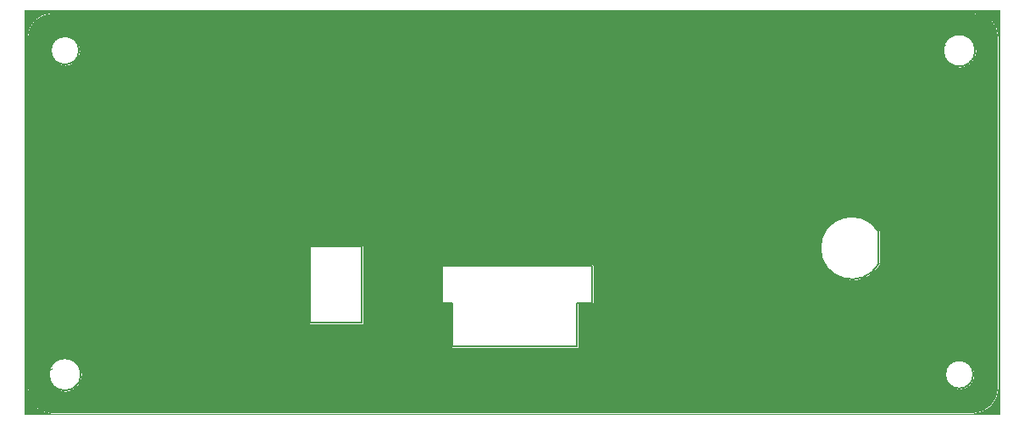
<source format=gbl>
G04 #@! TF.FileFunction,Copper,L2,Bot,Signal*
%FSLAX46Y46*%
G04 Gerber Fmt 4.6, Leading zero omitted, Abs format (unit mm)*
G04 Created by KiCad (PCBNEW no-bzr-kicad_new3d-viewer) date 06/27/16 23:25:45*
%MOMM*%
%LPD*%
G01*
G04 APERTURE LIST*
%ADD10C,0.100000*%
%ADD11C,0.150000*%
G04 APERTURE END LIST*
D10*
D11*
X114911900Y-82160340D02*
X114911900Y-89760340D01*
X109711900Y-82160340D02*
X114911900Y-82160340D01*
X109711900Y-89760340D02*
X109711900Y-82160340D01*
X114911900Y-89760340D02*
X109711900Y-89760340D01*
X136411900Y-87760340D02*
X136411900Y-92160340D01*
X137911900Y-87760340D02*
X136411900Y-87760340D01*
X137911900Y-84060340D02*
X137911900Y-87760340D01*
X122911900Y-84060340D02*
X137911900Y-84060340D01*
X122911900Y-87760340D02*
X122911900Y-84060340D01*
X123911900Y-87760340D02*
X122911900Y-87760340D01*
X123911900Y-92160340D02*
X123911900Y-87760340D01*
X136411900Y-92160340D02*
X123911900Y-92160340D01*
X86808348Y-94929764D02*
G75*
G03X86808348Y-94929764I-1600000J0D01*
G01*
X83908348Y-98729764D02*
G75*
G02X81408348Y-96229764I0J2500000D01*
G01*
X176008348Y-94929764D02*
G75*
G03X176008348Y-94929764I-1400000J0D01*
G01*
X178408348Y-96229764D02*
G75*
G02X175908348Y-98729764I-2500000J0D01*
G01*
X176208348Y-62529764D02*
G75*
G03X176208348Y-62529764I-1600000J0D01*
G01*
X175908348Y-58729764D02*
G75*
G02X178408348Y-61229764I0J-2500000D01*
G01*
X81408348Y-61229764D02*
G75*
G02X83908348Y-58729764I2500000J0D01*
G01*
X86608348Y-62529764D02*
G75*
G03X86608348Y-62529764I-1400000J0D01*
G01*
X81408348Y-61229764D02*
X81408348Y-96229764D01*
X178408348Y-96229764D02*
X178408348Y-61229764D01*
X175908348Y-98729764D02*
X83908348Y-98729764D01*
X175908348Y-58729764D02*
X83908348Y-58729764D01*
X166567437Y-83864326D02*
G75*
G02X166558348Y-80679764I-2709089J1584562D01*
G01*
X166558348Y-80679764D02*
X166558348Y-83879764D01*
D10*
X178608348Y-58529764D02*
X81208348Y-58529764D01*
X178608348Y-58580564D02*
X81208348Y-58580564D01*
X178608348Y-58631364D02*
X176054385Y-58631364D01*
X83762310Y-58631364D02*
X81208348Y-58631364D01*
X178608348Y-58682164D02*
X176309774Y-58682164D01*
X83506921Y-58682164D02*
X81208348Y-58682164D01*
X178608348Y-58732964D02*
X176565164Y-58732964D01*
X83251531Y-58732964D02*
X81208348Y-58732964D01*
X178608348Y-58783764D02*
X176820553Y-58783764D01*
X82996142Y-58783764D02*
X81208348Y-58783764D01*
X178608348Y-58834564D02*
X176962089Y-58834564D01*
X82854606Y-58834564D02*
X81208348Y-58834564D01*
X178608348Y-58885364D02*
X177038117Y-58885364D01*
X82778578Y-58885364D02*
X81208348Y-58885364D01*
X178608348Y-58936164D02*
X177114144Y-58936164D01*
X82702551Y-58936164D02*
X81208348Y-58936164D01*
X178608348Y-58986964D02*
X177190172Y-58986964D01*
X82626523Y-58986964D02*
X81208348Y-58986964D01*
X178608348Y-59037764D02*
X177266199Y-59037764D01*
X82550496Y-59037764D02*
X81208348Y-59037764D01*
X178608348Y-59088564D02*
X177342227Y-59088564D01*
X82474468Y-59088564D02*
X81208348Y-59088564D01*
X178608348Y-59139364D02*
X177418254Y-59139364D01*
X82398440Y-59139364D02*
X81208348Y-59139364D01*
X178608348Y-59190164D02*
X177494282Y-59190164D01*
X82322413Y-59190164D02*
X81208348Y-59190164D01*
X178608348Y-59240964D02*
X177570309Y-59240964D01*
X82246385Y-59240964D02*
X81208348Y-59240964D01*
X178608348Y-59291764D02*
X177646337Y-59291764D01*
X82170358Y-59291764D02*
X81208348Y-59291764D01*
X178608348Y-59342564D02*
X177722365Y-59342564D01*
X82094330Y-59342564D02*
X81208348Y-59342564D01*
X178608348Y-59393364D02*
X177780592Y-59393364D01*
X82036103Y-59393364D02*
X81208348Y-59393364D01*
X178608348Y-59444164D02*
X177814535Y-59444164D01*
X82002160Y-59444164D02*
X81208348Y-59444164D01*
X178608348Y-59494964D02*
X177848479Y-59494964D01*
X81968216Y-59494964D02*
X81208348Y-59494964D01*
X178608348Y-59545764D02*
X177882422Y-59545764D01*
X81934273Y-59545764D02*
X81208348Y-59545764D01*
X178608348Y-59596564D02*
X177916366Y-59596564D01*
X81900329Y-59596564D02*
X81208348Y-59596564D01*
X178608348Y-59647364D02*
X177950309Y-59647364D01*
X81866386Y-59647364D02*
X81208348Y-59647364D01*
X178608348Y-59698164D02*
X177984253Y-59698164D01*
X81832442Y-59698164D02*
X81208348Y-59698164D01*
X178608348Y-59748964D02*
X178018196Y-59748964D01*
X81798499Y-59748964D02*
X81208348Y-59748964D01*
X178608348Y-59799764D02*
X178052140Y-59799764D01*
X81764555Y-59799764D02*
X81208348Y-59799764D01*
X178608348Y-59850564D02*
X178086083Y-59850564D01*
X81730612Y-59850564D02*
X81208348Y-59850564D01*
X178608348Y-59901364D02*
X178120027Y-59901364D01*
X81696668Y-59901364D02*
X81208348Y-59901364D01*
X178608348Y-59952164D02*
X178153970Y-59952164D01*
X81662725Y-59952164D02*
X81208348Y-59952164D01*
X178608348Y-60002964D02*
X178187913Y-60002964D01*
X81628782Y-60002964D02*
X81208348Y-60002964D01*
X178608348Y-60053764D02*
X178221857Y-60053764D01*
X81594838Y-60053764D02*
X81208348Y-60053764D01*
X178608348Y-60104564D02*
X178255800Y-60104564D01*
X81560895Y-60104564D02*
X81208348Y-60104564D01*
X178608348Y-60155364D02*
X178289744Y-60155364D01*
X81526951Y-60155364D02*
X81208348Y-60155364D01*
X178608348Y-60206164D02*
X178323039Y-60206164D01*
X81493656Y-60206164D02*
X81208348Y-60206164D01*
X178608348Y-60256964D02*
X178342294Y-60256964D01*
X81474401Y-60256964D02*
X81208348Y-60256964D01*
X178608348Y-60307764D02*
X178352399Y-60307764D01*
X81464296Y-60307764D02*
X81208348Y-60307764D01*
X178608348Y-60358564D02*
X178362504Y-60358564D01*
X81454191Y-60358564D02*
X81208348Y-60358564D01*
X178608348Y-60409364D02*
X178372609Y-60409364D01*
X81444086Y-60409364D02*
X81208348Y-60409364D01*
X178608348Y-60460164D02*
X178382713Y-60460164D01*
X81433982Y-60460164D02*
X81208348Y-60460164D01*
X178608348Y-60510964D02*
X178392818Y-60510964D01*
X81423877Y-60510964D02*
X81208348Y-60510964D01*
X178608348Y-60561764D02*
X178402923Y-60561764D01*
X81413772Y-60561764D02*
X81208348Y-60561764D01*
X178608348Y-60612564D02*
X178413028Y-60612564D01*
X81403667Y-60612564D02*
X81208348Y-60612564D01*
X178608348Y-60663364D02*
X178423132Y-60663364D01*
X81393563Y-60663364D02*
X81208348Y-60663364D01*
X178608348Y-60714164D02*
X178433237Y-60714164D01*
X81383458Y-60714164D02*
X81208348Y-60714164D01*
X178608348Y-60764964D02*
X178443342Y-60764964D01*
X81373353Y-60764964D02*
X81208348Y-60764964D01*
X178608348Y-60815764D02*
X178453447Y-60815764D01*
X81363248Y-60815764D02*
X81208348Y-60815764D01*
X178608348Y-60866564D02*
X178463551Y-60866564D01*
X81353144Y-60866564D02*
X81208348Y-60866564D01*
X178608348Y-60917364D02*
X178473656Y-60917364D01*
X81343039Y-60917364D02*
X81208348Y-60917364D01*
X178608348Y-60968164D02*
X178483761Y-60968164D01*
X81332934Y-60968164D02*
X81208348Y-60968164D01*
X178608348Y-61018964D02*
X178493865Y-61018964D01*
X81322830Y-61018964D02*
X81208348Y-61018964D01*
X178608348Y-61069764D02*
X178503970Y-61069764D01*
X81312725Y-61069764D02*
X81208348Y-61069764D01*
X178608348Y-61120564D02*
X178514075Y-61120564D01*
X81302620Y-61120564D02*
X81208348Y-61120564D01*
X178608348Y-61171364D02*
X178524180Y-61171364D01*
X81292515Y-61171364D02*
X81208348Y-61171364D01*
X178608348Y-61222164D02*
X178531836Y-61222164D01*
X81284859Y-61222164D02*
X81208348Y-61222164D01*
X178608348Y-61272964D02*
X178533348Y-61272964D01*
X81283348Y-61272964D02*
X81208348Y-61272964D01*
X178608348Y-61323764D02*
X178533348Y-61323764D01*
X81283348Y-61323764D02*
X81208348Y-61323764D01*
X178608348Y-61374564D02*
X178533348Y-61374564D01*
X81283348Y-61374564D02*
X81208348Y-61374564D01*
X178608348Y-61425364D02*
X178533348Y-61425364D01*
X81283348Y-61425364D02*
X81208348Y-61425364D01*
X178608348Y-61476164D02*
X178533348Y-61476164D01*
X81283348Y-61476164D02*
X81208348Y-61476164D01*
X178608348Y-61526964D02*
X178533348Y-61526964D01*
X81283348Y-61526964D02*
X81208348Y-61526964D01*
X178608348Y-61577764D02*
X178533348Y-61577764D01*
X81283348Y-61577764D02*
X81208348Y-61577764D01*
X178608348Y-61628564D02*
X178533348Y-61628564D01*
X81283348Y-61628564D02*
X81208348Y-61628564D01*
X178608348Y-61679364D02*
X178533348Y-61679364D01*
X81283348Y-61679364D02*
X81208348Y-61679364D01*
X178608348Y-61730164D02*
X178533348Y-61730164D01*
X81283348Y-61730164D02*
X81208348Y-61730164D01*
X178608348Y-61780964D02*
X178533348Y-61780964D01*
X81283348Y-61780964D02*
X81208348Y-61780964D01*
X178608348Y-61831764D02*
X178533348Y-61831764D01*
X81283348Y-61831764D02*
X81208348Y-61831764D01*
X178608348Y-61882564D02*
X178533348Y-61882564D01*
X81283348Y-61882564D02*
X81208348Y-61882564D01*
X178608348Y-61933364D02*
X178533348Y-61933364D01*
X81283348Y-61933364D02*
X81208348Y-61933364D01*
X178608348Y-61984164D02*
X178533348Y-61984164D01*
X81283348Y-61984164D02*
X81208348Y-61984164D01*
X178608348Y-62034964D02*
X178533348Y-62034964D01*
X81283348Y-62034964D02*
X81208348Y-62034964D01*
X178608348Y-62085764D02*
X178533348Y-62085764D01*
X81283348Y-62085764D02*
X81208348Y-62085764D01*
X178608348Y-62136564D02*
X178533348Y-62136564D01*
X81283348Y-62136564D02*
X81208348Y-62136564D01*
X178608348Y-62187364D02*
X178533348Y-62187364D01*
X81283348Y-62187364D02*
X81208348Y-62187364D01*
X178608348Y-62238164D02*
X178533348Y-62238164D01*
X81283348Y-62238164D02*
X81208348Y-62238164D01*
X178608348Y-62288964D02*
X178533348Y-62288964D01*
X81283348Y-62288964D02*
X81208348Y-62288964D01*
X178608348Y-62339764D02*
X178533348Y-62339764D01*
X81283348Y-62339764D02*
X81208348Y-62339764D01*
X178608348Y-62390564D02*
X178533348Y-62390564D01*
X81283348Y-62390564D02*
X81208348Y-62390564D01*
X178608348Y-62441364D02*
X178533348Y-62441364D01*
X81283348Y-62441364D02*
X81208348Y-62441364D01*
X178608348Y-62492164D02*
X178533348Y-62492164D01*
X81283348Y-62492164D02*
X81208348Y-62492164D01*
X178608348Y-62542964D02*
X178533348Y-62542964D01*
X81283348Y-62542964D02*
X81208348Y-62542964D01*
X178608348Y-62593764D02*
X178533348Y-62593764D01*
X81283348Y-62593764D02*
X81208348Y-62593764D01*
X178608348Y-62644564D02*
X178533348Y-62644564D01*
X81283348Y-62644564D02*
X81208348Y-62644564D01*
X178608348Y-62695364D02*
X178533348Y-62695364D01*
X81283348Y-62695364D02*
X81208348Y-62695364D01*
X178608348Y-62746164D02*
X178533348Y-62746164D01*
X81283348Y-62746164D02*
X81208348Y-62746164D01*
X178608348Y-62796964D02*
X178533348Y-62796964D01*
X81283348Y-62796964D02*
X81208348Y-62796964D01*
X178608348Y-62847764D02*
X178533348Y-62847764D01*
X81283348Y-62847764D02*
X81208348Y-62847764D01*
X178608348Y-62898564D02*
X178533348Y-62898564D01*
X81283348Y-62898564D02*
X81208348Y-62898564D01*
X178608348Y-62949364D02*
X178533348Y-62949364D01*
X81283348Y-62949364D02*
X81208348Y-62949364D01*
X178608348Y-63000164D02*
X178533348Y-63000164D01*
X81283348Y-63000164D02*
X81208348Y-63000164D01*
X178608348Y-63050964D02*
X178533348Y-63050964D01*
X81283348Y-63050964D02*
X81208348Y-63050964D01*
X178608348Y-63101764D02*
X178533348Y-63101764D01*
X81283348Y-63101764D02*
X81208348Y-63101764D01*
X178608348Y-63152564D02*
X178533348Y-63152564D01*
X81283348Y-63152564D02*
X81208348Y-63152564D01*
X178608348Y-63203364D02*
X178533348Y-63203364D01*
X81283348Y-63203364D02*
X81208348Y-63203364D01*
X178608348Y-63254164D02*
X178533348Y-63254164D01*
X81283348Y-63254164D02*
X81208348Y-63254164D01*
X178608348Y-63304964D02*
X178533348Y-63304964D01*
X81283348Y-63304964D02*
X81208348Y-63304964D01*
X178608348Y-63355764D02*
X178533348Y-63355764D01*
X81283348Y-63355764D02*
X81208348Y-63355764D01*
X178608348Y-63406564D02*
X178533348Y-63406564D01*
X81283348Y-63406564D02*
X81208348Y-63406564D01*
X178608348Y-63457364D02*
X178533348Y-63457364D01*
X81283348Y-63457364D02*
X81208348Y-63457364D01*
X178608348Y-63508164D02*
X178533348Y-63508164D01*
X81283348Y-63508164D02*
X81208348Y-63508164D01*
X178608348Y-63558964D02*
X178533348Y-63558964D01*
X81283348Y-63558964D02*
X81208348Y-63558964D01*
X178608348Y-63609764D02*
X178533348Y-63609764D01*
X81283348Y-63609764D02*
X81208348Y-63609764D01*
X178608348Y-63660564D02*
X178533348Y-63660564D01*
X81283348Y-63660564D02*
X81208348Y-63660564D01*
X178608348Y-63711364D02*
X178533348Y-63711364D01*
X81283348Y-63711364D02*
X81208348Y-63711364D01*
X178608348Y-63762164D02*
X178533348Y-63762164D01*
X81283348Y-63762164D02*
X81208348Y-63762164D01*
X178608348Y-63812964D02*
X178533348Y-63812964D01*
X81283348Y-63812964D02*
X81208348Y-63812964D01*
X178608348Y-63863764D02*
X178533348Y-63863764D01*
X81283348Y-63863764D02*
X81208348Y-63863764D01*
X178608348Y-63914564D02*
X178533348Y-63914564D01*
X81283348Y-63914564D02*
X81208348Y-63914564D01*
X178608348Y-63965364D02*
X178533348Y-63965364D01*
X81283348Y-63965364D02*
X81208348Y-63965364D01*
X178608348Y-64016164D02*
X178533348Y-64016164D01*
X81283348Y-64016164D02*
X81208348Y-64016164D01*
X178608348Y-64066964D02*
X178533348Y-64066964D01*
X81283348Y-64066964D02*
X81208348Y-64066964D01*
X178608348Y-64117764D02*
X178533348Y-64117764D01*
X81283348Y-64117764D02*
X81208348Y-64117764D01*
X178608348Y-64168564D02*
X178533348Y-64168564D01*
X81283348Y-64168564D02*
X81208348Y-64168564D01*
X178608348Y-64219364D02*
X178533348Y-64219364D01*
X81283348Y-64219364D02*
X81208348Y-64219364D01*
X178608348Y-64270164D02*
X178533348Y-64270164D01*
X81283348Y-64270164D02*
X81208348Y-64270164D01*
X178608348Y-64320964D02*
X178533348Y-64320964D01*
X81283348Y-64320964D02*
X81208348Y-64320964D01*
X178608348Y-64371764D02*
X178533348Y-64371764D01*
X81283348Y-64371764D02*
X81208348Y-64371764D01*
X178608348Y-64422564D02*
X178533348Y-64422564D01*
X81283348Y-64422564D02*
X81208348Y-64422564D01*
X178608348Y-64473364D02*
X178533348Y-64473364D01*
X81283348Y-64473364D02*
X81208348Y-64473364D01*
X178608348Y-64524164D02*
X178533348Y-64524164D01*
X81283348Y-64524164D02*
X81208348Y-64524164D01*
X178608348Y-64574964D02*
X178533348Y-64574964D01*
X81283348Y-64574964D02*
X81208348Y-64574964D01*
X178608348Y-64625764D02*
X178533348Y-64625764D01*
X81283348Y-64625764D02*
X81208348Y-64625764D01*
X178608348Y-64676564D02*
X178533348Y-64676564D01*
X81283348Y-64676564D02*
X81208348Y-64676564D01*
X178608348Y-64727364D02*
X178533348Y-64727364D01*
X81283348Y-64727364D02*
X81208348Y-64727364D01*
X178608348Y-64778164D02*
X178533348Y-64778164D01*
X81283348Y-64778164D02*
X81208348Y-64778164D01*
X178608348Y-64828964D02*
X178533348Y-64828964D01*
X81283348Y-64828964D02*
X81208348Y-64828964D01*
X178608348Y-64879764D02*
X178533348Y-64879764D01*
X81283348Y-64879764D02*
X81208348Y-64879764D01*
X178608348Y-64930564D02*
X178533348Y-64930564D01*
X81283348Y-64930564D02*
X81208348Y-64930564D01*
X178608348Y-64981364D02*
X178533348Y-64981364D01*
X81283348Y-64981364D02*
X81208348Y-64981364D01*
X178608348Y-65032164D02*
X178533348Y-65032164D01*
X81283348Y-65032164D02*
X81208348Y-65032164D01*
X178608348Y-65082964D02*
X178533348Y-65082964D01*
X81283348Y-65082964D02*
X81208348Y-65082964D01*
X178608348Y-65133764D02*
X178533348Y-65133764D01*
X81283348Y-65133764D02*
X81208348Y-65133764D01*
X178608348Y-65184564D02*
X178533348Y-65184564D01*
X81283348Y-65184564D02*
X81208348Y-65184564D01*
X178608348Y-65235364D02*
X178533348Y-65235364D01*
X81283348Y-65235364D02*
X81208348Y-65235364D01*
X178608348Y-65286164D02*
X178533348Y-65286164D01*
X81283348Y-65286164D02*
X81208348Y-65286164D01*
X178608348Y-65336964D02*
X178533348Y-65336964D01*
X81283348Y-65336964D02*
X81208348Y-65336964D01*
X178608348Y-65387764D02*
X178533348Y-65387764D01*
X81283348Y-65387764D02*
X81208348Y-65387764D01*
X178608348Y-65438564D02*
X178533348Y-65438564D01*
X81283348Y-65438564D02*
X81208348Y-65438564D01*
X178608348Y-65489364D02*
X178533348Y-65489364D01*
X81283348Y-65489364D02*
X81208348Y-65489364D01*
X178608348Y-65540164D02*
X178533348Y-65540164D01*
X81283348Y-65540164D02*
X81208348Y-65540164D01*
X178608348Y-65590964D02*
X178533348Y-65590964D01*
X81283348Y-65590964D02*
X81208348Y-65590964D01*
X178608348Y-65641764D02*
X178533348Y-65641764D01*
X81283348Y-65641764D02*
X81208348Y-65641764D01*
X178608348Y-65692564D02*
X178533348Y-65692564D01*
X81283348Y-65692564D02*
X81208348Y-65692564D01*
X178608348Y-65743364D02*
X178533348Y-65743364D01*
X81283348Y-65743364D02*
X81208348Y-65743364D01*
X178608348Y-65794164D02*
X178533348Y-65794164D01*
X81283348Y-65794164D02*
X81208348Y-65794164D01*
X178608348Y-65844964D02*
X178533348Y-65844964D01*
X81283348Y-65844964D02*
X81208348Y-65844964D01*
X178608348Y-65895764D02*
X178533348Y-65895764D01*
X81283348Y-65895764D02*
X81208348Y-65895764D01*
X178608348Y-65946564D02*
X178533348Y-65946564D01*
X81283348Y-65946564D02*
X81208348Y-65946564D01*
X178608348Y-65997364D02*
X178533348Y-65997364D01*
X81283348Y-65997364D02*
X81208348Y-65997364D01*
X178608348Y-66048164D02*
X178533348Y-66048164D01*
X81283348Y-66048164D02*
X81208348Y-66048164D01*
X178608348Y-66098964D02*
X178533348Y-66098964D01*
X81283348Y-66098964D02*
X81208348Y-66098964D01*
X178608348Y-66149764D02*
X178533348Y-66149764D01*
X81283348Y-66149764D02*
X81208348Y-66149764D01*
X178608348Y-66200564D02*
X178533348Y-66200564D01*
X81283348Y-66200564D02*
X81208348Y-66200564D01*
X178608348Y-66251364D02*
X178533348Y-66251364D01*
X81283348Y-66251364D02*
X81208348Y-66251364D01*
X178608348Y-66302164D02*
X178533348Y-66302164D01*
X81283348Y-66302164D02*
X81208348Y-66302164D01*
X178608348Y-66352964D02*
X178533348Y-66352964D01*
X81283348Y-66352964D02*
X81208348Y-66352964D01*
X178608348Y-66403764D02*
X178533348Y-66403764D01*
X81283348Y-66403764D02*
X81208348Y-66403764D01*
X178608348Y-66454564D02*
X178533348Y-66454564D01*
X81283348Y-66454564D02*
X81208348Y-66454564D01*
X178608348Y-66505364D02*
X178533348Y-66505364D01*
X81283348Y-66505364D02*
X81208348Y-66505364D01*
X178608348Y-66556164D02*
X178533348Y-66556164D01*
X81283348Y-66556164D02*
X81208348Y-66556164D01*
X178608348Y-66606964D02*
X178533348Y-66606964D01*
X81283348Y-66606964D02*
X81208348Y-66606964D01*
X178608348Y-66657764D02*
X178533348Y-66657764D01*
X81283348Y-66657764D02*
X81208348Y-66657764D01*
X178608348Y-66708564D02*
X178533348Y-66708564D01*
X81283348Y-66708564D02*
X81208348Y-66708564D01*
X178608348Y-66759364D02*
X178533348Y-66759364D01*
X81283348Y-66759364D02*
X81208348Y-66759364D01*
X178608348Y-66810164D02*
X178533348Y-66810164D01*
X81283348Y-66810164D02*
X81208348Y-66810164D01*
X178608348Y-66860964D02*
X178533348Y-66860964D01*
X81283348Y-66860964D02*
X81208348Y-66860964D01*
X178608348Y-66911764D02*
X178533348Y-66911764D01*
X81283348Y-66911764D02*
X81208348Y-66911764D01*
X178608348Y-66962564D02*
X178533348Y-66962564D01*
X81283348Y-66962564D02*
X81208348Y-66962564D01*
X178608348Y-67013364D02*
X178533348Y-67013364D01*
X81283348Y-67013364D02*
X81208348Y-67013364D01*
X178608348Y-67064164D02*
X178533348Y-67064164D01*
X81283348Y-67064164D02*
X81208348Y-67064164D01*
X178608348Y-67114964D02*
X178533348Y-67114964D01*
X81283348Y-67114964D02*
X81208348Y-67114964D01*
X178608348Y-67165764D02*
X178533348Y-67165764D01*
X81283348Y-67165764D02*
X81208348Y-67165764D01*
X178608348Y-67216564D02*
X178533348Y-67216564D01*
X81283348Y-67216564D02*
X81208348Y-67216564D01*
X178608348Y-67267364D02*
X178533348Y-67267364D01*
X81283348Y-67267364D02*
X81208348Y-67267364D01*
X178608348Y-67318164D02*
X178533348Y-67318164D01*
X81283348Y-67318164D02*
X81208348Y-67318164D01*
X178608348Y-67368964D02*
X178533348Y-67368964D01*
X81283348Y-67368964D02*
X81208348Y-67368964D01*
X178608348Y-67419764D02*
X178533348Y-67419764D01*
X81283348Y-67419764D02*
X81208348Y-67419764D01*
X178608348Y-67470564D02*
X178533348Y-67470564D01*
X81283348Y-67470564D02*
X81208348Y-67470564D01*
X178608348Y-67521364D02*
X178533348Y-67521364D01*
X81283348Y-67521364D02*
X81208348Y-67521364D01*
X178608348Y-67572164D02*
X178533348Y-67572164D01*
X81283348Y-67572164D02*
X81208348Y-67572164D01*
X178608348Y-67622964D02*
X178533348Y-67622964D01*
X81283348Y-67622964D02*
X81208348Y-67622964D01*
X178608348Y-67673764D02*
X178533348Y-67673764D01*
X81283348Y-67673764D02*
X81208348Y-67673764D01*
X178608348Y-67724564D02*
X178533348Y-67724564D01*
X81283348Y-67724564D02*
X81208348Y-67724564D01*
X178608348Y-67775364D02*
X178533348Y-67775364D01*
X81283348Y-67775364D02*
X81208348Y-67775364D01*
X178608348Y-67826164D02*
X178533348Y-67826164D01*
X81283348Y-67826164D02*
X81208348Y-67826164D01*
X178608348Y-67876964D02*
X178533348Y-67876964D01*
X81283348Y-67876964D02*
X81208348Y-67876964D01*
X178608348Y-67927764D02*
X178533348Y-67927764D01*
X81283348Y-67927764D02*
X81208348Y-67927764D01*
X178608348Y-67978564D02*
X178533348Y-67978564D01*
X81283348Y-67978564D02*
X81208348Y-67978564D01*
X178608348Y-68029364D02*
X178533348Y-68029364D01*
X81283348Y-68029364D02*
X81208348Y-68029364D01*
X178608348Y-68080164D02*
X178533348Y-68080164D01*
X81283348Y-68080164D02*
X81208348Y-68080164D01*
X178608348Y-68130964D02*
X178533348Y-68130964D01*
X81283348Y-68130964D02*
X81208348Y-68130964D01*
X178608348Y-68181764D02*
X178533348Y-68181764D01*
X81283348Y-68181764D02*
X81208348Y-68181764D01*
X178608348Y-68232564D02*
X178533348Y-68232564D01*
X81283348Y-68232564D02*
X81208348Y-68232564D01*
X178608348Y-68283364D02*
X178533348Y-68283364D01*
X81283348Y-68283364D02*
X81208348Y-68283364D01*
X178608348Y-68334164D02*
X178533348Y-68334164D01*
X81283348Y-68334164D02*
X81208348Y-68334164D01*
X178608348Y-68384964D02*
X178533348Y-68384964D01*
X81283348Y-68384964D02*
X81208348Y-68384964D01*
X178608348Y-68435764D02*
X178533348Y-68435764D01*
X81283348Y-68435764D02*
X81208348Y-68435764D01*
X178608348Y-68486564D02*
X178533348Y-68486564D01*
X81283348Y-68486564D02*
X81208348Y-68486564D01*
X178608348Y-68537364D02*
X178533348Y-68537364D01*
X81283348Y-68537364D02*
X81208348Y-68537364D01*
X178608348Y-68588164D02*
X178533348Y-68588164D01*
X81283348Y-68588164D02*
X81208348Y-68588164D01*
X178608348Y-68638964D02*
X178533348Y-68638964D01*
X81283348Y-68638964D02*
X81208348Y-68638964D01*
X178608348Y-68689764D02*
X178533348Y-68689764D01*
X81283348Y-68689764D02*
X81208348Y-68689764D01*
X178608348Y-68740564D02*
X178533348Y-68740564D01*
X81283348Y-68740564D02*
X81208348Y-68740564D01*
X178608348Y-68791364D02*
X178533348Y-68791364D01*
X81283348Y-68791364D02*
X81208348Y-68791364D01*
X178608348Y-68842164D02*
X178533348Y-68842164D01*
X81283348Y-68842164D02*
X81208348Y-68842164D01*
X178608348Y-68892964D02*
X178533348Y-68892964D01*
X81283348Y-68892964D02*
X81208348Y-68892964D01*
X178608348Y-68943764D02*
X178533348Y-68943764D01*
X81283348Y-68943764D02*
X81208348Y-68943764D01*
X178608348Y-68994564D02*
X178533348Y-68994564D01*
X81283348Y-68994564D02*
X81208348Y-68994564D01*
X178608348Y-69045364D02*
X178533348Y-69045364D01*
X81283348Y-69045364D02*
X81208348Y-69045364D01*
X178608348Y-69096164D02*
X178533348Y-69096164D01*
X81283348Y-69096164D02*
X81208348Y-69096164D01*
X178608348Y-69146964D02*
X178533348Y-69146964D01*
X81283348Y-69146964D02*
X81208348Y-69146964D01*
X178608348Y-69197764D02*
X178533348Y-69197764D01*
X81283348Y-69197764D02*
X81208348Y-69197764D01*
X178608348Y-69248564D02*
X178533348Y-69248564D01*
X81283348Y-69248564D02*
X81208348Y-69248564D01*
X178608348Y-69299364D02*
X178533348Y-69299364D01*
X81283348Y-69299364D02*
X81208348Y-69299364D01*
X178608348Y-69350164D02*
X178533348Y-69350164D01*
X81283348Y-69350164D02*
X81208348Y-69350164D01*
X178608348Y-69400964D02*
X178533348Y-69400964D01*
X81283348Y-69400964D02*
X81208348Y-69400964D01*
X178608348Y-69451764D02*
X178533348Y-69451764D01*
X81283348Y-69451764D02*
X81208348Y-69451764D01*
X178608348Y-69502564D02*
X178533348Y-69502564D01*
X81283348Y-69502564D02*
X81208348Y-69502564D01*
X178608348Y-69553364D02*
X178533348Y-69553364D01*
X81283348Y-69553364D02*
X81208348Y-69553364D01*
X178608348Y-69604164D02*
X178533348Y-69604164D01*
X81283348Y-69604164D02*
X81208348Y-69604164D01*
X178608348Y-69654964D02*
X178533348Y-69654964D01*
X81283348Y-69654964D02*
X81208348Y-69654964D01*
X178608348Y-69705764D02*
X178533348Y-69705764D01*
X81283348Y-69705764D02*
X81208348Y-69705764D01*
X178608348Y-69756564D02*
X178533348Y-69756564D01*
X81283348Y-69756564D02*
X81208348Y-69756564D01*
X178608348Y-69807364D02*
X178533348Y-69807364D01*
X81283348Y-69807364D02*
X81208348Y-69807364D01*
X178608348Y-69858164D02*
X178533348Y-69858164D01*
X81283348Y-69858164D02*
X81208348Y-69858164D01*
X178608348Y-69908964D02*
X178533348Y-69908964D01*
X81283348Y-69908964D02*
X81208348Y-69908964D01*
X178608348Y-69959764D02*
X178533348Y-69959764D01*
X81283348Y-69959764D02*
X81208348Y-69959764D01*
X178608348Y-70010564D02*
X178533348Y-70010564D01*
X81283348Y-70010564D02*
X81208348Y-70010564D01*
X178608348Y-70061364D02*
X178533348Y-70061364D01*
X81283348Y-70061364D02*
X81208348Y-70061364D01*
X178608348Y-70112164D02*
X178533348Y-70112164D01*
X81283348Y-70112164D02*
X81208348Y-70112164D01*
X178608348Y-70162964D02*
X178533348Y-70162964D01*
X81283348Y-70162964D02*
X81208348Y-70162964D01*
X178608348Y-70213764D02*
X178533348Y-70213764D01*
X81283348Y-70213764D02*
X81208348Y-70213764D01*
X178608348Y-70264564D02*
X178533348Y-70264564D01*
X81283348Y-70264564D02*
X81208348Y-70264564D01*
X178608348Y-70315364D02*
X178533348Y-70315364D01*
X81283348Y-70315364D02*
X81208348Y-70315364D01*
X178608348Y-70366164D02*
X178533348Y-70366164D01*
X81283348Y-70366164D02*
X81208348Y-70366164D01*
X178608348Y-70416964D02*
X178533348Y-70416964D01*
X81283348Y-70416964D02*
X81208348Y-70416964D01*
X178608348Y-70467764D02*
X178533348Y-70467764D01*
X81283348Y-70467764D02*
X81208348Y-70467764D01*
X178608348Y-70518564D02*
X178533348Y-70518564D01*
X81283348Y-70518564D02*
X81208348Y-70518564D01*
X178608348Y-70569364D02*
X178533348Y-70569364D01*
X81283348Y-70569364D02*
X81208348Y-70569364D01*
X178608348Y-70620164D02*
X178533348Y-70620164D01*
X81283348Y-70620164D02*
X81208348Y-70620164D01*
X178608348Y-70670964D02*
X178533348Y-70670964D01*
X81283348Y-70670964D02*
X81208348Y-70670964D01*
X178608348Y-70721764D02*
X178533348Y-70721764D01*
X81283348Y-70721764D02*
X81208348Y-70721764D01*
X178608348Y-70772564D02*
X178533348Y-70772564D01*
X81283348Y-70772564D02*
X81208348Y-70772564D01*
X178608348Y-70823364D02*
X178533348Y-70823364D01*
X81283348Y-70823364D02*
X81208348Y-70823364D01*
X178608348Y-70874164D02*
X178533348Y-70874164D01*
X81283348Y-70874164D02*
X81208348Y-70874164D01*
X178608348Y-70924964D02*
X178533348Y-70924964D01*
X81283348Y-70924964D02*
X81208348Y-70924964D01*
X178608348Y-70975764D02*
X178533348Y-70975764D01*
X81283348Y-70975764D02*
X81208348Y-70975764D01*
X178608348Y-71026564D02*
X178533348Y-71026564D01*
X81283348Y-71026564D02*
X81208348Y-71026564D01*
X178608348Y-71077364D02*
X178533348Y-71077364D01*
X81283348Y-71077364D02*
X81208348Y-71077364D01*
X178608348Y-71128164D02*
X178533348Y-71128164D01*
X81283348Y-71128164D02*
X81208348Y-71128164D01*
X178608348Y-71178964D02*
X178533348Y-71178964D01*
X81283348Y-71178964D02*
X81208348Y-71178964D01*
X178608348Y-71229764D02*
X178533348Y-71229764D01*
X81283348Y-71229764D02*
X81208348Y-71229764D01*
X178608348Y-71280564D02*
X178533348Y-71280564D01*
X81283348Y-71280564D02*
X81208348Y-71280564D01*
X178608348Y-71331364D02*
X178533348Y-71331364D01*
X81283348Y-71331364D02*
X81208348Y-71331364D01*
X178608348Y-71382164D02*
X178533348Y-71382164D01*
X81283348Y-71382164D02*
X81208348Y-71382164D01*
X178608348Y-71432964D02*
X178533348Y-71432964D01*
X81283348Y-71432964D02*
X81208348Y-71432964D01*
X178608348Y-71483764D02*
X178533348Y-71483764D01*
X81283348Y-71483764D02*
X81208348Y-71483764D01*
X178608348Y-71534564D02*
X178533348Y-71534564D01*
X81283348Y-71534564D02*
X81208348Y-71534564D01*
X178608348Y-71585364D02*
X178533348Y-71585364D01*
X81283348Y-71585364D02*
X81208348Y-71585364D01*
X178608348Y-71636164D02*
X178533348Y-71636164D01*
X81283348Y-71636164D02*
X81208348Y-71636164D01*
X178608348Y-71686964D02*
X178533348Y-71686964D01*
X81283348Y-71686964D02*
X81208348Y-71686964D01*
X178608348Y-71737764D02*
X178533348Y-71737764D01*
X81283348Y-71737764D02*
X81208348Y-71737764D01*
X178608348Y-71788564D02*
X178533348Y-71788564D01*
X81283348Y-71788564D02*
X81208348Y-71788564D01*
X178608348Y-71839364D02*
X178533348Y-71839364D01*
X81283348Y-71839364D02*
X81208348Y-71839364D01*
X178608348Y-71890164D02*
X178533348Y-71890164D01*
X81283348Y-71890164D02*
X81208348Y-71890164D01*
X178608348Y-71940964D02*
X178533348Y-71940964D01*
X81283348Y-71940964D02*
X81208348Y-71940964D01*
X178608348Y-71991764D02*
X178533348Y-71991764D01*
X81283348Y-71991764D02*
X81208348Y-71991764D01*
X178608348Y-72042564D02*
X178533348Y-72042564D01*
X81283348Y-72042564D02*
X81208348Y-72042564D01*
X178608348Y-72093364D02*
X178533348Y-72093364D01*
X81283348Y-72093364D02*
X81208348Y-72093364D01*
X178608348Y-72144164D02*
X178533348Y-72144164D01*
X81283348Y-72144164D02*
X81208348Y-72144164D01*
X178608348Y-72194964D02*
X178533348Y-72194964D01*
X81283348Y-72194964D02*
X81208348Y-72194964D01*
X178608348Y-72245764D02*
X178533348Y-72245764D01*
X81283348Y-72245764D02*
X81208348Y-72245764D01*
X178608348Y-72296564D02*
X178533348Y-72296564D01*
X81283348Y-72296564D02*
X81208348Y-72296564D01*
X178608348Y-72347364D02*
X178533348Y-72347364D01*
X81283348Y-72347364D02*
X81208348Y-72347364D01*
X178608348Y-72398164D02*
X178533348Y-72398164D01*
X81283348Y-72398164D02*
X81208348Y-72398164D01*
X178608348Y-72448964D02*
X178533348Y-72448964D01*
X81283348Y-72448964D02*
X81208348Y-72448964D01*
X178608348Y-72499764D02*
X178533348Y-72499764D01*
X81283348Y-72499764D02*
X81208348Y-72499764D01*
X178608348Y-72550564D02*
X178533348Y-72550564D01*
X81283348Y-72550564D02*
X81208348Y-72550564D01*
X178608348Y-72601364D02*
X178533348Y-72601364D01*
X81283348Y-72601364D02*
X81208348Y-72601364D01*
X178608348Y-72652164D02*
X178533348Y-72652164D01*
X81283348Y-72652164D02*
X81208348Y-72652164D01*
X178608348Y-72702964D02*
X178533348Y-72702964D01*
X81283348Y-72702964D02*
X81208348Y-72702964D01*
X178608348Y-72753764D02*
X178533348Y-72753764D01*
X81283348Y-72753764D02*
X81208348Y-72753764D01*
X178608348Y-72804564D02*
X178533348Y-72804564D01*
X81283348Y-72804564D02*
X81208348Y-72804564D01*
X178608348Y-72855364D02*
X178533348Y-72855364D01*
X81283348Y-72855364D02*
X81208348Y-72855364D01*
X178608348Y-72906164D02*
X178533348Y-72906164D01*
X81283348Y-72906164D02*
X81208348Y-72906164D01*
X178608348Y-72956964D02*
X178533348Y-72956964D01*
X81283348Y-72956964D02*
X81208348Y-72956964D01*
X178608348Y-73007764D02*
X178533348Y-73007764D01*
X81283348Y-73007764D02*
X81208348Y-73007764D01*
X178608348Y-73058564D02*
X178533348Y-73058564D01*
X81283348Y-73058564D02*
X81208348Y-73058564D01*
X178608348Y-73109364D02*
X178533348Y-73109364D01*
X81283348Y-73109364D02*
X81208348Y-73109364D01*
X178608348Y-73160164D02*
X178533348Y-73160164D01*
X81283348Y-73160164D02*
X81208348Y-73160164D01*
X178608348Y-73210964D02*
X178533348Y-73210964D01*
X81283348Y-73210964D02*
X81208348Y-73210964D01*
X178608348Y-73261764D02*
X178533348Y-73261764D01*
X81283348Y-73261764D02*
X81208348Y-73261764D01*
X178608348Y-73312564D02*
X178533348Y-73312564D01*
X81283348Y-73312564D02*
X81208348Y-73312564D01*
X178608348Y-73363364D02*
X178533348Y-73363364D01*
X81283348Y-73363364D02*
X81208348Y-73363364D01*
X178608348Y-73414164D02*
X178533348Y-73414164D01*
X81283348Y-73414164D02*
X81208348Y-73414164D01*
X178608348Y-73464964D02*
X178533348Y-73464964D01*
X81283348Y-73464964D02*
X81208348Y-73464964D01*
X178608348Y-73515764D02*
X178533348Y-73515764D01*
X81283348Y-73515764D02*
X81208348Y-73515764D01*
X178608348Y-73566564D02*
X178533348Y-73566564D01*
X81283348Y-73566564D02*
X81208348Y-73566564D01*
X178608348Y-73617364D02*
X178533348Y-73617364D01*
X81283348Y-73617364D02*
X81208348Y-73617364D01*
X178608348Y-73668164D02*
X178533348Y-73668164D01*
X81283348Y-73668164D02*
X81208348Y-73668164D01*
X178608348Y-73718964D02*
X178533348Y-73718964D01*
X81283348Y-73718964D02*
X81208348Y-73718964D01*
X178608348Y-73769764D02*
X178533348Y-73769764D01*
X81283348Y-73769764D02*
X81208348Y-73769764D01*
X178608348Y-73820564D02*
X178533348Y-73820564D01*
X81283348Y-73820564D02*
X81208348Y-73820564D01*
X178608348Y-73871364D02*
X178533348Y-73871364D01*
X81283348Y-73871364D02*
X81208348Y-73871364D01*
X178608348Y-73922164D02*
X178533348Y-73922164D01*
X81283348Y-73922164D02*
X81208348Y-73922164D01*
X178608348Y-73972964D02*
X178533348Y-73972964D01*
X81283348Y-73972964D02*
X81208348Y-73972964D01*
X178608348Y-74023764D02*
X178533348Y-74023764D01*
X81283348Y-74023764D02*
X81208348Y-74023764D01*
X178608348Y-74074564D02*
X178533348Y-74074564D01*
X81283348Y-74074564D02*
X81208348Y-74074564D01*
X178608348Y-74125364D02*
X178533348Y-74125364D01*
X81283348Y-74125364D02*
X81208348Y-74125364D01*
X178608348Y-74176164D02*
X178533348Y-74176164D01*
X81283348Y-74176164D02*
X81208348Y-74176164D01*
X178608348Y-74226964D02*
X178533348Y-74226964D01*
X81283348Y-74226964D02*
X81208348Y-74226964D01*
X178608348Y-74277764D02*
X178533348Y-74277764D01*
X81283348Y-74277764D02*
X81208348Y-74277764D01*
X178608348Y-74328564D02*
X178533348Y-74328564D01*
X81283348Y-74328564D02*
X81208348Y-74328564D01*
X178608348Y-74379364D02*
X178533348Y-74379364D01*
X81283348Y-74379364D02*
X81208348Y-74379364D01*
X178608348Y-74430164D02*
X178533348Y-74430164D01*
X81283348Y-74430164D02*
X81208348Y-74430164D01*
X178608348Y-74480964D02*
X178533348Y-74480964D01*
X81283348Y-74480964D02*
X81208348Y-74480964D01*
X178608348Y-74531764D02*
X178533348Y-74531764D01*
X81283348Y-74531764D02*
X81208348Y-74531764D01*
X178608348Y-74582564D02*
X178533348Y-74582564D01*
X81283348Y-74582564D02*
X81208348Y-74582564D01*
X178608348Y-74633364D02*
X178533348Y-74633364D01*
X81283348Y-74633364D02*
X81208348Y-74633364D01*
X178608348Y-74684164D02*
X178533348Y-74684164D01*
X81283348Y-74684164D02*
X81208348Y-74684164D01*
X178608348Y-74734964D02*
X178533348Y-74734964D01*
X81283348Y-74734964D02*
X81208348Y-74734964D01*
X178608348Y-74785764D02*
X178533348Y-74785764D01*
X81283348Y-74785764D02*
X81208348Y-74785764D01*
X178608348Y-74836564D02*
X178533348Y-74836564D01*
X81283348Y-74836564D02*
X81208348Y-74836564D01*
X178608348Y-74887364D02*
X178533348Y-74887364D01*
X81283348Y-74887364D02*
X81208348Y-74887364D01*
X178608348Y-74938164D02*
X178533348Y-74938164D01*
X81283348Y-74938164D02*
X81208348Y-74938164D01*
X178608348Y-74988964D02*
X178533348Y-74988964D01*
X81283348Y-74988964D02*
X81208348Y-74988964D01*
X178608348Y-75039764D02*
X178533348Y-75039764D01*
X81283348Y-75039764D02*
X81208348Y-75039764D01*
X178608348Y-75090564D02*
X178533348Y-75090564D01*
X81283348Y-75090564D02*
X81208348Y-75090564D01*
X178608348Y-75141364D02*
X178533348Y-75141364D01*
X81283348Y-75141364D02*
X81208348Y-75141364D01*
X178608348Y-75192164D02*
X178533348Y-75192164D01*
X81283348Y-75192164D02*
X81208348Y-75192164D01*
X178608348Y-75242964D02*
X178533348Y-75242964D01*
X81283348Y-75242964D02*
X81208348Y-75242964D01*
X178608348Y-75293764D02*
X178533348Y-75293764D01*
X81283348Y-75293764D02*
X81208348Y-75293764D01*
X178608348Y-75344564D02*
X178533348Y-75344564D01*
X81283348Y-75344564D02*
X81208348Y-75344564D01*
X178608348Y-75395364D02*
X178533348Y-75395364D01*
X81283348Y-75395364D02*
X81208348Y-75395364D01*
X178608348Y-75446164D02*
X178533348Y-75446164D01*
X81283348Y-75446164D02*
X81208348Y-75446164D01*
X178608348Y-75496964D02*
X178533348Y-75496964D01*
X81283348Y-75496964D02*
X81208348Y-75496964D01*
X178608348Y-75547764D02*
X178533348Y-75547764D01*
X81283348Y-75547764D02*
X81208348Y-75547764D01*
X178608348Y-75598564D02*
X178533348Y-75598564D01*
X81283348Y-75598564D02*
X81208348Y-75598564D01*
X178608348Y-75649364D02*
X178533348Y-75649364D01*
X81283348Y-75649364D02*
X81208348Y-75649364D01*
X178608348Y-75700164D02*
X178533348Y-75700164D01*
X81283348Y-75700164D02*
X81208348Y-75700164D01*
X178608348Y-75750964D02*
X178533348Y-75750964D01*
X81283348Y-75750964D02*
X81208348Y-75750964D01*
X178608348Y-75801764D02*
X178533348Y-75801764D01*
X81283348Y-75801764D02*
X81208348Y-75801764D01*
X178608348Y-75852564D02*
X178533348Y-75852564D01*
X81283348Y-75852564D02*
X81208348Y-75852564D01*
X178608348Y-75903364D02*
X178533348Y-75903364D01*
X81283348Y-75903364D02*
X81208348Y-75903364D01*
X178608348Y-75954164D02*
X178533348Y-75954164D01*
X81283348Y-75954164D02*
X81208348Y-75954164D01*
X178608348Y-76004964D02*
X178533348Y-76004964D01*
X81283348Y-76004964D02*
X81208348Y-76004964D01*
X178608348Y-76055764D02*
X178533348Y-76055764D01*
X81283348Y-76055764D02*
X81208348Y-76055764D01*
X178608348Y-76106564D02*
X178533348Y-76106564D01*
X81283348Y-76106564D02*
X81208348Y-76106564D01*
X178608348Y-76157364D02*
X178533348Y-76157364D01*
X81283348Y-76157364D02*
X81208348Y-76157364D01*
X178608348Y-76208164D02*
X178533348Y-76208164D01*
X81283348Y-76208164D02*
X81208348Y-76208164D01*
X178608348Y-76258964D02*
X178533348Y-76258964D01*
X81283348Y-76258964D02*
X81208348Y-76258964D01*
X178608348Y-76309764D02*
X178533348Y-76309764D01*
X81283348Y-76309764D02*
X81208348Y-76309764D01*
X178608348Y-76360564D02*
X178533348Y-76360564D01*
X81283348Y-76360564D02*
X81208348Y-76360564D01*
X178608348Y-76411364D02*
X178533348Y-76411364D01*
X81283348Y-76411364D02*
X81208348Y-76411364D01*
X178608348Y-76462164D02*
X178533348Y-76462164D01*
X81283348Y-76462164D02*
X81208348Y-76462164D01*
X178608348Y-76512964D02*
X178533348Y-76512964D01*
X81283348Y-76512964D02*
X81208348Y-76512964D01*
X178608348Y-76563764D02*
X178533348Y-76563764D01*
X81283348Y-76563764D02*
X81208348Y-76563764D01*
X178608348Y-76614564D02*
X178533348Y-76614564D01*
X81283348Y-76614564D02*
X81208348Y-76614564D01*
X178608348Y-76665364D02*
X178533348Y-76665364D01*
X81283348Y-76665364D02*
X81208348Y-76665364D01*
X178608348Y-76716164D02*
X178533348Y-76716164D01*
X81283348Y-76716164D02*
X81208348Y-76716164D01*
X178608348Y-76766964D02*
X178533348Y-76766964D01*
X81283348Y-76766964D02*
X81208348Y-76766964D01*
X178608348Y-76817764D02*
X178533348Y-76817764D01*
X81283348Y-76817764D02*
X81208348Y-76817764D01*
X178608348Y-76868564D02*
X178533348Y-76868564D01*
X81283348Y-76868564D02*
X81208348Y-76868564D01*
X178608348Y-76919364D02*
X178533348Y-76919364D01*
X81283348Y-76919364D02*
X81208348Y-76919364D01*
X178608348Y-76970164D02*
X178533348Y-76970164D01*
X81283348Y-76970164D02*
X81208348Y-76970164D01*
X178608348Y-77020964D02*
X178533348Y-77020964D01*
X81283348Y-77020964D02*
X81208348Y-77020964D01*
X178608348Y-77071764D02*
X178533348Y-77071764D01*
X81283348Y-77071764D02*
X81208348Y-77071764D01*
X178608348Y-77122564D02*
X178533348Y-77122564D01*
X81283348Y-77122564D02*
X81208348Y-77122564D01*
X178608348Y-77173364D02*
X178533348Y-77173364D01*
X81283348Y-77173364D02*
X81208348Y-77173364D01*
X178608348Y-77224164D02*
X178533348Y-77224164D01*
X81283348Y-77224164D02*
X81208348Y-77224164D01*
X178608348Y-77274964D02*
X178533348Y-77274964D01*
X81283348Y-77274964D02*
X81208348Y-77274964D01*
X178608348Y-77325764D02*
X178533348Y-77325764D01*
X81283348Y-77325764D02*
X81208348Y-77325764D01*
X178608348Y-77376564D02*
X178533348Y-77376564D01*
X81283348Y-77376564D02*
X81208348Y-77376564D01*
X178608348Y-77427364D02*
X178533348Y-77427364D01*
X81283348Y-77427364D02*
X81208348Y-77427364D01*
X178608348Y-77478164D02*
X178533348Y-77478164D01*
X81283348Y-77478164D02*
X81208348Y-77478164D01*
X178608348Y-77528964D02*
X178533348Y-77528964D01*
X81283348Y-77528964D02*
X81208348Y-77528964D01*
X178608348Y-77579764D02*
X178533348Y-77579764D01*
X81283348Y-77579764D02*
X81208348Y-77579764D01*
X178608348Y-77630564D02*
X178533348Y-77630564D01*
X81283348Y-77630564D02*
X81208348Y-77630564D01*
X178608348Y-77681364D02*
X178533348Y-77681364D01*
X81283348Y-77681364D02*
X81208348Y-77681364D01*
X178608348Y-77732164D02*
X178533348Y-77732164D01*
X81283348Y-77732164D02*
X81208348Y-77732164D01*
X178608348Y-77782964D02*
X178533348Y-77782964D01*
X81283348Y-77782964D02*
X81208348Y-77782964D01*
X178608348Y-77833764D02*
X178533348Y-77833764D01*
X81283348Y-77833764D02*
X81208348Y-77833764D01*
X178608348Y-77884564D02*
X178533348Y-77884564D01*
X81283348Y-77884564D02*
X81208348Y-77884564D01*
X178608348Y-77935364D02*
X178533348Y-77935364D01*
X81283348Y-77935364D02*
X81208348Y-77935364D01*
X178608348Y-77986164D02*
X178533348Y-77986164D01*
X81283348Y-77986164D02*
X81208348Y-77986164D01*
X178608348Y-78036964D02*
X178533348Y-78036964D01*
X81283348Y-78036964D02*
X81208348Y-78036964D01*
X178608348Y-78087764D02*
X178533348Y-78087764D01*
X81283348Y-78087764D02*
X81208348Y-78087764D01*
X178608348Y-78138564D02*
X178533348Y-78138564D01*
X81283348Y-78138564D02*
X81208348Y-78138564D01*
X178608348Y-78189364D02*
X178533348Y-78189364D01*
X81283348Y-78189364D02*
X81208348Y-78189364D01*
X178608348Y-78240164D02*
X178533348Y-78240164D01*
X81283348Y-78240164D02*
X81208348Y-78240164D01*
X178608348Y-78290964D02*
X178533348Y-78290964D01*
X81283348Y-78290964D02*
X81208348Y-78290964D01*
X178608348Y-78341764D02*
X178533348Y-78341764D01*
X81283348Y-78341764D02*
X81208348Y-78341764D01*
X178608348Y-78392564D02*
X178533348Y-78392564D01*
X81283348Y-78392564D02*
X81208348Y-78392564D01*
X178608348Y-78443364D02*
X178533348Y-78443364D01*
X81283348Y-78443364D02*
X81208348Y-78443364D01*
X178608348Y-78494164D02*
X178533348Y-78494164D01*
X81283348Y-78494164D02*
X81208348Y-78494164D01*
X178608348Y-78544964D02*
X178533348Y-78544964D01*
X81283348Y-78544964D02*
X81208348Y-78544964D01*
X178608348Y-78595764D02*
X178533348Y-78595764D01*
X81283348Y-78595764D02*
X81208348Y-78595764D01*
X178608348Y-78646564D02*
X178533348Y-78646564D01*
X81283348Y-78646564D02*
X81208348Y-78646564D01*
X178608348Y-78697364D02*
X178533348Y-78697364D01*
X81283348Y-78697364D02*
X81208348Y-78697364D01*
X178608348Y-78748164D02*
X178533348Y-78748164D01*
X81283348Y-78748164D02*
X81208348Y-78748164D01*
X178608348Y-78798964D02*
X178533348Y-78798964D01*
X81283348Y-78798964D02*
X81208348Y-78798964D01*
X178608348Y-78849764D02*
X178533348Y-78849764D01*
X81283348Y-78849764D02*
X81208348Y-78849764D01*
X178608348Y-78900564D02*
X178533348Y-78900564D01*
X81283348Y-78900564D02*
X81208348Y-78900564D01*
X178608348Y-78951364D02*
X178533348Y-78951364D01*
X81283348Y-78951364D02*
X81208348Y-78951364D01*
X178608348Y-79002164D02*
X178533348Y-79002164D01*
X81283348Y-79002164D02*
X81208348Y-79002164D01*
X178608348Y-79052964D02*
X178533348Y-79052964D01*
X81283348Y-79052964D02*
X81208348Y-79052964D01*
X178608348Y-79103764D02*
X178533348Y-79103764D01*
X81283348Y-79103764D02*
X81208348Y-79103764D01*
X178608348Y-79154564D02*
X178533348Y-79154564D01*
X81283348Y-79154564D02*
X81208348Y-79154564D01*
X178608348Y-79205364D02*
X178533348Y-79205364D01*
X81283348Y-79205364D02*
X81208348Y-79205364D01*
X178608348Y-79256164D02*
X178533348Y-79256164D01*
X81283348Y-79256164D02*
X81208348Y-79256164D01*
X178608348Y-79306964D02*
X178533348Y-79306964D01*
X81283348Y-79306964D02*
X81208348Y-79306964D01*
X178608348Y-79357764D02*
X178533348Y-79357764D01*
X81283348Y-79357764D02*
X81208348Y-79357764D01*
X178608348Y-79408564D02*
X178533348Y-79408564D01*
X81283348Y-79408564D02*
X81208348Y-79408564D01*
X178608348Y-79459364D02*
X178533348Y-79459364D01*
X81283348Y-79459364D02*
X81208348Y-79459364D01*
X178608348Y-79510164D02*
X178533348Y-79510164D01*
X81283348Y-79510164D02*
X81208348Y-79510164D01*
X178608348Y-79560964D02*
X178533348Y-79560964D01*
X81283348Y-79560964D02*
X81208348Y-79560964D01*
X178608348Y-79611764D02*
X178533348Y-79611764D01*
X81283348Y-79611764D02*
X81208348Y-79611764D01*
X178608348Y-79662564D02*
X178533348Y-79662564D01*
X81283348Y-79662564D02*
X81208348Y-79662564D01*
X178608348Y-79713364D02*
X178533348Y-79713364D01*
X81283348Y-79713364D02*
X81208348Y-79713364D01*
X178608348Y-79764164D02*
X178533348Y-79764164D01*
X81283348Y-79764164D02*
X81208348Y-79764164D01*
X178608348Y-79814964D02*
X178533348Y-79814964D01*
X81283348Y-79814964D02*
X81208348Y-79814964D01*
X178608348Y-79865764D02*
X178533348Y-79865764D01*
X81283348Y-79865764D02*
X81208348Y-79865764D01*
X178608348Y-79916564D02*
X178533348Y-79916564D01*
X81283348Y-79916564D02*
X81208348Y-79916564D01*
X178608348Y-79967364D02*
X178533348Y-79967364D01*
X81283348Y-79967364D02*
X81208348Y-79967364D01*
X178608348Y-80018164D02*
X178533348Y-80018164D01*
X81283348Y-80018164D02*
X81208348Y-80018164D01*
X178608348Y-80068964D02*
X178533348Y-80068964D01*
X81283348Y-80068964D02*
X81208348Y-80068964D01*
X178608348Y-80119764D02*
X178533348Y-80119764D01*
X81283348Y-80119764D02*
X81208348Y-80119764D01*
X178608348Y-80170564D02*
X178533348Y-80170564D01*
X81283348Y-80170564D02*
X81208348Y-80170564D01*
X178608348Y-80221364D02*
X178533348Y-80221364D01*
X81283348Y-80221364D02*
X81208348Y-80221364D01*
X178608348Y-80272164D02*
X178533348Y-80272164D01*
X81283348Y-80272164D02*
X81208348Y-80272164D01*
X178608348Y-80322964D02*
X178533348Y-80322964D01*
X81283348Y-80322964D02*
X81208348Y-80322964D01*
X178608348Y-80373764D02*
X178533348Y-80373764D01*
X81283348Y-80373764D02*
X81208348Y-80373764D01*
X178608348Y-80424564D02*
X178533348Y-80424564D01*
X81283348Y-80424564D02*
X81208348Y-80424564D01*
X178608348Y-80475364D02*
X178533348Y-80475364D01*
X81283348Y-80475364D02*
X81208348Y-80475364D01*
X178608348Y-80526164D02*
X178533348Y-80526164D01*
X81283348Y-80526164D02*
X81208348Y-80526164D01*
X178608348Y-80576964D02*
X178533348Y-80576964D01*
X81283348Y-80576964D02*
X81208348Y-80576964D01*
X178608348Y-80627764D02*
X178533348Y-80627764D01*
X81283348Y-80627764D02*
X81208348Y-80627764D01*
X178608348Y-80678564D02*
X178533348Y-80678564D01*
X81283348Y-80678564D02*
X81208348Y-80678564D01*
X178608348Y-80729364D02*
X178533348Y-80729364D01*
X81283348Y-80729364D02*
X81208348Y-80729364D01*
X178608348Y-80780164D02*
X178533348Y-80780164D01*
X81283348Y-80780164D02*
X81208348Y-80780164D01*
X178608348Y-80830964D02*
X178533348Y-80830964D01*
X81283348Y-80830964D02*
X81208348Y-80830964D01*
X178608348Y-80881764D02*
X178533348Y-80881764D01*
X81283348Y-80881764D02*
X81208348Y-80881764D01*
X178608348Y-80932564D02*
X178533348Y-80932564D01*
X81283348Y-80932564D02*
X81208348Y-80932564D01*
X178608348Y-80983364D02*
X178533348Y-80983364D01*
X81283348Y-80983364D02*
X81208348Y-80983364D01*
X178608348Y-81034164D02*
X178533348Y-81034164D01*
X81283348Y-81034164D02*
X81208348Y-81034164D01*
X178608348Y-81084964D02*
X178533348Y-81084964D01*
X81283348Y-81084964D02*
X81208348Y-81084964D01*
X178608348Y-81135764D02*
X178533348Y-81135764D01*
X81283348Y-81135764D02*
X81208348Y-81135764D01*
X178608348Y-81186564D02*
X178533348Y-81186564D01*
X81283348Y-81186564D02*
X81208348Y-81186564D01*
X178608348Y-81237364D02*
X178533348Y-81237364D01*
X81283348Y-81237364D02*
X81208348Y-81237364D01*
X178608348Y-81288164D02*
X178533348Y-81288164D01*
X81283348Y-81288164D02*
X81208348Y-81288164D01*
X178608348Y-81338964D02*
X178533348Y-81338964D01*
X81283348Y-81338964D02*
X81208348Y-81338964D01*
X178608348Y-81389764D02*
X178533348Y-81389764D01*
X81283348Y-81389764D02*
X81208348Y-81389764D01*
X178608348Y-81440564D02*
X178533348Y-81440564D01*
X81283348Y-81440564D02*
X81208348Y-81440564D01*
X178608348Y-81491364D02*
X178533348Y-81491364D01*
X81283348Y-81491364D02*
X81208348Y-81491364D01*
X178608348Y-81542164D02*
X178533348Y-81542164D01*
X81283348Y-81542164D02*
X81208348Y-81542164D01*
X178608348Y-81592964D02*
X178533348Y-81592964D01*
X81283348Y-81592964D02*
X81208348Y-81592964D01*
X178608348Y-81643764D02*
X178533348Y-81643764D01*
X81283348Y-81643764D02*
X81208348Y-81643764D01*
X178608348Y-81694564D02*
X178533348Y-81694564D01*
X81283348Y-81694564D02*
X81208348Y-81694564D01*
X178608348Y-81745364D02*
X178533348Y-81745364D01*
X81283348Y-81745364D02*
X81208348Y-81745364D01*
X178608348Y-81796164D02*
X178533348Y-81796164D01*
X81283348Y-81796164D02*
X81208348Y-81796164D01*
X178608348Y-81846964D02*
X178533348Y-81846964D01*
X81283348Y-81846964D02*
X81208348Y-81846964D01*
X178608348Y-81897764D02*
X178533348Y-81897764D01*
X81283348Y-81897764D02*
X81208348Y-81897764D01*
X178608348Y-81948564D02*
X178533348Y-81948564D01*
X81283348Y-81948564D02*
X81208348Y-81948564D01*
X178608348Y-81999364D02*
X178533348Y-81999364D01*
X81283348Y-81999364D02*
X81208348Y-81999364D01*
X178608348Y-82050164D02*
X178533348Y-82050164D01*
X81283348Y-82050164D02*
X81208348Y-82050164D01*
X178608348Y-82100964D02*
X178533348Y-82100964D01*
X81283348Y-82100964D02*
X81208348Y-82100964D01*
X178608348Y-82151764D02*
X178533348Y-82151764D01*
X81283348Y-82151764D02*
X81208348Y-82151764D01*
X178608348Y-82202564D02*
X178533348Y-82202564D01*
X81283348Y-82202564D02*
X81208348Y-82202564D01*
X178608348Y-82253364D02*
X178533348Y-82253364D01*
X81283348Y-82253364D02*
X81208348Y-82253364D01*
X178608348Y-82304164D02*
X178533348Y-82304164D01*
X81283348Y-82304164D02*
X81208348Y-82304164D01*
X178608348Y-82354964D02*
X178533348Y-82354964D01*
X81283348Y-82354964D02*
X81208348Y-82354964D01*
X178608348Y-82405764D02*
X178533348Y-82405764D01*
X81283348Y-82405764D02*
X81208348Y-82405764D01*
X178608348Y-82456564D02*
X178533348Y-82456564D01*
X81283348Y-82456564D02*
X81208348Y-82456564D01*
X178608348Y-82507364D02*
X178533348Y-82507364D01*
X81283348Y-82507364D02*
X81208348Y-82507364D01*
X178608348Y-82558164D02*
X178533348Y-82558164D01*
X81283348Y-82558164D02*
X81208348Y-82558164D01*
X178608348Y-82608964D02*
X178533348Y-82608964D01*
X81283348Y-82608964D02*
X81208348Y-82608964D01*
X178608348Y-82659764D02*
X178533348Y-82659764D01*
X81283348Y-82659764D02*
X81208348Y-82659764D01*
X178608348Y-82710564D02*
X178533348Y-82710564D01*
X81283348Y-82710564D02*
X81208348Y-82710564D01*
X178608348Y-82761364D02*
X178533348Y-82761364D01*
X81283348Y-82761364D02*
X81208348Y-82761364D01*
X178608348Y-82812164D02*
X178533348Y-82812164D01*
X81283348Y-82812164D02*
X81208348Y-82812164D01*
X178608348Y-82862964D02*
X178533348Y-82862964D01*
X81283348Y-82862964D02*
X81208348Y-82862964D01*
X178608348Y-82913764D02*
X178533348Y-82913764D01*
X81283348Y-82913764D02*
X81208348Y-82913764D01*
X178608348Y-82964564D02*
X178533348Y-82964564D01*
X81283348Y-82964564D02*
X81208348Y-82964564D01*
X178608348Y-83015364D02*
X178533348Y-83015364D01*
X81283348Y-83015364D02*
X81208348Y-83015364D01*
X178608348Y-83066164D02*
X178533348Y-83066164D01*
X81283348Y-83066164D02*
X81208348Y-83066164D01*
X178608348Y-83116964D02*
X178533348Y-83116964D01*
X81283348Y-83116964D02*
X81208348Y-83116964D01*
X178608348Y-83167764D02*
X178533348Y-83167764D01*
X81283348Y-83167764D02*
X81208348Y-83167764D01*
X178608348Y-83218564D02*
X178533348Y-83218564D01*
X81283348Y-83218564D02*
X81208348Y-83218564D01*
X178608348Y-83269364D02*
X178533348Y-83269364D01*
X81283348Y-83269364D02*
X81208348Y-83269364D01*
X178608348Y-83320164D02*
X178533348Y-83320164D01*
X81283348Y-83320164D02*
X81208348Y-83320164D01*
X178608348Y-83370964D02*
X178533348Y-83370964D01*
X81283348Y-83370964D02*
X81208348Y-83370964D01*
X178608348Y-83421764D02*
X178533348Y-83421764D01*
X81283348Y-83421764D02*
X81208348Y-83421764D01*
X178608348Y-83472564D02*
X178533348Y-83472564D01*
X81283348Y-83472564D02*
X81208348Y-83472564D01*
X178608348Y-83523364D02*
X178533348Y-83523364D01*
X81283348Y-83523364D02*
X81208348Y-83523364D01*
X178608348Y-83574164D02*
X178533348Y-83574164D01*
X81283348Y-83574164D02*
X81208348Y-83574164D01*
X178608348Y-83624964D02*
X178533348Y-83624964D01*
X81283348Y-83624964D02*
X81208348Y-83624964D01*
X178608348Y-83675764D02*
X178533348Y-83675764D01*
X81283348Y-83675764D02*
X81208348Y-83675764D01*
X178608348Y-83726564D02*
X178533348Y-83726564D01*
X81283348Y-83726564D02*
X81208348Y-83726564D01*
X178608348Y-83777364D02*
X178533348Y-83777364D01*
X81283348Y-83777364D02*
X81208348Y-83777364D01*
X178608348Y-83828164D02*
X178533348Y-83828164D01*
X81283348Y-83828164D02*
X81208348Y-83828164D01*
X178608348Y-83878964D02*
X178533348Y-83878964D01*
X81283348Y-83878964D02*
X81208348Y-83878964D01*
X178608348Y-83929764D02*
X178533348Y-83929764D01*
X81283348Y-83929764D02*
X81208348Y-83929764D01*
X178608348Y-83980564D02*
X178533348Y-83980564D01*
X81283348Y-83980564D02*
X81208348Y-83980564D01*
X178608348Y-84031364D02*
X178533348Y-84031364D01*
X81283348Y-84031364D02*
X81208348Y-84031364D01*
X178608348Y-84082164D02*
X178533348Y-84082164D01*
X81283348Y-84082164D02*
X81208348Y-84082164D01*
X178608348Y-84132964D02*
X178533348Y-84132964D01*
X81283348Y-84132964D02*
X81208348Y-84132964D01*
X178608348Y-84183764D02*
X178533348Y-84183764D01*
X81283348Y-84183764D02*
X81208348Y-84183764D01*
X178608348Y-84234564D02*
X178533348Y-84234564D01*
X81283348Y-84234564D02*
X81208348Y-84234564D01*
X178608348Y-84285364D02*
X178533348Y-84285364D01*
X81283348Y-84285364D02*
X81208348Y-84285364D01*
X178608348Y-84336164D02*
X178533348Y-84336164D01*
X81283348Y-84336164D02*
X81208348Y-84336164D01*
X178608348Y-84386964D02*
X178533348Y-84386964D01*
X81283348Y-84386964D02*
X81208348Y-84386964D01*
X178608348Y-84437764D02*
X178533348Y-84437764D01*
X81283348Y-84437764D02*
X81208348Y-84437764D01*
X178608348Y-84488564D02*
X178533348Y-84488564D01*
X81283348Y-84488564D02*
X81208348Y-84488564D01*
X178608348Y-84539364D02*
X178533348Y-84539364D01*
X81283348Y-84539364D02*
X81208348Y-84539364D01*
X178608348Y-84590164D02*
X178533348Y-84590164D01*
X81283348Y-84590164D02*
X81208348Y-84590164D01*
X178608348Y-84640964D02*
X178533348Y-84640964D01*
X81283348Y-84640964D02*
X81208348Y-84640964D01*
X178608348Y-84691764D02*
X178533348Y-84691764D01*
X81283348Y-84691764D02*
X81208348Y-84691764D01*
X178608348Y-84742564D02*
X178533348Y-84742564D01*
X81283348Y-84742564D02*
X81208348Y-84742564D01*
X178608348Y-84793364D02*
X178533348Y-84793364D01*
X81283348Y-84793364D02*
X81208348Y-84793364D01*
X178608348Y-84844164D02*
X178533348Y-84844164D01*
X81283348Y-84844164D02*
X81208348Y-84844164D01*
X178608348Y-84894964D02*
X178533348Y-84894964D01*
X81283348Y-84894964D02*
X81208348Y-84894964D01*
X178608348Y-84945764D02*
X178533348Y-84945764D01*
X81283348Y-84945764D02*
X81208348Y-84945764D01*
X178608348Y-84996564D02*
X178533348Y-84996564D01*
X81283348Y-84996564D02*
X81208348Y-84996564D01*
X178608348Y-85047364D02*
X178533348Y-85047364D01*
X81283348Y-85047364D02*
X81208348Y-85047364D01*
X178608348Y-85098164D02*
X178533348Y-85098164D01*
X81283348Y-85098164D02*
X81208348Y-85098164D01*
X178608348Y-85148964D02*
X178533348Y-85148964D01*
X81283348Y-85148964D02*
X81208348Y-85148964D01*
X178608348Y-85199764D02*
X178533348Y-85199764D01*
X81283348Y-85199764D02*
X81208348Y-85199764D01*
X178608348Y-85250564D02*
X178533348Y-85250564D01*
X81283348Y-85250564D02*
X81208348Y-85250564D01*
X178608348Y-85301364D02*
X178533348Y-85301364D01*
X81283348Y-85301364D02*
X81208348Y-85301364D01*
X178608348Y-85352164D02*
X178533348Y-85352164D01*
X81283348Y-85352164D02*
X81208348Y-85352164D01*
X178608348Y-85402964D02*
X178533348Y-85402964D01*
X81283348Y-85402964D02*
X81208348Y-85402964D01*
X178608348Y-85453764D02*
X178533348Y-85453764D01*
X81283348Y-85453764D02*
X81208348Y-85453764D01*
X178608348Y-85504564D02*
X178533348Y-85504564D01*
X81283348Y-85504564D02*
X81208348Y-85504564D01*
X178608348Y-85555364D02*
X178533348Y-85555364D01*
X81283348Y-85555364D02*
X81208348Y-85555364D01*
X178608348Y-85606164D02*
X178533348Y-85606164D01*
X81283348Y-85606164D02*
X81208348Y-85606164D01*
X178608348Y-85656964D02*
X178533348Y-85656964D01*
X81283348Y-85656964D02*
X81208348Y-85656964D01*
X178608348Y-85707764D02*
X178533348Y-85707764D01*
X81283348Y-85707764D02*
X81208348Y-85707764D01*
X178608348Y-85758564D02*
X178533348Y-85758564D01*
X81283348Y-85758564D02*
X81208348Y-85758564D01*
X178608348Y-85809364D02*
X178533348Y-85809364D01*
X81283348Y-85809364D02*
X81208348Y-85809364D01*
X178608348Y-85860164D02*
X178533348Y-85860164D01*
X81283348Y-85860164D02*
X81208348Y-85860164D01*
X178608348Y-85910964D02*
X178533348Y-85910964D01*
X81283348Y-85910964D02*
X81208348Y-85910964D01*
X178608348Y-85961764D02*
X178533348Y-85961764D01*
X81283348Y-85961764D02*
X81208348Y-85961764D01*
X178608348Y-86012564D02*
X178533348Y-86012564D01*
X81283348Y-86012564D02*
X81208348Y-86012564D01*
X178608348Y-86063364D02*
X178533348Y-86063364D01*
X81283348Y-86063364D02*
X81208348Y-86063364D01*
X178608348Y-86114164D02*
X178533348Y-86114164D01*
X81283348Y-86114164D02*
X81208348Y-86114164D01*
X178608348Y-86164964D02*
X178533348Y-86164964D01*
X81283348Y-86164964D02*
X81208348Y-86164964D01*
X178608348Y-86215764D02*
X178533348Y-86215764D01*
X81283348Y-86215764D02*
X81208348Y-86215764D01*
X178608348Y-86266564D02*
X178533348Y-86266564D01*
X81283348Y-86266564D02*
X81208348Y-86266564D01*
X178608348Y-86317364D02*
X178533348Y-86317364D01*
X81283348Y-86317364D02*
X81208348Y-86317364D01*
X178608348Y-86368164D02*
X178533348Y-86368164D01*
X81283348Y-86368164D02*
X81208348Y-86368164D01*
X178608348Y-86418964D02*
X178533348Y-86418964D01*
X81283348Y-86418964D02*
X81208348Y-86418964D01*
X178608348Y-86469764D02*
X178533348Y-86469764D01*
X81283348Y-86469764D02*
X81208348Y-86469764D01*
X178608348Y-86520564D02*
X178533348Y-86520564D01*
X81283348Y-86520564D02*
X81208348Y-86520564D01*
X178608348Y-86571364D02*
X178533348Y-86571364D01*
X81283348Y-86571364D02*
X81208348Y-86571364D01*
X178608348Y-86622164D02*
X178533348Y-86622164D01*
X81283348Y-86622164D02*
X81208348Y-86622164D01*
X178608348Y-86672964D02*
X178533348Y-86672964D01*
X81283348Y-86672964D02*
X81208348Y-86672964D01*
X178608348Y-86723764D02*
X178533348Y-86723764D01*
X81283348Y-86723764D02*
X81208348Y-86723764D01*
X178608348Y-86774564D02*
X178533348Y-86774564D01*
X81283348Y-86774564D02*
X81208348Y-86774564D01*
X178608348Y-86825364D02*
X178533348Y-86825364D01*
X81283348Y-86825364D02*
X81208348Y-86825364D01*
X178608348Y-86876164D02*
X178533348Y-86876164D01*
X81283348Y-86876164D02*
X81208348Y-86876164D01*
X178608348Y-86926964D02*
X178533348Y-86926964D01*
X81283348Y-86926964D02*
X81208348Y-86926964D01*
X178608348Y-86977764D02*
X178533348Y-86977764D01*
X81283348Y-86977764D02*
X81208348Y-86977764D01*
X178608348Y-87028564D02*
X178533348Y-87028564D01*
X81283348Y-87028564D02*
X81208348Y-87028564D01*
X178608348Y-87079364D02*
X178533348Y-87079364D01*
X81283348Y-87079364D02*
X81208348Y-87079364D01*
X178608348Y-87130164D02*
X178533348Y-87130164D01*
X81283348Y-87130164D02*
X81208348Y-87130164D01*
X178608348Y-87180964D02*
X178533348Y-87180964D01*
X81283348Y-87180964D02*
X81208348Y-87180964D01*
X178608348Y-87231764D02*
X178533348Y-87231764D01*
X81283348Y-87231764D02*
X81208348Y-87231764D01*
X178608348Y-87282564D02*
X178533348Y-87282564D01*
X81283348Y-87282564D02*
X81208348Y-87282564D01*
X178608348Y-87333364D02*
X178533348Y-87333364D01*
X81283348Y-87333364D02*
X81208348Y-87333364D01*
X178608348Y-87384164D02*
X178533348Y-87384164D01*
X81283348Y-87384164D02*
X81208348Y-87384164D01*
X178608348Y-87434964D02*
X178533348Y-87434964D01*
X81283348Y-87434964D02*
X81208348Y-87434964D01*
X178608348Y-87485764D02*
X178533348Y-87485764D01*
X81283348Y-87485764D02*
X81208348Y-87485764D01*
X178608348Y-87536564D02*
X178533348Y-87536564D01*
X81283348Y-87536564D02*
X81208348Y-87536564D01*
X178608348Y-87587364D02*
X178533348Y-87587364D01*
X81283348Y-87587364D02*
X81208348Y-87587364D01*
X178608348Y-87638164D02*
X178533348Y-87638164D01*
X81283348Y-87638164D02*
X81208348Y-87638164D01*
X178608348Y-87688964D02*
X178533348Y-87688964D01*
X81283348Y-87688964D02*
X81208348Y-87688964D01*
X178608348Y-87739764D02*
X178533348Y-87739764D01*
X81283348Y-87739764D02*
X81208348Y-87739764D01*
X178608348Y-87790564D02*
X178533348Y-87790564D01*
X81283348Y-87790564D02*
X81208348Y-87790564D01*
X178608348Y-87841364D02*
X178533348Y-87841364D01*
X81283348Y-87841364D02*
X81208348Y-87841364D01*
X178608348Y-87892164D02*
X178533348Y-87892164D01*
X81283348Y-87892164D02*
X81208348Y-87892164D01*
X178608348Y-87942964D02*
X178533348Y-87942964D01*
X81283348Y-87942964D02*
X81208348Y-87942964D01*
X178608348Y-87993764D02*
X178533348Y-87993764D01*
X81283348Y-87993764D02*
X81208348Y-87993764D01*
X178608348Y-88044564D02*
X178533348Y-88044564D01*
X81283348Y-88044564D02*
X81208348Y-88044564D01*
X178608348Y-88095364D02*
X178533348Y-88095364D01*
X81283348Y-88095364D02*
X81208348Y-88095364D01*
X178608348Y-88146164D02*
X178533348Y-88146164D01*
X81283348Y-88146164D02*
X81208348Y-88146164D01*
X178608348Y-88196964D02*
X178533348Y-88196964D01*
X81283348Y-88196964D02*
X81208348Y-88196964D01*
X178608348Y-88247764D02*
X178533348Y-88247764D01*
X81283348Y-88247764D02*
X81208348Y-88247764D01*
X178608348Y-88298564D02*
X178533348Y-88298564D01*
X81283348Y-88298564D02*
X81208348Y-88298564D01*
X178608348Y-88349364D02*
X178533348Y-88349364D01*
X81283348Y-88349364D02*
X81208348Y-88349364D01*
X178608348Y-88400164D02*
X178533348Y-88400164D01*
X81283348Y-88400164D02*
X81208348Y-88400164D01*
X178608348Y-88450964D02*
X178533348Y-88450964D01*
X81283348Y-88450964D02*
X81208348Y-88450964D01*
X178608348Y-88501764D02*
X178533348Y-88501764D01*
X81283348Y-88501764D02*
X81208348Y-88501764D01*
X178608348Y-88552564D02*
X178533348Y-88552564D01*
X81283348Y-88552564D02*
X81208348Y-88552564D01*
X178608348Y-88603364D02*
X178533348Y-88603364D01*
X81283348Y-88603364D02*
X81208348Y-88603364D01*
X178608348Y-88654164D02*
X178533348Y-88654164D01*
X81283348Y-88654164D02*
X81208348Y-88654164D01*
X178608348Y-88704964D02*
X178533348Y-88704964D01*
X81283348Y-88704964D02*
X81208348Y-88704964D01*
X178608348Y-88755764D02*
X178533348Y-88755764D01*
X81283348Y-88755764D02*
X81208348Y-88755764D01*
X178608348Y-88806564D02*
X178533348Y-88806564D01*
X81283348Y-88806564D02*
X81208348Y-88806564D01*
X178608348Y-88857364D02*
X178533348Y-88857364D01*
X81283348Y-88857364D02*
X81208348Y-88857364D01*
X178608348Y-88908164D02*
X178533348Y-88908164D01*
X81283348Y-88908164D02*
X81208348Y-88908164D01*
X178608348Y-88958964D02*
X178533348Y-88958964D01*
X81283348Y-88958964D02*
X81208348Y-88958964D01*
X178608348Y-89009764D02*
X178533348Y-89009764D01*
X81283348Y-89009764D02*
X81208348Y-89009764D01*
X178608348Y-89060564D02*
X178533348Y-89060564D01*
X81283348Y-89060564D02*
X81208348Y-89060564D01*
X178608348Y-89111364D02*
X178533348Y-89111364D01*
X81283348Y-89111364D02*
X81208348Y-89111364D01*
X178608348Y-89162164D02*
X178533348Y-89162164D01*
X81283348Y-89162164D02*
X81208348Y-89162164D01*
X178608348Y-89212964D02*
X178533348Y-89212964D01*
X81283348Y-89212964D02*
X81208348Y-89212964D01*
X178608348Y-89263764D02*
X178533348Y-89263764D01*
X81283348Y-89263764D02*
X81208348Y-89263764D01*
X178608348Y-89314564D02*
X178533348Y-89314564D01*
X81283348Y-89314564D02*
X81208348Y-89314564D01*
X178608348Y-89365364D02*
X178533348Y-89365364D01*
X81283348Y-89365364D02*
X81208348Y-89365364D01*
X178608348Y-89416164D02*
X178533348Y-89416164D01*
X81283348Y-89416164D02*
X81208348Y-89416164D01*
X178608348Y-89466964D02*
X178533348Y-89466964D01*
X81283348Y-89466964D02*
X81208348Y-89466964D01*
X178608348Y-89517764D02*
X178533348Y-89517764D01*
X81283348Y-89517764D02*
X81208348Y-89517764D01*
X178608348Y-89568564D02*
X178533348Y-89568564D01*
X81283348Y-89568564D02*
X81208348Y-89568564D01*
X178608348Y-89619364D02*
X178533348Y-89619364D01*
X81283348Y-89619364D02*
X81208348Y-89619364D01*
X178608348Y-89670164D02*
X178533348Y-89670164D01*
X81283348Y-89670164D02*
X81208348Y-89670164D01*
X178608348Y-89720964D02*
X178533348Y-89720964D01*
X81283348Y-89720964D02*
X81208348Y-89720964D01*
X178608348Y-89771764D02*
X178533348Y-89771764D01*
X81283348Y-89771764D02*
X81208348Y-89771764D01*
X178608348Y-89822564D02*
X178533348Y-89822564D01*
X81283348Y-89822564D02*
X81208348Y-89822564D01*
X178608348Y-89873364D02*
X178533348Y-89873364D01*
X81283348Y-89873364D02*
X81208348Y-89873364D01*
X178608348Y-89924164D02*
X178533348Y-89924164D01*
X81283348Y-89924164D02*
X81208348Y-89924164D01*
X178608348Y-89974964D02*
X178533348Y-89974964D01*
X81283348Y-89974964D02*
X81208348Y-89974964D01*
X178608348Y-90025764D02*
X178533348Y-90025764D01*
X81283348Y-90025764D02*
X81208348Y-90025764D01*
X178608348Y-90076564D02*
X178533348Y-90076564D01*
X81283348Y-90076564D02*
X81208348Y-90076564D01*
X178608348Y-90127364D02*
X178533348Y-90127364D01*
X81283348Y-90127364D02*
X81208348Y-90127364D01*
X178608348Y-90178164D02*
X178533348Y-90178164D01*
X81283348Y-90178164D02*
X81208348Y-90178164D01*
X178608348Y-90228964D02*
X178533348Y-90228964D01*
X81283348Y-90228964D02*
X81208348Y-90228964D01*
X178608348Y-90279764D02*
X178533348Y-90279764D01*
X81283348Y-90279764D02*
X81208348Y-90279764D01*
X178608348Y-90330564D02*
X178533348Y-90330564D01*
X81283348Y-90330564D02*
X81208348Y-90330564D01*
X178608348Y-90381364D02*
X178533348Y-90381364D01*
X81283348Y-90381364D02*
X81208348Y-90381364D01*
X178608348Y-90432164D02*
X178533348Y-90432164D01*
X81283348Y-90432164D02*
X81208348Y-90432164D01*
X178608348Y-90482964D02*
X178533348Y-90482964D01*
X81283348Y-90482964D02*
X81208348Y-90482964D01*
X178608348Y-90533764D02*
X178533348Y-90533764D01*
X81283348Y-90533764D02*
X81208348Y-90533764D01*
X178608348Y-90584564D02*
X178533348Y-90584564D01*
X81283348Y-90584564D02*
X81208348Y-90584564D01*
X178608348Y-90635364D02*
X178533348Y-90635364D01*
X81283348Y-90635364D02*
X81208348Y-90635364D01*
X178608348Y-90686164D02*
X178533348Y-90686164D01*
X81283348Y-90686164D02*
X81208348Y-90686164D01*
X178608348Y-90736964D02*
X178533348Y-90736964D01*
X81283348Y-90736964D02*
X81208348Y-90736964D01*
X178608348Y-90787764D02*
X178533348Y-90787764D01*
X81283348Y-90787764D02*
X81208348Y-90787764D01*
X178608348Y-90838564D02*
X178533348Y-90838564D01*
X81283348Y-90838564D02*
X81208348Y-90838564D01*
X178608348Y-90889364D02*
X178533348Y-90889364D01*
X81283348Y-90889364D02*
X81208348Y-90889364D01*
X178608348Y-90940164D02*
X178533348Y-90940164D01*
X81283348Y-90940164D02*
X81208348Y-90940164D01*
X178608348Y-90990964D02*
X178533348Y-90990964D01*
X81283348Y-90990964D02*
X81208348Y-90990964D01*
X178608348Y-91041764D02*
X178533348Y-91041764D01*
X81283348Y-91041764D02*
X81208348Y-91041764D01*
X178608348Y-91092564D02*
X178533348Y-91092564D01*
X81283348Y-91092564D02*
X81208348Y-91092564D01*
X178608348Y-91143364D02*
X178533348Y-91143364D01*
X81283348Y-91143364D02*
X81208348Y-91143364D01*
X178608348Y-91194164D02*
X178533348Y-91194164D01*
X81283348Y-91194164D02*
X81208348Y-91194164D01*
X178608348Y-91244964D02*
X178533348Y-91244964D01*
X81283348Y-91244964D02*
X81208348Y-91244964D01*
X178608348Y-91295764D02*
X178533348Y-91295764D01*
X81283348Y-91295764D02*
X81208348Y-91295764D01*
X178608348Y-91346564D02*
X178533348Y-91346564D01*
X81283348Y-91346564D02*
X81208348Y-91346564D01*
X178608348Y-91397364D02*
X178533348Y-91397364D01*
X81283348Y-91397364D02*
X81208348Y-91397364D01*
X178608348Y-91448164D02*
X178533348Y-91448164D01*
X81283348Y-91448164D02*
X81208348Y-91448164D01*
X178608348Y-91498964D02*
X178533348Y-91498964D01*
X81283348Y-91498964D02*
X81208348Y-91498964D01*
X178608348Y-91549764D02*
X178533348Y-91549764D01*
X81283348Y-91549764D02*
X81208348Y-91549764D01*
X178608348Y-91600564D02*
X178533348Y-91600564D01*
X81283348Y-91600564D02*
X81208348Y-91600564D01*
X178608348Y-91651364D02*
X178533348Y-91651364D01*
X81283348Y-91651364D02*
X81208348Y-91651364D01*
X178608348Y-91702164D02*
X178533348Y-91702164D01*
X81283348Y-91702164D02*
X81208348Y-91702164D01*
X178608348Y-91752964D02*
X178533348Y-91752964D01*
X81283348Y-91752964D02*
X81208348Y-91752964D01*
X178608348Y-91803764D02*
X178533348Y-91803764D01*
X81283348Y-91803764D02*
X81208348Y-91803764D01*
X178608348Y-91854564D02*
X178533348Y-91854564D01*
X81283348Y-91854564D02*
X81208348Y-91854564D01*
X178608348Y-91905364D02*
X178533348Y-91905364D01*
X81283348Y-91905364D02*
X81208348Y-91905364D01*
X178608348Y-91956164D02*
X178533348Y-91956164D01*
X81283348Y-91956164D02*
X81208348Y-91956164D01*
X178608348Y-92006964D02*
X178533348Y-92006964D01*
X81283348Y-92006964D02*
X81208348Y-92006964D01*
X178608348Y-92057764D02*
X178533348Y-92057764D01*
X81283348Y-92057764D02*
X81208348Y-92057764D01*
X178608348Y-92108564D02*
X178533348Y-92108564D01*
X81283348Y-92108564D02*
X81208348Y-92108564D01*
X178608348Y-92159364D02*
X178533348Y-92159364D01*
X81283348Y-92159364D02*
X81208348Y-92159364D01*
X178608348Y-92210164D02*
X178533348Y-92210164D01*
X81283348Y-92210164D02*
X81208348Y-92210164D01*
X178608348Y-92260964D02*
X178533348Y-92260964D01*
X81283348Y-92260964D02*
X81208348Y-92260964D01*
X178608348Y-92311764D02*
X178533348Y-92311764D01*
X81283348Y-92311764D02*
X81208348Y-92311764D01*
X178608348Y-92362564D02*
X178533348Y-92362564D01*
X81283348Y-92362564D02*
X81208348Y-92362564D01*
X178608348Y-92413364D02*
X178533348Y-92413364D01*
X81283348Y-92413364D02*
X81208348Y-92413364D01*
X178608348Y-92464164D02*
X178533348Y-92464164D01*
X81283348Y-92464164D02*
X81208348Y-92464164D01*
X178608348Y-92514964D02*
X178533348Y-92514964D01*
X81283348Y-92514964D02*
X81208348Y-92514964D01*
X178608348Y-92565764D02*
X178533348Y-92565764D01*
X81283348Y-92565764D02*
X81208348Y-92565764D01*
X178608348Y-92616564D02*
X178533348Y-92616564D01*
X81283348Y-92616564D02*
X81208348Y-92616564D01*
X178608348Y-92667364D02*
X178533348Y-92667364D01*
X81283348Y-92667364D02*
X81208348Y-92667364D01*
X178608348Y-92718164D02*
X178533348Y-92718164D01*
X81283348Y-92718164D02*
X81208348Y-92718164D01*
X178608348Y-92768964D02*
X178533348Y-92768964D01*
X81283348Y-92768964D02*
X81208348Y-92768964D01*
X178608348Y-92819764D02*
X178533348Y-92819764D01*
X81283348Y-92819764D02*
X81208348Y-92819764D01*
X178608348Y-92870564D02*
X178533348Y-92870564D01*
X81283348Y-92870564D02*
X81208348Y-92870564D01*
X178608348Y-92921364D02*
X178533348Y-92921364D01*
X81283348Y-92921364D02*
X81208348Y-92921364D01*
X178608348Y-92972164D02*
X178533348Y-92972164D01*
X81283348Y-92972164D02*
X81208348Y-92972164D01*
X178608348Y-93022964D02*
X178533348Y-93022964D01*
X81283348Y-93022964D02*
X81208348Y-93022964D01*
X178608348Y-93073764D02*
X178533348Y-93073764D01*
X81283348Y-93073764D02*
X81208348Y-93073764D01*
X178608348Y-93124564D02*
X178533348Y-93124564D01*
X81283348Y-93124564D02*
X81208348Y-93124564D01*
X178608348Y-93175364D02*
X178533348Y-93175364D01*
X81283348Y-93175364D02*
X81208348Y-93175364D01*
X178608348Y-93226164D02*
X178533348Y-93226164D01*
X81283348Y-93226164D02*
X81208348Y-93226164D01*
X178608348Y-93276964D02*
X178533348Y-93276964D01*
X81283348Y-93276964D02*
X81208348Y-93276964D01*
X178608348Y-93327764D02*
X178533348Y-93327764D01*
X81283348Y-93327764D02*
X81208348Y-93327764D01*
X178608348Y-93378564D02*
X178533348Y-93378564D01*
X81283348Y-93378564D02*
X81208348Y-93378564D01*
X178608348Y-93429364D02*
X178533348Y-93429364D01*
X81283348Y-93429364D02*
X81208348Y-93429364D01*
X178608348Y-93480164D02*
X178533348Y-93480164D01*
X81283348Y-93480164D02*
X81208348Y-93480164D01*
X178608348Y-93530964D02*
X178533348Y-93530964D01*
X81283348Y-93530964D02*
X81208348Y-93530964D01*
X178608348Y-93581764D02*
X178533348Y-93581764D01*
X81283348Y-93581764D02*
X81208348Y-93581764D01*
X178608348Y-93632564D02*
X178533348Y-93632564D01*
X81283348Y-93632564D02*
X81208348Y-93632564D01*
X178608348Y-93683364D02*
X178533348Y-93683364D01*
X81283348Y-93683364D02*
X81208348Y-93683364D01*
X178608348Y-93734164D02*
X178533348Y-93734164D01*
X81283348Y-93734164D02*
X81208348Y-93734164D01*
X178608348Y-93784964D02*
X178533348Y-93784964D01*
X81283348Y-93784964D02*
X81208348Y-93784964D01*
X178608348Y-93835764D02*
X178533348Y-93835764D01*
X81283348Y-93835764D02*
X81208348Y-93835764D01*
X178608348Y-93886564D02*
X178533348Y-93886564D01*
X81283348Y-93886564D02*
X81208348Y-93886564D01*
X178608348Y-93937364D02*
X178533348Y-93937364D01*
X81283348Y-93937364D02*
X81208348Y-93937364D01*
X178608348Y-93988164D02*
X178533348Y-93988164D01*
X81283348Y-93988164D02*
X81208348Y-93988164D01*
X178608348Y-94038964D02*
X178533348Y-94038964D01*
X81283348Y-94038964D02*
X81208348Y-94038964D01*
X178608348Y-94089764D02*
X178533348Y-94089764D01*
X81283348Y-94089764D02*
X81208348Y-94089764D01*
X178608348Y-94140564D02*
X178533348Y-94140564D01*
X81283348Y-94140564D02*
X81208348Y-94140564D01*
X178608348Y-94191364D02*
X178533348Y-94191364D01*
X81283348Y-94191364D02*
X81208348Y-94191364D01*
X178608348Y-94242164D02*
X178533348Y-94242164D01*
X81283348Y-94242164D02*
X81208348Y-94242164D01*
X178608348Y-94292964D02*
X178533348Y-94292964D01*
X81283348Y-94292964D02*
X81208348Y-94292964D01*
X178608348Y-94343764D02*
X178533348Y-94343764D01*
X81283348Y-94343764D02*
X81208348Y-94343764D01*
X178608348Y-94394564D02*
X178533348Y-94394564D01*
X81283348Y-94394564D02*
X81208348Y-94394564D01*
X178608348Y-94445364D02*
X178533348Y-94445364D01*
X81283348Y-94445364D02*
X81208348Y-94445364D01*
X178608348Y-94496164D02*
X178533348Y-94496164D01*
X81283348Y-94496164D02*
X81208348Y-94496164D01*
X178608348Y-94546964D02*
X178533348Y-94546964D01*
X81283348Y-94546964D02*
X81208348Y-94546964D01*
X178608348Y-94597764D02*
X178533348Y-94597764D01*
X81283348Y-94597764D02*
X81208348Y-94597764D01*
X178608348Y-94648564D02*
X178533348Y-94648564D01*
X81283348Y-94648564D02*
X81208348Y-94648564D01*
X178608348Y-94699364D02*
X178533348Y-94699364D01*
X81283348Y-94699364D02*
X81208348Y-94699364D01*
X178608348Y-94750164D02*
X178533348Y-94750164D01*
X81283348Y-94750164D02*
X81208348Y-94750164D01*
X178608348Y-94800964D02*
X178533348Y-94800964D01*
X81283348Y-94800964D02*
X81208348Y-94800964D01*
X178608348Y-94851764D02*
X178533348Y-94851764D01*
X81283348Y-94851764D02*
X81208348Y-94851764D01*
X178608348Y-94902564D02*
X178533348Y-94902564D01*
X81283348Y-94902564D02*
X81208348Y-94902564D01*
X178608348Y-94953364D02*
X178533348Y-94953364D01*
X81283348Y-94953364D02*
X81208348Y-94953364D01*
X178608348Y-95004164D02*
X178533348Y-95004164D01*
X81283348Y-95004164D02*
X81208348Y-95004164D01*
X178608348Y-95054964D02*
X178533348Y-95054964D01*
X81283348Y-95054964D02*
X81208348Y-95054964D01*
X178608348Y-95105764D02*
X178533348Y-95105764D01*
X81283348Y-95105764D02*
X81208348Y-95105764D01*
X178608348Y-95156564D02*
X178533348Y-95156564D01*
X81283348Y-95156564D02*
X81208348Y-95156564D01*
X178608348Y-95207364D02*
X178533348Y-95207364D01*
X81283348Y-95207364D02*
X81208348Y-95207364D01*
X178608348Y-95258164D02*
X178533348Y-95258164D01*
X81283348Y-95258164D02*
X81208348Y-95258164D01*
X178608348Y-95308964D02*
X178533348Y-95308964D01*
X81283348Y-95308964D02*
X81208348Y-95308964D01*
X178608348Y-95359764D02*
X178533348Y-95359764D01*
X81283348Y-95359764D02*
X81208348Y-95359764D01*
X178608348Y-95410564D02*
X178533348Y-95410564D01*
X81283348Y-95410564D02*
X81208348Y-95410564D01*
X178608348Y-95461364D02*
X178533348Y-95461364D01*
X81283348Y-95461364D02*
X81208348Y-95461364D01*
X178608348Y-95512164D02*
X178533348Y-95512164D01*
X81283348Y-95512164D02*
X81208348Y-95512164D01*
X178608348Y-95562964D02*
X178533348Y-95562964D01*
X81283348Y-95562964D02*
X81208348Y-95562964D01*
X178608348Y-95613764D02*
X178533348Y-95613764D01*
X81283348Y-95613764D02*
X81208348Y-95613764D01*
X178608348Y-95664564D02*
X178533348Y-95664564D01*
X81283348Y-95664564D02*
X81208348Y-95664564D01*
X178608348Y-95715364D02*
X178533348Y-95715364D01*
X81283348Y-95715364D02*
X81208348Y-95715364D01*
X178608348Y-95766164D02*
X178533348Y-95766164D01*
X81283348Y-95766164D02*
X81208348Y-95766164D01*
X178608348Y-95816964D02*
X178533348Y-95816964D01*
X81283348Y-95816964D02*
X81208348Y-95816964D01*
X178608348Y-95867764D02*
X178533348Y-95867764D01*
X81283348Y-95867764D02*
X81208348Y-95867764D01*
X178608348Y-95918564D02*
X178533348Y-95918564D01*
X81283348Y-95918564D02*
X81208348Y-95918564D01*
X178608348Y-95969364D02*
X178533348Y-95969364D01*
X81283348Y-95969364D02*
X81208348Y-95969364D01*
X178608348Y-96020164D02*
X178533348Y-96020164D01*
X81283348Y-96020164D02*
X81208348Y-96020164D01*
X178608348Y-96070964D02*
X178533348Y-96070964D01*
X81283348Y-96070964D02*
X81208348Y-96070964D01*
X178608348Y-96121764D02*
X178533348Y-96121764D01*
X81283348Y-96121764D02*
X81208348Y-96121764D01*
X178608348Y-96172564D02*
X178533348Y-96172564D01*
X81283348Y-96172564D02*
X81208348Y-96172564D01*
X178608348Y-96223364D02*
X178533348Y-96223364D01*
X81283348Y-96223364D02*
X81208348Y-96223364D01*
X178608348Y-96274164D02*
X178526965Y-96274164D01*
X81289732Y-96274164D02*
X81208348Y-96274164D01*
X178608348Y-96324964D02*
X178516861Y-96324964D01*
X81299836Y-96324964D02*
X81208348Y-96324964D01*
X178608348Y-96375764D02*
X178506756Y-96375764D01*
X81309941Y-96375764D02*
X81208348Y-96375764D01*
X178608348Y-96426564D02*
X178496651Y-96426564D01*
X81320046Y-96426564D02*
X81208348Y-96426564D01*
X178608348Y-96477364D02*
X178486547Y-96477364D01*
X81330150Y-96477364D02*
X81208348Y-96477364D01*
X178608348Y-96528164D02*
X178476442Y-96528164D01*
X81340255Y-96528164D02*
X81208348Y-96528164D01*
X178608348Y-96578964D02*
X178466337Y-96578964D01*
X81350360Y-96578964D02*
X81208348Y-96578964D01*
X178608348Y-96629764D02*
X178456232Y-96629764D01*
X81360465Y-96629764D02*
X81208348Y-96629764D01*
X178608348Y-96680564D02*
X178446128Y-96680564D01*
X81370569Y-96680564D02*
X81208348Y-96680564D01*
X178608348Y-96731364D02*
X178436023Y-96731364D01*
X81380674Y-96731364D02*
X81208348Y-96731364D01*
X178608348Y-96782164D02*
X178425918Y-96782164D01*
X81390779Y-96782164D02*
X81208348Y-96782164D01*
X178608348Y-96832964D02*
X178415813Y-96832964D01*
X81400884Y-96832964D02*
X81208348Y-96832964D01*
X178608348Y-96883764D02*
X178405709Y-96883764D01*
X81410988Y-96883764D02*
X81208348Y-96883764D01*
X178608348Y-96934564D02*
X178395604Y-96934564D01*
X81421093Y-96934564D02*
X81208348Y-96934564D01*
X178608348Y-96985364D02*
X178385499Y-96985364D01*
X81431198Y-96985364D02*
X81208348Y-96985364D01*
X178608348Y-97036164D02*
X178375394Y-97036164D01*
X81441303Y-97036164D02*
X81208348Y-97036164D01*
X178608348Y-97086964D02*
X178365290Y-97086964D01*
X81451407Y-97086964D02*
X81208348Y-97086964D01*
X178608348Y-97137764D02*
X178355185Y-97137764D01*
X81461512Y-97137764D02*
X81208348Y-97137764D01*
X178608348Y-97188564D02*
X178345080Y-97188564D01*
X81471617Y-97188564D02*
X81208348Y-97188564D01*
X178608348Y-97239364D02*
X178328839Y-97239364D01*
X81487858Y-97239364D02*
X81208348Y-97239364D01*
X178608348Y-97290164D02*
X178299100Y-97290164D01*
X81517598Y-97290164D02*
X81208348Y-97290164D01*
X178608348Y-97340964D02*
X178265156Y-97340964D01*
X81551541Y-97340964D02*
X81208348Y-97340964D01*
X178608348Y-97391764D02*
X178231213Y-97391764D01*
X81585485Y-97391764D02*
X81208348Y-97391764D01*
X178608348Y-97442564D02*
X178197269Y-97442564D01*
X81619428Y-97442564D02*
X81208348Y-97442564D01*
X178608348Y-97493364D02*
X178163326Y-97493364D01*
X81653372Y-97493364D02*
X81208348Y-97493364D01*
X178608348Y-97544164D02*
X178129382Y-97544164D01*
X81687315Y-97544164D02*
X81208348Y-97544164D01*
X178608348Y-97594964D02*
X178095439Y-97594964D01*
X81721258Y-97594964D02*
X81208348Y-97594964D01*
X178608348Y-97645764D02*
X178061495Y-97645764D01*
X81755202Y-97645764D02*
X81208348Y-97645764D01*
X178608348Y-97696564D02*
X178027552Y-97696564D01*
X81789145Y-97696564D02*
X81208348Y-97696564D01*
X178608348Y-97747364D02*
X177993608Y-97747364D01*
X81823089Y-97747364D02*
X81208348Y-97747364D01*
X178608348Y-97798164D02*
X177959665Y-97798164D01*
X81857032Y-97798164D02*
X81208348Y-97798164D01*
X178608348Y-97848964D02*
X177925721Y-97848964D01*
X81890976Y-97848964D02*
X81208348Y-97848964D01*
X178608348Y-97899764D02*
X177891778Y-97899764D01*
X81924919Y-97899764D02*
X81208348Y-97899764D01*
X178608348Y-97950564D02*
X177857834Y-97950564D01*
X81958863Y-97950564D02*
X81208348Y-97950564D01*
X178608348Y-98001364D02*
X177823891Y-98001364D01*
X81992806Y-98001364D02*
X81208348Y-98001364D01*
X178608348Y-98052164D02*
X177789947Y-98052164D01*
X82026750Y-98052164D02*
X81208348Y-98052164D01*
X178608348Y-98102964D02*
X177743318Y-98102964D01*
X82073379Y-98102964D02*
X81208348Y-98102964D01*
X178608348Y-98153764D02*
X177667291Y-98153764D01*
X82149406Y-98153764D02*
X81208348Y-98153764D01*
X178608348Y-98204564D02*
X177591263Y-98204564D01*
X82225434Y-98204564D02*
X81208348Y-98204564D01*
X178608348Y-98255364D02*
X177515235Y-98255364D01*
X82301461Y-98255364D02*
X81208348Y-98255364D01*
X178608348Y-98306164D02*
X177439208Y-98306164D01*
X82377489Y-98306164D02*
X81208348Y-98306164D01*
X178608348Y-98356964D02*
X177363180Y-98356964D01*
X82453517Y-98356964D02*
X81208348Y-98356964D01*
X178608348Y-98407764D02*
X177287153Y-98407764D01*
X82529544Y-98407764D02*
X81208348Y-98407764D01*
X178608348Y-98458564D02*
X177211125Y-98458564D01*
X82605572Y-98458564D02*
X81208348Y-98458564D01*
X178608348Y-98509364D02*
X177135098Y-98509364D01*
X82681599Y-98509364D02*
X81208348Y-98509364D01*
X178608348Y-98560164D02*
X177059070Y-98560164D01*
X82757627Y-98560164D02*
X81208348Y-98560164D01*
X178608348Y-98610964D02*
X176983042Y-98610964D01*
X82833654Y-98610964D02*
X81208348Y-98610964D01*
X178608348Y-98661764D02*
X176890162Y-98661764D01*
X82926535Y-98661764D02*
X81208348Y-98661764D01*
X178608348Y-98712564D02*
X176635547Y-98712564D01*
X83181150Y-98712564D02*
X81208348Y-98712564D01*
X178608348Y-98763364D02*
X176380158Y-98763364D01*
X83436539Y-98763364D02*
X81208348Y-98763364D01*
X178608348Y-98814164D02*
X176124769Y-98814164D01*
X83691928Y-98814164D02*
X81208348Y-98814164D01*
X178608348Y-98864964D02*
X81208348Y-98864964D01*
X178608348Y-98915764D02*
X81208348Y-98915764D01*
X175896038Y-58854764D02*
X83920658Y-58854764D01*
X176151428Y-58905564D02*
X83665269Y-58905564D01*
X176406817Y-58956364D02*
X83409880Y-58956364D01*
X176662206Y-59007164D02*
X83154491Y-59007164D01*
X176846444Y-59057964D02*
X82970253Y-59057964D01*
X176922472Y-59108764D02*
X82894225Y-59108764D01*
X176998499Y-59159564D02*
X82818198Y-59159564D01*
X177074527Y-59210364D02*
X82742170Y-59210364D01*
X177150554Y-59261164D02*
X82666142Y-59261164D01*
X177226582Y-59311964D02*
X82590115Y-59311964D01*
X177302610Y-59362764D02*
X82514087Y-59362764D01*
X177378637Y-59413564D02*
X82438059Y-59413564D01*
X177454665Y-59464364D02*
X82362032Y-59464364D01*
X177530692Y-59515164D02*
X82286004Y-59515164D01*
X177595249Y-59565964D02*
X82221449Y-59565964D01*
X177629192Y-59616764D02*
X82187505Y-59616764D01*
X177663136Y-59667564D02*
X82153562Y-59667564D01*
X177697079Y-59718364D02*
X82119618Y-59718364D01*
X177731023Y-59769164D02*
X82085675Y-59769164D01*
X177764966Y-59819964D02*
X82051731Y-59819964D01*
X177798909Y-59870764D02*
X82017788Y-59870764D01*
X177832853Y-59921564D02*
X81983844Y-59921564D01*
X177866796Y-59972364D02*
X81949901Y-59972364D01*
X177900740Y-60023164D02*
X81915957Y-60023164D01*
X177934683Y-60073964D02*
X81882014Y-60073964D01*
X177968627Y-60124764D02*
X81848070Y-60124764D01*
X178002570Y-60175564D02*
X81814127Y-60175564D01*
X178036514Y-60226364D02*
X81780183Y-60226364D01*
X178070457Y-60277164D02*
X81746240Y-60277164D01*
X178101521Y-60327964D02*
X81715176Y-60327964D01*
X178111626Y-60378764D02*
X81705071Y-60378764D01*
X178121730Y-60429564D02*
X81694967Y-60429564D01*
X178131835Y-60480364D02*
X81684862Y-60480364D01*
X178141940Y-60531164D02*
X81674757Y-60531164D01*
X178152045Y-60581964D02*
X81664652Y-60581964D01*
X178162149Y-60632764D02*
X81654548Y-60632764D01*
X178172254Y-60683564D02*
X81644443Y-60683564D01*
X178182359Y-60734364D02*
X81634338Y-60734364D01*
X178192464Y-60785164D02*
X81624233Y-60785164D01*
X178202568Y-60835964D02*
X174765200Y-60835964D01*
X174451495Y-60835964D02*
X81614129Y-60835964D01*
X178212673Y-60886764D02*
X175020589Y-60886764D01*
X174196106Y-60886764D02*
X81604024Y-60886764D01*
X178222778Y-60937564D02*
X175270709Y-60937564D01*
X173945986Y-60937564D02*
X81593919Y-60937564D01*
X178232883Y-60988364D02*
X175346737Y-60988364D01*
X173869958Y-60988364D02*
X81583814Y-60988364D01*
X178242987Y-61039164D02*
X175422765Y-61039164D01*
X173793930Y-61039164D02*
X85381287Y-61039164D01*
X85035408Y-61039164D02*
X81573710Y-61039164D01*
X178253092Y-61089964D02*
X175498792Y-61089964D01*
X173717903Y-61089964D02*
X85636676Y-61089964D01*
X84780019Y-61089964D02*
X81563605Y-61089964D01*
X178263197Y-61140764D02*
X175574820Y-61140764D01*
X173641875Y-61140764D02*
X85821746Y-61140764D01*
X84594949Y-61140764D02*
X81553500Y-61140764D01*
X178273301Y-61191564D02*
X175650847Y-61191564D01*
X173565848Y-61191564D02*
X85897774Y-61191564D01*
X84518921Y-61191564D02*
X81543396Y-61191564D01*
X178283348Y-61242364D02*
X175726875Y-61242364D01*
X173489820Y-61242364D02*
X85973801Y-61242364D01*
X84442893Y-61242364D02*
X81533348Y-61242364D01*
X178283348Y-61293164D02*
X175802902Y-61293164D01*
X173413793Y-61293164D02*
X86049829Y-61293164D01*
X84366865Y-61293164D02*
X81533348Y-61293164D01*
X178283348Y-61343964D02*
X175850797Y-61343964D01*
X173365898Y-61343964D02*
X86125857Y-61343964D01*
X84290837Y-61343964D02*
X81533348Y-61343964D01*
X178283348Y-61394764D02*
X175884741Y-61394764D01*
X173331954Y-61394764D02*
X86201885Y-61394764D01*
X84209763Y-61394764D02*
X81533348Y-61394764D01*
X178283348Y-61445564D02*
X175918684Y-61445564D01*
X173298011Y-61445564D02*
X86277912Y-61445564D01*
X84124634Y-61445564D02*
X81533348Y-61445564D01*
X178283348Y-61496364D02*
X175952628Y-61496364D01*
X173264067Y-61496364D02*
X86316712Y-61496364D01*
X84091927Y-61496364D02*
X81533348Y-61496364D01*
X178283348Y-61547164D02*
X175986571Y-61547164D01*
X173230124Y-61547164D02*
X86350655Y-61547164D01*
X84063706Y-61547164D02*
X81533348Y-61547164D01*
X178283348Y-61597964D02*
X176020515Y-61597964D01*
X173196180Y-61597964D02*
X86384599Y-61597964D01*
X84032097Y-61597964D02*
X81533348Y-61597964D01*
X178283348Y-61648764D02*
X176054458Y-61648764D01*
X173162237Y-61648764D02*
X86418542Y-61648764D01*
X83998153Y-61648764D02*
X81533348Y-61648764D01*
X178283348Y-61699564D02*
X176088402Y-61699564D01*
X173128293Y-61699564D02*
X86452485Y-61699564D01*
X83964210Y-61699564D02*
X81533348Y-61699564D01*
X178283348Y-61750364D02*
X176122345Y-61750364D01*
X173094350Y-61750364D02*
X86486429Y-61750364D01*
X83930266Y-61750364D02*
X81533348Y-61750364D01*
X178283348Y-61801164D02*
X176156289Y-61801164D01*
X173060406Y-61801164D02*
X86521668Y-61801164D01*
X83896323Y-61801164D02*
X81533348Y-61801164D01*
X178283348Y-61851964D02*
X176190232Y-61851964D01*
X173026463Y-61851964D02*
X86561180Y-61851964D01*
X83862379Y-61851964D02*
X81533348Y-61851964D01*
X178283348Y-61902764D02*
X176208629Y-61902764D01*
X173008066Y-61902764D02*
X86599468Y-61902764D01*
X83828436Y-61902764D02*
X81533348Y-61902764D01*
X178283348Y-61953564D02*
X176218734Y-61953564D01*
X172997961Y-61953564D02*
X86618734Y-61953564D01*
X83797961Y-61953564D02*
X81533348Y-61953564D01*
X178283348Y-62004364D02*
X176228839Y-62004364D01*
X172987856Y-62004364D02*
X86628839Y-62004364D01*
X83787856Y-62004364D02*
X81533348Y-62004364D01*
X178283348Y-62055164D02*
X176238944Y-62055164D01*
X172977751Y-62055164D02*
X86638943Y-62055164D01*
X83777752Y-62055164D02*
X81533348Y-62055164D01*
X178283348Y-62105964D02*
X176249048Y-62105964D01*
X172967647Y-62105964D02*
X86649048Y-62105964D01*
X83767647Y-62105964D02*
X81533348Y-62105964D01*
X178283348Y-62156764D02*
X176259153Y-62156764D01*
X172957542Y-62156764D02*
X86659153Y-62156764D01*
X83757542Y-62156764D02*
X81533348Y-62156764D01*
X178283348Y-62207564D02*
X176269258Y-62207564D01*
X172947437Y-62207564D02*
X86669258Y-62207564D01*
X83747437Y-62207564D02*
X81533348Y-62207564D01*
X178283348Y-62258364D02*
X176279363Y-62258364D01*
X172937332Y-62258364D02*
X86679363Y-62258364D01*
X83737332Y-62258364D02*
X81533348Y-62258364D01*
X178283348Y-62309164D02*
X176289467Y-62309164D01*
X172927228Y-62309164D02*
X86689467Y-62309164D01*
X83727228Y-62309164D02*
X81533348Y-62309164D01*
X178283348Y-62359964D02*
X176299572Y-62359964D01*
X172917123Y-62359964D02*
X86699572Y-62359964D01*
X83717123Y-62359964D02*
X81533348Y-62359964D01*
X178283348Y-62410764D02*
X176309677Y-62410764D01*
X172907018Y-62410764D02*
X86709677Y-62410764D01*
X83707018Y-62410764D02*
X81533348Y-62410764D01*
X178283348Y-62461564D02*
X176319782Y-62461564D01*
X172896913Y-62461564D02*
X86719782Y-62461564D01*
X83696913Y-62461564D02*
X81533348Y-62461564D01*
X178283348Y-62512364D02*
X176329886Y-62512364D01*
X172886809Y-62512364D02*
X86729886Y-62512364D01*
X83686809Y-62512364D02*
X81533348Y-62512364D01*
X178283348Y-62563164D02*
X176326705Y-62563164D01*
X172889992Y-62563164D02*
X86726705Y-62563164D01*
X83689992Y-62563164D02*
X81533348Y-62563164D01*
X178283348Y-62613964D02*
X176316600Y-62613964D01*
X172900097Y-62613964D02*
X86716600Y-62613964D01*
X83700097Y-62613964D02*
X81533348Y-62613964D01*
X178283348Y-62664764D02*
X176306495Y-62664764D01*
X172910202Y-62664764D02*
X86706495Y-62664764D01*
X83710202Y-62664764D02*
X81533348Y-62664764D01*
X178283348Y-62715564D02*
X176296391Y-62715564D01*
X172920306Y-62715564D02*
X86696390Y-62715564D01*
X83720307Y-62715564D02*
X81533348Y-62715564D01*
X178283348Y-62766364D02*
X176286286Y-62766364D01*
X172930411Y-62766364D02*
X86686286Y-62766364D01*
X83730411Y-62766364D02*
X81533348Y-62766364D01*
X178283348Y-62817164D02*
X176276181Y-62817164D01*
X172940516Y-62817164D02*
X86676181Y-62817164D01*
X83740516Y-62817164D02*
X81533348Y-62817164D01*
X178283348Y-62867964D02*
X176266076Y-62867964D01*
X172950621Y-62867964D02*
X86666076Y-62867964D01*
X83750621Y-62867964D02*
X81533348Y-62867964D01*
X178283348Y-62918764D02*
X176255971Y-62918764D01*
X172960726Y-62918764D02*
X86655971Y-62918764D01*
X83760726Y-62918764D02*
X81533348Y-62918764D01*
X178283348Y-62969564D02*
X176245867Y-62969564D01*
X172970830Y-62969564D02*
X86645867Y-62969564D01*
X83770830Y-62969564D02*
X81533348Y-62969564D01*
X178283348Y-63020364D02*
X176235762Y-63020364D01*
X172980935Y-63020364D02*
X86635762Y-63020364D01*
X83780935Y-63020364D02*
X81533348Y-63020364D01*
X178283348Y-63071164D02*
X176225657Y-63071164D01*
X172991040Y-63071164D02*
X86625657Y-63071164D01*
X83791040Y-63071164D02*
X81533348Y-63071164D01*
X178283348Y-63121964D02*
X176215552Y-63121964D01*
X173001145Y-63121964D02*
X86611513Y-63121964D01*
X83805184Y-63121964D02*
X81533348Y-63121964D01*
X178283348Y-63172764D02*
X176205448Y-63172764D01*
X173011249Y-63172764D02*
X86577569Y-63172764D01*
X83839127Y-63172764D02*
X81533348Y-63172764D01*
X178283348Y-63223564D02*
X176179542Y-63223564D01*
X173037155Y-63223564D02*
X86543626Y-63223564D01*
X83873071Y-63223564D02*
X81533348Y-63223564D01*
X178283348Y-63274364D02*
X176145599Y-63274364D01*
X173071098Y-63274364D02*
X86509683Y-63274364D01*
X83907014Y-63274364D02*
X81533348Y-63274364D01*
X178283348Y-63325164D02*
X176111655Y-63325164D01*
X173105042Y-63325164D02*
X86475739Y-63325164D01*
X83940957Y-63325164D02*
X81533348Y-63325164D01*
X178283348Y-63375964D02*
X176077712Y-63375964D01*
X173138985Y-63375964D02*
X86441796Y-63375964D01*
X83974901Y-63375964D02*
X81533348Y-63375964D01*
X178283348Y-63426764D02*
X176043768Y-63426764D01*
X173172929Y-63426764D02*
X86407852Y-63426764D01*
X84008844Y-63426764D02*
X81533348Y-63426764D01*
X178283348Y-63477564D02*
X176009825Y-63477564D01*
X173206872Y-63477564D02*
X86373909Y-63477564D01*
X84042787Y-63477564D02*
X81533348Y-63477564D01*
X178283348Y-63528364D02*
X175975881Y-63528364D01*
X173240816Y-63528364D02*
X86339966Y-63528364D01*
X84073357Y-63528364D02*
X81533348Y-63528364D01*
X178283348Y-63579164D02*
X175941938Y-63579164D01*
X173274759Y-63579164D02*
X86306022Y-63579164D01*
X84101066Y-63579164D02*
X81533348Y-63579164D01*
X178283348Y-63629964D02*
X175907994Y-63629964D01*
X173308703Y-63629964D02*
X86253968Y-63629964D01*
X84144328Y-63629964D02*
X81533348Y-63629964D01*
X178283348Y-63680764D02*
X175874051Y-63680764D01*
X173342646Y-63680764D02*
X86177940Y-63680764D01*
X84225608Y-63680764D02*
X81533348Y-63680764D01*
X178283348Y-63731564D02*
X175840107Y-63731564D01*
X173376590Y-63731564D02*
X86101912Y-63731564D01*
X84306888Y-63731564D02*
X81533348Y-63731564D01*
X178283348Y-63782364D02*
X175778957Y-63782364D01*
X173437740Y-63782364D02*
X86025884Y-63782364D01*
X84388168Y-63782364D02*
X81533348Y-63782364D01*
X178283348Y-63833164D02*
X175702930Y-63833164D01*
X173513767Y-63833164D02*
X85949857Y-63833164D01*
X84466840Y-63833164D02*
X81533348Y-63833164D01*
X178283348Y-63883964D02*
X175626902Y-63883964D01*
X173589795Y-63883964D02*
X85873829Y-63883964D01*
X84542868Y-63883964D02*
X81533348Y-63883964D01*
X178283348Y-63934764D02*
X175550875Y-63934764D01*
X173665822Y-63934764D02*
X85797801Y-63934764D01*
X84618896Y-63934764D02*
X81533348Y-63934764D01*
X178283348Y-63985564D02*
X175474847Y-63985564D01*
X173741850Y-63985564D02*
X85556239Y-63985564D01*
X84860458Y-63985564D02*
X81533348Y-63985564D01*
X178283348Y-64036364D02*
X175398820Y-64036364D01*
X173817877Y-64036364D02*
X85300851Y-64036364D01*
X85115846Y-64036364D02*
X81533348Y-64036364D01*
X178283348Y-64087164D02*
X175322792Y-64087164D01*
X173893905Y-64087164D02*
X81533348Y-64087164D01*
X178283348Y-64137964D02*
X175195541Y-64137964D01*
X174021156Y-64137964D02*
X81533348Y-64137964D01*
X178283348Y-64188764D02*
X174940152Y-64188764D01*
X174276545Y-64188764D02*
X81533348Y-64188764D01*
X178283348Y-64239564D02*
X174684764Y-64239564D01*
X174531933Y-64239564D02*
X81533348Y-64239564D01*
X178283348Y-64290364D02*
X81533348Y-64290364D01*
X178283348Y-64341164D02*
X81533348Y-64341164D01*
X178283348Y-64391964D02*
X81533348Y-64391964D01*
X178283348Y-64442764D02*
X81533348Y-64442764D01*
X178283348Y-64493564D02*
X81533348Y-64493564D01*
X178283348Y-64544364D02*
X81533348Y-64544364D01*
X178283348Y-64595164D02*
X81533348Y-64595164D01*
X178283348Y-64645964D02*
X81533348Y-64645964D01*
X178283348Y-64696764D02*
X81533348Y-64696764D01*
X178283348Y-64747564D02*
X81533348Y-64747564D01*
X178283348Y-64798364D02*
X81533348Y-64798364D01*
X178283348Y-64849164D02*
X81533348Y-64849164D01*
X178283348Y-64899964D02*
X81533348Y-64899964D01*
X178283348Y-64950764D02*
X81533348Y-64950764D01*
X178283348Y-65001564D02*
X81533348Y-65001564D01*
X178283348Y-65052364D02*
X81533348Y-65052364D01*
X178283348Y-65103164D02*
X81533348Y-65103164D01*
X178283348Y-65153964D02*
X81533348Y-65153964D01*
X178283348Y-65204764D02*
X81533348Y-65204764D01*
X178283348Y-65255564D02*
X81533348Y-65255564D01*
X178283348Y-65306364D02*
X81533348Y-65306364D01*
X178283348Y-65357164D02*
X81533348Y-65357164D01*
X178283348Y-65407964D02*
X81533348Y-65407964D01*
X178283348Y-65458764D02*
X81533348Y-65458764D01*
X178283348Y-65509564D02*
X81533348Y-65509564D01*
X178283348Y-65560364D02*
X81533348Y-65560364D01*
X178283348Y-65611164D02*
X81533348Y-65611164D01*
X178283348Y-65661964D02*
X81533348Y-65661964D01*
X178283348Y-65712764D02*
X81533348Y-65712764D01*
X178283348Y-65763564D02*
X81533348Y-65763564D01*
X178283348Y-65814364D02*
X81533348Y-65814364D01*
X178283348Y-65865164D02*
X81533348Y-65865164D01*
X178283348Y-65915964D02*
X81533348Y-65915964D01*
X178283348Y-65966764D02*
X81533348Y-65966764D01*
X178283348Y-66017564D02*
X81533348Y-66017564D01*
X178283348Y-66068364D02*
X81533348Y-66068364D01*
X178283348Y-66119164D02*
X81533348Y-66119164D01*
X178283348Y-66169964D02*
X81533348Y-66169964D01*
X178283348Y-66220764D02*
X81533348Y-66220764D01*
X178283348Y-66271564D02*
X81533348Y-66271564D01*
X178283348Y-66322364D02*
X81533348Y-66322364D01*
X178283348Y-66373164D02*
X81533348Y-66373164D01*
X178283348Y-66423964D02*
X81533348Y-66423964D01*
X178283348Y-66474764D02*
X81533348Y-66474764D01*
X178283348Y-66525564D02*
X81533348Y-66525564D01*
X178283348Y-66576364D02*
X81533348Y-66576364D01*
X178283348Y-66627164D02*
X81533348Y-66627164D01*
X178283348Y-66677964D02*
X81533348Y-66677964D01*
X178283348Y-66728764D02*
X81533348Y-66728764D01*
X178283348Y-66779564D02*
X81533348Y-66779564D01*
X178283348Y-66830364D02*
X81533348Y-66830364D01*
X178283348Y-66881164D02*
X81533348Y-66881164D01*
X178283348Y-66931964D02*
X81533348Y-66931964D01*
X178283348Y-66982764D02*
X81533348Y-66982764D01*
X178283348Y-67033564D02*
X81533348Y-67033564D01*
X178283348Y-67084364D02*
X81533348Y-67084364D01*
X178283348Y-67135164D02*
X81533348Y-67135164D01*
X178283348Y-67185964D02*
X81533348Y-67185964D01*
X178283348Y-67236764D02*
X81533348Y-67236764D01*
X178283348Y-67287564D02*
X81533348Y-67287564D01*
X178283348Y-67338364D02*
X81533348Y-67338364D01*
X178283348Y-67389164D02*
X81533348Y-67389164D01*
X178283348Y-67439964D02*
X81533348Y-67439964D01*
X178283348Y-67490764D02*
X81533348Y-67490764D01*
X178283348Y-67541564D02*
X81533348Y-67541564D01*
X178283348Y-67592364D02*
X81533348Y-67592364D01*
X178283348Y-67643164D02*
X81533348Y-67643164D01*
X178283348Y-67693964D02*
X81533348Y-67693964D01*
X178283348Y-67744764D02*
X81533348Y-67744764D01*
X178283348Y-67795564D02*
X81533348Y-67795564D01*
X178283348Y-67846364D02*
X81533348Y-67846364D01*
X178283348Y-67897164D02*
X81533348Y-67897164D01*
X178283348Y-67947964D02*
X81533348Y-67947964D01*
X178283348Y-67998764D02*
X81533348Y-67998764D01*
X178283348Y-68049564D02*
X81533348Y-68049564D01*
X178283348Y-68100364D02*
X81533348Y-68100364D01*
X178283348Y-68151164D02*
X81533348Y-68151164D01*
X178283348Y-68201964D02*
X81533348Y-68201964D01*
X178283348Y-68252764D02*
X81533348Y-68252764D01*
X178283348Y-68303564D02*
X81533348Y-68303564D01*
X178283348Y-68354364D02*
X81533348Y-68354364D01*
X178283348Y-68405164D02*
X81533348Y-68405164D01*
X178283348Y-68455964D02*
X81533348Y-68455964D01*
X178283348Y-68506764D02*
X81533348Y-68506764D01*
X178283348Y-68557564D02*
X81533348Y-68557564D01*
X178283348Y-68608364D02*
X81533348Y-68608364D01*
X178283348Y-68659164D02*
X81533348Y-68659164D01*
X178283348Y-68709964D02*
X81533348Y-68709964D01*
X178283348Y-68760764D02*
X81533348Y-68760764D01*
X178283348Y-68811564D02*
X81533348Y-68811564D01*
X178283348Y-68862364D02*
X81533348Y-68862364D01*
X178283348Y-68913164D02*
X81533348Y-68913164D01*
X178283348Y-68963964D02*
X81533348Y-68963964D01*
X178283348Y-69014764D02*
X81533348Y-69014764D01*
X178283348Y-69065564D02*
X81533348Y-69065564D01*
X178283348Y-69116364D02*
X81533348Y-69116364D01*
X178283348Y-69167164D02*
X81533348Y-69167164D01*
X178283348Y-69217964D02*
X81533348Y-69217964D01*
X178283348Y-69268764D02*
X81533348Y-69268764D01*
X178283348Y-69319564D02*
X81533348Y-69319564D01*
X178283348Y-69370364D02*
X81533348Y-69370364D01*
X178283348Y-69421164D02*
X81533348Y-69421164D01*
X178283348Y-69471964D02*
X81533348Y-69471964D01*
X178283348Y-69522764D02*
X81533348Y-69522764D01*
X178283348Y-69573564D02*
X81533348Y-69573564D01*
X178283348Y-69624364D02*
X81533348Y-69624364D01*
X178283348Y-69675164D02*
X81533348Y-69675164D01*
X178283348Y-69725964D02*
X81533348Y-69725964D01*
X178283348Y-69776764D02*
X81533348Y-69776764D01*
X178283348Y-69827564D02*
X81533348Y-69827564D01*
X178283348Y-69878364D02*
X81533348Y-69878364D01*
X178283348Y-69929164D02*
X81533348Y-69929164D01*
X178283348Y-69979964D02*
X81533348Y-69979964D01*
X178283348Y-70030764D02*
X81533348Y-70030764D01*
X178283348Y-70081564D02*
X81533348Y-70081564D01*
X178283348Y-70132364D02*
X81533348Y-70132364D01*
X178283348Y-70183164D02*
X81533348Y-70183164D01*
X178283348Y-70233964D02*
X81533348Y-70233964D01*
X178283348Y-70284764D02*
X81533348Y-70284764D01*
X178283348Y-70335564D02*
X81533348Y-70335564D01*
X178283348Y-70386364D02*
X81533348Y-70386364D01*
X178283348Y-70437164D02*
X81533348Y-70437164D01*
X178283348Y-70487964D02*
X81533348Y-70487964D01*
X178283348Y-70538764D02*
X81533348Y-70538764D01*
X178283348Y-70589564D02*
X81533348Y-70589564D01*
X178283348Y-70640364D02*
X81533348Y-70640364D01*
X178283348Y-70691164D02*
X81533348Y-70691164D01*
X178283348Y-70741964D02*
X81533348Y-70741964D01*
X178283348Y-70792764D02*
X81533348Y-70792764D01*
X178283348Y-70843564D02*
X81533348Y-70843564D01*
X178283348Y-70894364D02*
X81533348Y-70894364D01*
X178283348Y-70945164D02*
X81533348Y-70945164D01*
X178283348Y-70995964D02*
X81533348Y-70995964D01*
X178283348Y-71046764D02*
X81533348Y-71046764D01*
X178283348Y-71097564D02*
X81533348Y-71097564D01*
X178283348Y-71148364D02*
X81533348Y-71148364D01*
X178283348Y-71199164D02*
X81533348Y-71199164D01*
X178283348Y-71249964D02*
X81533348Y-71249964D01*
X178283348Y-71300764D02*
X81533348Y-71300764D01*
X178283348Y-71351564D02*
X81533348Y-71351564D01*
X178283348Y-71402364D02*
X81533348Y-71402364D01*
X178283348Y-71453164D02*
X81533348Y-71453164D01*
X178283348Y-71503964D02*
X81533348Y-71503964D01*
X178283348Y-71554764D02*
X81533348Y-71554764D01*
X178283348Y-71605564D02*
X81533348Y-71605564D01*
X178283348Y-71656364D02*
X81533348Y-71656364D01*
X178283348Y-71707164D02*
X81533348Y-71707164D01*
X178283348Y-71757964D02*
X81533348Y-71757964D01*
X178283348Y-71808764D02*
X81533348Y-71808764D01*
X178283348Y-71859564D02*
X81533348Y-71859564D01*
X178283348Y-71910364D02*
X81533348Y-71910364D01*
X178283348Y-71961164D02*
X81533348Y-71961164D01*
X178283348Y-72011964D02*
X81533348Y-72011964D01*
X178283348Y-72062764D02*
X81533348Y-72062764D01*
X178283348Y-72113564D02*
X81533348Y-72113564D01*
X178283348Y-72164364D02*
X81533348Y-72164364D01*
X178283348Y-72215164D02*
X81533348Y-72215164D01*
X178283348Y-72265964D02*
X81533348Y-72265964D01*
X178283348Y-72316764D02*
X81533348Y-72316764D01*
X178283348Y-72367564D02*
X81533348Y-72367564D01*
X178283348Y-72418364D02*
X81533348Y-72418364D01*
X178283348Y-72469164D02*
X81533348Y-72469164D01*
X178283348Y-72519964D02*
X81533348Y-72519964D01*
X178283348Y-72570764D02*
X81533348Y-72570764D01*
X178283348Y-72621564D02*
X81533348Y-72621564D01*
X178283348Y-72672364D02*
X81533348Y-72672364D01*
X178283348Y-72723164D02*
X81533348Y-72723164D01*
X178283348Y-72773964D02*
X81533348Y-72773964D01*
X178283348Y-72824764D02*
X81533348Y-72824764D01*
X178283348Y-72875564D02*
X81533348Y-72875564D01*
X178283348Y-72926364D02*
X81533348Y-72926364D01*
X178283348Y-72977164D02*
X81533348Y-72977164D01*
X178283348Y-73027964D02*
X81533348Y-73027964D01*
X178283348Y-73078764D02*
X81533348Y-73078764D01*
X178283348Y-73129564D02*
X81533348Y-73129564D01*
X178283348Y-73180364D02*
X81533348Y-73180364D01*
X178283348Y-73231164D02*
X81533348Y-73231164D01*
X178283348Y-73281964D02*
X81533348Y-73281964D01*
X178283348Y-73332764D02*
X81533348Y-73332764D01*
X178283348Y-73383564D02*
X81533348Y-73383564D01*
X178283348Y-73434364D02*
X81533348Y-73434364D01*
X178283348Y-73485164D02*
X81533348Y-73485164D01*
X178283348Y-73535964D02*
X81533348Y-73535964D01*
X178283348Y-73586764D02*
X81533348Y-73586764D01*
X178283348Y-73637564D02*
X81533348Y-73637564D01*
X178283348Y-73688364D02*
X81533348Y-73688364D01*
X178283348Y-73739164D02*
X81533348Y-73739164D01*
X178283348Y-73789964D02*
X81533348Y-73789964D01*
X178283348Y-73840764D02*
X81533348Y-73840764D01*
X178283348Y-73891564D02*
X81533348Y-73891564D01*
X178283348Y-73942364D02*
X81533348Y-73942364D01*
X178283348Y-73993164D02*
X81533348Y-73993164D01*
X178283348Y-74043964D02*
X81533348Y-74043964D01*
X178283348Y-74094764D02*
X81533348Y-74094764D01*
X178283348Y-74145564D02*
X81533348Y-74145564D01*
X178283348Y-74196364D02*
X81533348Y-74196364D01*
X178283348Y-74247164D02*
X81533348Y-74247164D01*
X178283348Y-74297964D02*
X81533348Y-74297964D01*
X178283348Y-74348764D02*
X81533348Y-74348764D01*
X178283348Y-74399564D02*
X81533348Y-74399564D01*
X178283348Y-74450364D02*
X81533348Y-74450364D01*
X178283348Y-74501164D02*
X81533348Y-74501164D01*
X178283348Y-74551964D02*
X81533348Y-74551964D01*
X178283348Y-74602764D02*
X81533348Y-74602764D01*
X178283348Y-74653564D02*
X81533348Y-74653564D01*
X178283348Y-74704364D02*
X81533348Y-74704364D01*
X178283348Y-74755164D02*
X81533348Y-74755164D01*
X178283348Y-74805964D02*
X81533348Y-74805964D01*
X178283348Y-74856764D02*
X81533348Y-74856764D01*
X178283348Y-74907564D02*
X81533348Y-74907564D01*
X178283348Y-74958364D02*
X81533348Y-74958364D01*
X178283348Y-75009164D02*
X81533348Y-75009164D01*
X178283348Y-75059964D02*
X81533348Y-75059964D01*
X178283348Y-75110764D02*
X81533348Y-75110764D01*
X178283348Y-75161564D02*
X81533348Y-75161564D01*
X178283348Y-75212364D02*
X81533348Y-75212364D01*
X178283348Y-75263164D02*
X81533348Y-75263164D01*
X178283348Y-75313964D02*
X81533348Y-75313964D01*
X178283348Y-75364764D02*
X81533348Y-75364764D01*
X178283348Y-75415564D02*
X81533348Y-75415564D01*
X178283348Y-75466364D02*
X81533348Y-75466364D01*
X178283348Y-75517164D02*
X81533348Y-75517164D01*
X178283348Y-75567964D02*
X81533348Y-75567964D01*
X178283348Y-75618764D02*
X81533348Y-75618764D01*
X178283348Y-75669564D02*
X81533348Y-75669564D01*
X178283348Y-75720364D02*
X81533348Y-75720364D01*
X178283348Y-75771164D02*
X81533348Y-75771164D01*
X178283348Y-75821964D02*
X81533348Y-75821964D01*
X178283348Y-75872764D02*
X81533348Y-75872764D01*
X178283348Y-75923564D02*
X81533348Y-75923564D01*
X178283348Y-75974364D02*
X81533348Y-75974364D01*
X178283348Y-76025164D02*
X81533348Y-76025164D01*
X178283348Y-76075964D02*
X81533348Y-76075964D01*
X178283348Y-76126764D02*
X81533348Y-76126764D01*
X178283348Y-76177564D02*
X81533348Y-76177564D01*
X178283348Y-76228364D02*
X81533348Y-76228364D01*
X178283348Y-76279164D02*
X81533348Y-76279164D01*
X178283348Y-76329964D02*
X81533348Y-76329964D01*
X178283348Y-76380764D02*
X81533348Y-76380764D01*
X178283348Y-76431564D02*
X81533348Y-76431564D01*
X178283348Y-76482364D02*
X81533348Y-76482364D01*
X178283348Y-76533164D02*
X81533348Y-76533164D01*
X178283348Y-76583964D02*
X81533348Y-76583964D01*
X178283348Y-76634764D02*
X81533348Y-76634764D01*
X178283348Y-76685564D02*
X81533348Y-76685564D01*
X178283348Y-76736364D02*
X81533348Y-76736364D01*
X178283348Y-76787164D02*
X81533348Y-76787164D01*
X178283348Y-76837964D02*
X81533348Y-76837964D01*
X178283348Y-76888764D02*
X81533348Y-76888764D01*
X178283348Y-76939564D02*
X81533348Y-76939564D01*
X178283348Y-76990364D02*
X81533348Y-76990364D01*
X178283348Y-77041164D02*
X81533348Y-77041164D01*
X178283348Y-77091964D02*
X81533348Y-77091964D01*
X178283348Y-77142764D02*
X81533348Y-77142764D01*
X178283348Y-77193564D02*
X81533348Y-77193564D01*
X178283348Y-77244364D02*
X81533348Y-77244364D01*
X178283348Y-77295164D02*
X81533348Y-77295164D01*
X178283348Y-77345964D02*
X81533348Y-77345964D01*
X178283348Y-77396764D02*
X81533348Y-77396764D01*
X178283348Y-77447564D02*
X81533348Y-77447564D01*
X178283348Y-77498364D02*
X81533348Y-77498364D01*
X178283348Y-77549164D02*
X81533348Y-77549164D01*
X178283348Y-77599964D02*
X81533348Y-77599964D01*
X178283348Y-77650764D02*
X81533348Y-77650764D01*
X178283348Y-77701564D02*
X81533348Y-77701564D01*
X178283348Y-77752364D02*
X81533348Y-77752364D01*
X178283348Y-77803164D02*
X81533348Y-77803164D01*
X178283348Y-77853964D02*
X81533348Y-77853964D01*
X178283348Y-77904764D02*
X81533348Y-77904764D01*
X178283348Y-77955564D02*
X81533348Y-77955564D01*
X178283348Y-78006364D02*
X81533348Y-78006364D01*
X178283348Y-78057164D02*
X81533348Y-78057164D01*
X178283348Y-78107964D02*
X81533348Y-78107964D01*
X178283348Y-78158764D02*
X81533348Y-78158764D01*
X178283348Y-78209564D02*
X81533348Y-78209564D01*
X178283348Y-78260364D02*
X81533348Y-78260364D01*
X178283348Y-78311164D02*
X81533348Y-78311164D01*
X178283348Y-78361964D02*
X81533348Y-78361964D01*
X178283348Y-78412764D02*
X81533348Y-78412764D01*
X178283348Y-78463564D02*
X81533348Y-78463564D01*
X178283348Y-78514364D02*
X81533348Y-78514364D01*
X178283348Y-78565164D02*
X81533348Y-78565164D01*
X178283348Y-78615964D02*
X81533348Y-78615964D01*
X178283348Y-78666764D02*
X81533348Y-78666764D01*
X178283348Y-78717564D02*
X81533348Y-78717564D01*
X178283348Y-78768364D02*
X81533348Y-78768364D01*
X178283348Y-78819164D02*
X81533348Y-78819164D01*
X178283348Y-78869964D02*
X81533348Y-78869964D01*
X178283348Y-78920764D02*
X81533348Y-78920764D01*
X178283348Y-78971564D02*
X81533348Y-78971564D01*
X178283348Y-79022364D02*
X81533348Y-79022364D01*
X178283348Y-79073164D02*
X163881578Y-79073164D01*
X163320554Y-79073164D02*
X81533348Y-79073164D01*
X178283348Y-79123964D02*
X164680357Y-79123964D01*
X163176305Y-79123964D02*
X81533348Y-79123964D01*
X178283348Y-79174764D02*
X164790964Y-79174764D01*
X163032055Y-79174764D02*
X81533348Y-79174764D01*
X178283348Y-79225564D02*
X164896995Y-79225564D01*
X162887806Y-79225564D02*
X81533348Y-79225564D01*
X178283348Y-79276364D02*
X165003026Y-79276364D01*
X162743557Y-79276364D02*
X81533348Y-79276364D01*
X178283348Y-79327164D02*
X165109057Y-79327164D01*
X162599308Y-79327164D02*
X81533348Y-79327164D01*
X178283348Y-79377964D02*
X165215088Y-79377964D01*
X162455058Y-79377964D02*
X81533348Y-79377964D01*
X178283348Y-79428764D02*
X165328836Y-79428764D01*
X162310809Y-79428764D02*
X81533348Y-79428764D01*
X178283348Y-79479564D02*
X165466721Y-79479564D01*
X162186953Y-79479564D02*
X81533348Y-79479564D01*
X178283348Y-79530364D02*
X165533181Y-79530364D01*
X162126233Y-79530364D02*
X81533348Y-79530364D01*
X178283348Y-79581164D02*
X165639212Y-79581164D01*
X162069617Y-79581164D02*
X81533348Y-79581164D01*
X178283348Y-79631964D02*
X165745244Y-79631964D01*
X162013001Y-79631964D02*
X81533348Y-79631964D01*
X178283348Y-79682764D02*
X165830808Y-79682764D01*
X161956385Y-79682764D02*
X81533348Y-79682764D01*
X178283348Y-79733564D02*
X165877293Y-79733564D01*
X161899768Y-79733564D02*
X81533348Y-79733564D01*
X178283348Y-79784364D02*
X165922874Y-79784364D01*
X161843152Y-79784364D02*
X81533348Y-79784364D01*
X178283348Y-79835164D02*
X165968456Y-79835164D01*
X161786536Y-79835164D02*
X81533348Y-79835164D01*
X178283348Y-79885964D02*
X166014037Y-79885964D01*
X161729920Y-79885964D02*
X81533348Y-79885964D01*
X178283348Y-79936764D02*
X166059618Y-79936764D01*
X161673304Y-79936764D02*
X81533348Y-79936764D01*
X178283348Y-79987564D02*
X166105200Y-79987564D01*
X161616687Y-79987564D02*
X81533348Y-79987564D01*
X178283348Y-80038364D02*
X166150781Y-80038364D01*
X161560071Y-80038364D02*
X81533348Y-80038364D01*
X178283348Y-80089164D02*
X166196362Y-80089164D01*
X161503455Y-80089164D02*
X81533348Y-80089164D01*
X178283348Y-80139964D02*
X166241943Y-80139964D01*
X161446839Y-80139964D02*
X81533348Y-80139964D01*
X178283348Y-80190764D02*
X166287525Y-80190764D01*
X161390223Y-80190764D02*
X81533348Y-80190764D01*
X178283348Y-80241564D02*
X166333106Y-80241564D01*
X161333606Y-80241564D02*
X81533348Y-80241564D01*
X178283348Y-80292364D02*
X166378687Y-80292364D01*
X161276990Y-80292364D02*
X81533348Y-80292364D01*
X178283348Y-80343164D02*
X166424269Y-80343164D01*
X161234472Y-80343164D02*
X81533348Y-80343164D01*
X178283348Y-80393964D02*
X166469850Y-80393964D01*
X161210022Y-80393964D02*
X81533348Y-80393964D01*
X178283348Y-80444764D02*
X166515431Y-80444764D01*
X161185684Y-80444764D02*
X81533348Y-80444764D01*
X178283348Y-80495564D02*
X166561013Y-80495564D01*
X161161345Y-80495564D02*
X81533348Y-80495564D01*
X178283348Y-80546364D02*
X166606594Y-80546364D01*
X161137007Y-80546364D02*
X81533348Y-80546364D01*
X178283348Y-80597164D02*
X166651907Y-80597164D01*
X161112668Y-80597164D02*
X81533348Y-80597164D01*
X178283348Y-80647964D02*
X166677642Y-80647964D01*
X161088330Y-80647964D02*
X81533348Y-80647964D01*
X178283348Y-80698764D02*
X166683348Y-80698764D01*
X161063991Y-80698764D02*
X81533348Y-80698764D01*
X178283348Y-80749564D02*
X166683348Y-80749564D01*
X161039653Y-80749564D02*
X81533348Y-80749564D01*
X178283348Y-80800364D02*
X166683348Y-80800364D01*
X161015314Y-80800364D02*
X81533348Y-80800364D01*
X178283348Y-80851164D02*
X166683348Y-80851164D01*
X160990976Y-80851164D02*
X81533348Y-80851164D01*
X178283348Y-80901964D02*
X166683348Y-80901964D01*
X160966637Y-80901964D02*
X81533348Y-80901964D01*
X178283348Y-80952764D02*
X166683348Y-80952764D01*
X160942299Y-80952764D02*
X81533348Y-80952764D01*
X178283348Y-81003564D02*
X166683348Y-81003564D01*
X160917960Y-81003564D02*
X81533348Y-81003564D01*
X178283348Y-81054364D02*
X166683348Y-81054364D01*
X160893622Y-81054364D02*
X81533348Y-81054364D01*
X178283348Y-81105164D02*
X166683348Y-81105164D01*
X160869283Y-81105164D02*
X81533348Y-81105164D01*
X178283348Y-81155964D02*
X166683348Y-81155964D01*
X160844945Y-81155964D02*
X81533348Y-81155964D01*
X178283348Y-81206764D02*
X166683348Y-81206764D01*
X160820606Y-81206764D02*
X81533348Y-81206764D01*
X178283348Y-81257564D02*
X166683348Y-81257564D01*
X160796268Y-81257564D02*
X81533348Y-81257564D01*
X178283348Y-81308364D02*
X166683348Y-81308364D01*
X160771929Y-81308364D02*
X81533348Y-81308364D01*
X178283348Y-81359164D02*
X166683348Y-81359164D01*
X160747591Y-81359164D02*
X81533348Y-81359164D01*
X178283348Y-81409964D02*
X166683348Y-81409964D01*
X160723252Y-81409964D02*
X81533348Y-81409964D01*
X178283348Y-81460764D02*
X166683348Y-81460764D01*
X160701778Y-81460764D02*
X81533348Y-81460764D01*
X178283348Y-81511564D02*
X166683348Y-81511564D01*
X160692085Y-81511564D02*
X81533348Y-81511564D01*
X178283348Y-81562364D02*
X166683348Y-81562364D01*
X160689334Y-81562364D02*
X81533348Y-81562364D01*
X178283348Y-81613164D02*
X166683348Y-81613164D01*
X160686583Y-81613164D02*
X81533348Y-81613164D01*
X178283348Y-81663964D02*
X166683348Y-81663964D01*
X160683833Y-81663964D02*
X81533348Y-81663964D01*
X178283348Y-81714764D02*
X166683348Y-81714764D01*
X160681082Y-81714764D02*
X81533348Y-81714764D01*
X178283348Y-81765564D02*
X166683348Y-81765564D01*
X160678331Y-81765564D02*
X81533348Y-81765564D01*
X178283348Y-81816364D02*
X166683348Y-81816364D01*
X160675581Y-81816364D02*
X81533348Y-81816364D01*
X178283348Y-81867164D02*
X166683348Y-81867164D01*
X160672830Y-81867164D02*
X81533348Y-81867164D01*
X178283348Y-81917964D02*
X166683348Y-81917964D01*
X160670079Y-81917964D02*
X81533348Y-81917964D01*
X178283348Y-81968764D02*
X166683348Y-81968764D01*
X160667329Y-81968764D02*
X81533348Y-81968764D01*
X178283348Y-82019564D02*
X166683348Y-82019564D01*
X160664578Y-82019564D02*
X81533348Y-82019564D01*
X178283348Y-82070364D02*
X166683348Y-82070364D01*
X160661827Y-82070364D02*
X114997911Y-82070364D01*
X109625888Y-82070364D02*
X81533348Y-82070364D01*
X178283348Y-82121164D02*
X166683348Y-82121164D01*
X160659077Y-82121164D02*
X115029107Y-82121164D01*
X109594692Y-82121164D02*
X81533348Y-82121164D01*
X178283348Y-82171964D02*
X166683348Y-82171964D01*
X160656326Y-82171964D02*
X115036900Y-82171964D01*
X109586900Y-82171964D02*
X81533348Y-82171964D01*
X178283348Y-82222764D02*
X166683348Y-82222764D01*
X160653576Y-82222764D02*
X115036900Y-82222764D01*
X109586900Y-82222764D02*
X81533348Y-82222764D01*
X178283348Y-82273564D02*
X166683348Y-82273564D01*
X160650825Y-82273564D02*
X115036900Y-82273564D01*
X109586900Y-82273564D02*
X81533348Y-82273564D01*
X178283348Y-82324364D02*
X166683348Y-82324364D01*
X160648074Y-82324364D02*
X115036900Y-82324364D01*
X109586900Y-82324364D02*
X81533348Y-82324364D01*
X178283348Y-82375164D02*
X166683348Y-82375164D01*
X160645324Y-82375164D02*
X115036900Y-82375164D01*
X109586900Y-82375164D02*
X81533348Y-82375164D01*
X178283348Y-82425964D02*
X166683348Y-82425964D01*
X160642573Y-82425964D02*
X115036900Y-82425964D01*
X109586900Y-82425964D02*
X81533348Y-82425964D01*
X178283348Y-82476764D02*
X166683348Y-82476764D01*
X160639823Y-82476764D02*
X115036900Y-82476764D01*
X109586900Y-82476764D02*
X81533348Y-82476764D01*
X178283348Y-82527564D02*
X166683348Y-82527564D01*
X160637072Y-82527564D02*
X115036900Y-82527564D01*
X109586900Y-82527564D02*
X81533348Y-82527564D01*
X178283348Y-82578364D02*
X166683348Y-82578364D01*
X160634321Y-82578364D02*
X115036900Y-82578364D01*
X109586900Y-82578364D02*
X81533348Y-82578364D01*
X178283348Y-82629164D02*
X166683348Y-82629164D01*
X160631571Y-82629164D02*
X115036900Y-82629164D01*
X109586900Y-82629164D02*
X81533348Y-82629164D01*
X178283348Y-82679964D02*
X166683348Y-82679964D01*
X160628820Y-82679964D02*
X115036900Y-82679964D01*
X109586900Y-82679964D02*
X81533348Y-82679964D01*
X178283348Y-82730764D02*
X166683348Y-82730764D01*
X160628596Y-82730764D02*
X115036900Y-82730764D01*
X109586900Y-82730764D02*
X81533348Y-82730764D01*
X178283348Y-82781564D02*
X166683348Y-82781564D01*
X160639072Y-82781564D02*
X115036900Y-82781564D01*
X109586900Y-82781564D02*
X81533348Y-82781564D01*
X178283348Y-82832364D02*
X166683348Y-82832364D01*
X160656962Y-82832364D02*
X115036900Y-82832364D01*
X109586900Y-82832364D02*
X81533348Y-82832364D01*
X178283348Y-82883164D02*
X166683348Y-82883164D01*
X160674852Y-82883164D02*
X115036900Y-82883164D01*
X109586900Y-82883164D02*
X81533348Y-82883164D01*
X178283348Y-82933964D02*
X166683348Y-82933964D01*
X160692742Y-82933964D02*
X115036900Y-82933964D01*
X109586900Y-82933964D02*
X81533348Y-82933964D01*
X178283348Y-82984764D02*
X166683348Y-82984764D01*
X160710633Y-82984764D02*
X115036900Y-82984764D01*
X109586900Y-82984764D02*
X81533348Y-82984764D01*
X178283348Y-83035564D02*
X166683348Y-83035564D01*
X160728523Y-83035564D02*
X115036900Y-83035564D01*
X109586900Y-83035564D02*
X81533348Y-83035564D01*
X178283348Y-83086364D02*
X166683348Y-83086364D01*
X160746413Y-83086364D02*
X115036900Y-83086364D01*
X109586900Y-83086364D02*
X81533348Y-83086364D01*
X178283348Y-83137164D02*
X166683348Y-83137164D01*
X160764303Y-83137164D02*
X115036900Y-83137164D01*
X109586900Y-83137164D02*
X81533348Y-83137164D01*
X178283348Y-83187964D02*
X166683348Y-83187964D01*
X160782193Y-83187964D02*
X115036900Y-83187964D01*
X109586900Y-83187964D02*
X81533348Y-83187964D01*
X178283348Y-83238764D02*
X166683348Y-83238764D01*
X160800084Y-83238764D02*
X115036900Y-83238764D01*
X109586900Y-83238764D02*
X81533348Y-83238764D01*
X178283348Y-83289564D02*
X166683348Y-83289564D01*
X160809542Y-83289564D02*
X115036900Y-83289564D01*
X109586900Y-83289564D02*
X81533348Y-83289564D01*
X178283348Y-83340364D02*
X166683348Y-83340364D01*
X160832747Y-83340364D02*
X115036900Y-83340364D01*
X109586900Y-83340364D02*
X81533348Y-83340364D01*
X178283348Y-83391164D02*
X166683348Y-83391164D01*
X160853755Y-83391164D02*
X115036900Y-83391164D01*
X109586900Y-83391164D02*
X81533348Y-83391164D01*
X178283348Y-83441964D02*
X166683348Y-83441964D01*
X160871645Y-83441964D02*
X115036900Y-83441964D01*
X109586900Y-83441964D02*
X81533348Y-83441964D01*
X178283348Y-83492764D02*
X166683348Y-83492764D01*
X160889535Y-83492764D02*
X115036900Y-83492764D01*
X109586900Y-83492764D02*
X81533348Y-83492764D01*
X178283348Y-83543564D02*
X166683348Y-83543564D01*
X160907425Y-83543564D02*
X115036900Y-83543564D01*
X109586900Y-83543564D02*
X81533348Y-83543564D01*
X178283348Y-83594364D02*
X166683348Y-83594364D01*
X160925315Y-83594364D02*
X115036900Y-83594364D01*
X109586900Y-83594364D02*
X81533348Y-83594364D01*
X178283348Y-83645164D02*
X166683348Y-83645164D01*
X160943206Y-83645164D02*
X115036900Y-83645164D01*
X109586900Y-83645164D02*
X81533348Y-83645164D01*
X178283348Y-83695964D02*
X166683348Y-83695964D01*
X160961096Y-83695964D02*
X115036900Y-83695964D01*
X109586900Y-83695964D02*
X81533348Y-83695964D01*
X178283348Y-83746764D02*
X166683348Y-83746764D01*
X160978986Y-83746764D02*
X115036900Y-83746764D01*
X109586900Y-83746764D02*
X81533348Y-83746764D01*
X178283348Y-83797564D02*
X166683348Y-83797564D01*
X160996876Y-83797564D02*
X115036900Y-83797564D01*
X109586900Y-83797564D02*
X81533348Y-83797564D01*
X178283348Y-83848364D02*
X166689990Y-83848364D01*
X161014766Y-83848364D02*
X115036900Y-83848364D01*
X109586900Y-83848364D02*
X81533348Y-83848364D01*
X178283348Y-83899164D02*
X166685667Y-83899164D01*
X161032657Y-83899164D02*
X115036900Y-83899164D01*
X109586900Y-83899164D02*
X81533348Y-83899164D01*
X178283348Y-83949964D02*
X166660620Y-83949964D01*
X161057441Y-83949964D02*
X137967381Y-83949964D01*
X122856418Y-83949964D02*
X115036900Y-83949964D01*
X109586900Y-83949964D02*
X81533348Y-83949964D01*
X178283348Y-84000764D02*
X166626886Y-84000764D01*
X161098976Y-84000764D02*
X138019539Y-84000764D01*
X122804260Y-84000764D02*
X115036900Y-84000764D01*
X109586900Y-84000764D02*
X81533348Y-84000764D01*
X178283348Y-84051564D02*
X166593152Y-84051564D01*
X161144558Y-84051564D02*
X138035154Y-84051564D01*
X122788645Y-84051564D02*
X115036900Y-84051564D01*
X109586900Y-84051564D02*
X81533348Y-84051564D01*
X178283348Y-84102364D02*
X166559418Y-84102364D01*
X161190139Y-84102364D02*
X138036900Y-84102364D01*
X122786900Y-84102364D02*
X115036900Y-84102364D01*
X109586900Y-84102364D02*
X81533348Y-84102364D01*
X178283348Y-84153164D02*
X166525683Y-84153164D01*
X161235721Y-84153164D02*
X138036900Y-84153164D01*
X122786900Y-84153164D02*
X115036900Y-84153164D01*
X109586900Y-84153164D02*
X81533348Y-84153164D01*
X178283348Y-84203964D02*
X166491949Y-84203964D01*
X161281302Y-84203964D02*
X138036900Y-84203964D01*
X122786900Y-84203964D02*
X115036900Y-84203964D01*
X109586900Y-84203964D02*
X81533348Y-84203964D01*
X178283348Y-84254764D02*
X166453446Y-84254764D01*
X161326883Y-84254764D02*
X138036900Y-84254764D01*
X122786900Y-84254764D02*
X115036900Y-84254764D01*
X109586900Y-84254764D02*
X81533348Y-84254764D01*
X178283348Y-84305564D02*
X166396909Y-84305564D01*
X161372464Y-84305564D02*
X138036900Y-84305564D01*
X122786900Y-84305564D02*
X115036900Y-84305564D01*
X109586900Y-84305564D02*
X81533348Y-84305564D01*
X178283348Y-84356364D02*
X166340293Y-84356364D01*
X161418046Y-84356364D02*
X138036900Y-84356364D01*
X122786900Y-84356364D02*
X115036900Y-84356364D01*
X109586900Y-84356364D02*
X81533348Y-84356364D01*
X178283348Y-84407164D02*
X166283677Y-84407164D01*
X161463627Y-84407164D02*
X138036900Y-84407164D01*
X122786900Y-84407164D02*
X115036900Y-84407164D01*
X109586900Y-84407164D02*
X81533348Y-84407164D01*
X178283348Y-84457964D02*
X166227061Y-84457964D01*
X161509208Y-84457964D02*
X138036900Y-84457964D01*
X122786900Y-84457964D02*
X115036900Y-84457964D01*
X109586900Y-84457964D02*
X81533348Y-84457964D01*
X178283348Y-84508764D02*
X166170445Y-84508764D01*
X161554789Y-84508764D02*
X138036900Y-84508764D01*
X122786900Y-84508764D02*
X115036900Y-84508764D01*
X109586900Y-84508764D02*
X81533348Y-84508764D01*
X178283348Y-84559564D02*
X166113828Y-84559564D01*
X161600371Y-84559564D02*
X138036900Y-84559564D01*
X122786900Y-84559564D02*
X115036900Y-84559564D01*
X109586900Y-84559564D02*
X81533348Y-84559564D01*
X178283348Y-84610364D02*
X166057212Y-84610364D01*
X161645952Y-84610364D02*
X138036900Y-84610364D01*
X122786900Y-84610364D02*
X115036900Y-84610364D01*
X109586900Y-84610364D02*
X81533348Y-84610364D01*
X178283348Y-84661164D02*
X166000596Y-84661164D01*
X161691533Y-84661164D02*
X138036900Y-84661164D01*
X122786900Y-84661164D02*
X115036900Y-84661164D01*
X109586900Y-84661164D02*
X81533348Y-84661164D01*
X178283348Y-84711964D02*
X165943980Y-84711964D01*
X161737114Y-84711964D02*
X138036900Y-84711964D01*
X122786900Y-84711964D02*
X115036900Y-84711964D01*
X109586900Y-84711964D02*
X81533348Y-84711964D01*
X178283348Y-84762764D02*
X165887363Y-84762764D01*
X161782696Y-84762764D02*
X138036900Y-84762764D01*
X122786900Y-84762764D02*
X115036900Y-84762764D01*
X109586900Y-84762764D02*
X81533348Y-84762764D01*
X178283348Y-84813564D02*
X165830747Y-84813564D01*
X161828277Y-84813564D02*
X138036900Y-84813564D01*
X122786900Y-84813564D02*
X115036900Y-84813564D01*
X109586900Y-84813564D02*
X81533348Y-84813564D01*
X178283348Y-84864364D02*
X165774131Y-84864364D01*
X161873858Y-84864364D02*
X138036900Y-84864364D01*
X122786900Y-84864364D02*
X115036900Y-84864364D01*
X109586900Y-84864364D02*
X81533348Y-84864364D01*
X178283348Y-84915164D02*
X165717515Y-84915164D01*
X161945570Y-84915164D02*
X138036900Y-84915164D01*
X122786900Y-84915164D02*
X115036900Y-84915164D01*
X109586900Y-84915164D02*
X81533348Y-84915164D01*
X178283348Y-84965964D02*
X165660899Y-84965964D01*
X162051601Y-84965964D02*
X138036900Y-84965964D01*
X122786900Y-84965964D02*
X115036900Y-84965964D01*
X109586900Y-84965964D02*
X81533348Y-84965964D01*
X178283348Y-85016764D02*
X165604282Y-85016764D01*
X162157633Y-85016764D02*
X138036900Y-85016764D01*
X122786900Y-85016764D02*
X115036900Y-85016764D01*
X109586900Y-85016764D02*
X81533348Y-85016764D01*
X178283348Y-85067564D02*
X165547666Y-85067564D01*
X162263664Y-85067564D02*
X138036900Y-85067564D01*
X122786900Y-85067564D02*
X115036900Y-85067564D01*
X109586900Y-85067564D02*
X81533348Y-85067564D01*
X178283348Y-85118364D02*
X165441096Y-85118364D01*
X162369696Y-85118364D02*
X138036900Y-85118364D01*
X122786900Y-85118364D02*
X115036900Y-85118364D01*
X109586900Y-85118364D02*
X81533348Y-85118364D01*
X178283348Y-85169164D02*
X165296847Y-85169164D01*
X162472655Y-85169164D02*
X138036900Y-85169164D01*
X122786900Y-85169164D02*
X115036900Y-85169164D01*
X109586900Y-85169164D02*
X81533348Y-85169164D01*
X178283348Y-85219964D02*
X165152598Y-85219964D01*
X162551164Y-85219964D02*
X138036900Y-85219964D01*
X122786900Y-85219964D02*
X115036900Y-85219964D01*
X109586900Y-85219964D02*
X81533348Y-85219964D01*
X178283348Y-85270764D02*
X165008350Y-85270764D01*
X162629673Y-85270764D02*
X138036900Y-85270764D01*
X122786900Y-85270764D02*
X115036900Y-85270764D01*
X109586900Y-85270764D02*
X81533348Y-85270764D01*
X178283348Y-85321564D02*
X164864101Y-85321564D01*
X162793820Y-85321564D02*
X138036900Y-85321564D01*
X122786900Y-85321564D02*
X115036900Y-85321564D01*
X109586900Y-85321564D02*
X81533348Y-85321564D01*
X178283348Y-85372364D02*
X164719852Y-85372364D01*
X162899851Y-85372364D02*
X138036900Y-85372364D01*
X122786900Y-85372364D02*
X115036900Y-85372364D01*
X109586900Y-85372364D02*
X81533348Y-85372364D01*
X178283348Y-85423164D02*
X164575604Y-85423164D01*
X163005882Y-85423164D02*
X138036900Y-85423164D01*
X122786900Y-85423164D02*
X115036900Y-85423164D01*
X109586900Y-85423164D02*
X81533348Y-85423164D01*
X178283348Y-85473964D02*
X164431355Y-85473964D01*
X163575593Y-85473964D02*
X138036900Y-85473964D01*
X122786900Y-85473964D02*
X115036900Y-85473964D01*
X109586900Y-85473964D02*
X81533348Y-85473964D01*
X178283348Y-85524764D02*
X138036900Y-85524764D01*
X122786900Y-85524764D02*
X115036900Y-85524764D01*
X109586900Y-85524764D02*
X81533348Y-85524764D01*
X178283348Y-85575564D02*
X138036900Y-85575564D01*
X122786900Y-85575564D02*
X115036900Y-85575564D01*
X109586900Y-85575564D02*
X81533348Y-85575564D01*
X178283348Y-85626364D02*
X138036900Y-85626364D01*
X122786900Y-85626364D02*
X115036900Y-85626364D01*
X109586900Y-85626364D02*
X81533348Y-85626364D01*
X178283348Y-85677164D02*
X138036900Y-85677164D01*
X122786900Y-85677164D02*
X115036900Y-85677164D01*
X109586900Y-85677164D02*
X81533348Y-85677164D01*
X178283348Y-85727964D02*
X138036900Y-85727964D01*
X122786900Y-85727964D02*
X115036900Y-85727964D01*
X109586900Y-85727964D02*
X81533348Y-85727964D01*
X178283348Y-85778764D02*
X138036900Y-85778764D01*
X122786900Y-85778764D02*
X115036900Y-85778764D01*
X109586900Y-85778764D02*
X81533348Y-85778764D01*
X178283348Y-85829564D02*
X138036900Y-85829564D01*
X122786900Y-85829564D02*
X115036900Y-85829564D01*
X109586900Y-85829564D02*
X81533348Y-85829564D01*
X178283348Y-85880364D02*
X138036900Y-85880364D01*
X122786900Y-85880364D02*
X115036900Y-85880364D01*
X109586900Y-85880364D02*
X81533348Y-85880364D01*
X178283348Y-85931164D02*
X138036900Y-85931164D01*
X122786900Y-85931164D02*
X115036900Y-85931164D01*
X109586900Y-85931164D02*
X81533348Y-85931164D01*
X178283348Y-85981964D02*
X138036900Y-85981964D01*
X122786900Y-85981964D02*
X115036900Y-85981964D01*
X109586900Y-85981964D02*
X81533348Y-85981964D01*
X178283348Y-86032764D02*
X138036900Y-86032764D01*
X122786900Y-86032764D02*
X115036900Y-86032764D01*
X109586900Y-86032764D02*
X81533348Y-86032764D01*
X178283348Y-86083564D02*
X138036900Y-86083564D01*
X122786900Y-86083564D02*
X115036900Y-86083564D01*
X109586900Y-86083564D02*
X81533348Y-86083564D01*
X178283348Y-86134364D02*
X138036900Y-86134364D01*
X122786900Y-86134364D02*
X115036900Y-86134364D01*
X109586900Y-86134364D02*
X81533348Y-86134364D01*
X178283348Y-86185164D02*
X138036900Y-86185164D01*
X122786900Y-86185164D02*
X115036900Y-86185164D01*
X109586900Y-86185164D02*
X81533348Y-86185164D01*
X178283348Y-86235964D02*
X138036900Y-86235964D01*
X122786900Y-86235964D02*
X115036900Y-86235964D01*
X109586900Y-86235964D02*
X81533348Y-86235964D01*
X178283348Y-86286764D02*
X138036900Y-86286764D01*
X122786900Y-86286764D02*
X115036900Y-86286764D01*
X109586900Y-86286764D02*
X81533348Y-86286764D01*
X178283348Y-86337564D02*
X138036900Y-86337564D01*
X122786900Y-86337564D02*
X115036900Y-86337564D01*
X109586900Y-86337564D02*
X81533348Y-86337564D01*
X178283348Y-86388364D02*
X138036900Y-86388364D01*
X122786900Y-86388364D02*
X115036900Y-86388364D01*
X109586900Y-86388364D02*
X81533348Y-86388364D01*
X178283348Y-86439164D02*
X138036900Y-86439164D01*
X122786900Y-86439164D02*
X115036900Y-86439164D01*
X109586900Y-86439164D02*
X81533348Y-86439164D01*
X178283348Y-86489964D02*
X138036900Y-86489964D01*
X122786900Y-86489964D02*
X115036900Y-86489964D01*
X109586900Y-86489964D02*
X81533348Y-86489964D01*
X178283348Y-86540764D02*
X138036900Y-86540764D01*
X122786900Y-86540764D02*
X115036900Y-86540764D01*
X109586900Y-86540764D02*
X81533348Y-86540764D01*
X178283348Y-86591564D02*
X138036900Y-86591564D01*
X122786900Y-86591564D02*
X115036900Y-86591564D01*
X109586900Y-86591564D02*
X81533348Y-86591564D01*
X178283348Y-86642364D02*
X138036900Y-86642364D01*
X122786900Y-86642364D02*
X115036900Y-86642364D01*
X109586900Y-86642364D02*
X81533348Y-86642364D01*
X178283348Y-86693164D02*
X138036900Y-86693164D01*
X122786900Y-86693164D02*
X115036900Y-86693164D01*
X109586900Y-86693164D02*
X81533348Y-86693164D01*
X178283348Y-86743964D02*
X138036900Y-86743964D01*
X122786900Y-86743964D02*
X115036900Y-86743964D01*
X109586900Y-86743964D02*
X81533348Y-86743964D01*
X178283348Y-86794764D02*
X138036900Y-86794764D01*
X122786900Y-86794764D02*
X115036900Y-86794764D01*
X109586900Y-86794764D02*
X81533348Y-86794764D01*
X178283348Y-86845564D02*
X138036900Y-86845564D01*
X122786900Y-86845564D02*
X115036900Y-86845564D01*
X109586900Y-86845564D02*
X81533348Y-86845564D01*
X178283348Y-86896364D02*
X138036900Y-86896364D01*
X122786900Y-86896364D02*
X115036900Y-86896364D01*
X109586900Y-86896364D02*
X81533348Y-86896364D01*
X178283348Y-86947164D02*
X138036900Y-86947164D01*
X122786900Y-86947164D02*
X115036900Y-86947164D01*
X109586900Y-86947164D02*
X81533348Y-86947164D01*
X178283348Y-86997964D02*
X138036900Y-86997964D01*
X122786900Y-86997964D02*
X115036900Y-86997964D01*
X109586900Y-86997964D02*
X81533348Y-86997964D01*
X178283348Y-87048764D02*
X138036900Y-87048764D01*
X122786900Y-87048764D02*
X115036900Y-87048764D01*
X109586900Y-87048764D02*
X81533348Y-87048764D01*
X178283348Y-87099564D02*
X138036900Y-87099564D01*
X122786900Y-87099564D02*
X115036900Y-87099564D01*
X109586900Y-87099564D02*
X81533348Y-87099564D01*
X178283348Y-87150364D02*
X138036900Y-87150364D01*
X122786900Y-87150364D02*
X115036900Y-87150364D01*
X109586900Y-87150364D02*
X81533348Y-87150364D01*
X178283348Y-87201164D02*
X138036900Y-87201164D01*
X122786900Y-87201164D02*
X115036900Y-87201164D01*
X109586900Y-87201164D02*
X81533348Y-87201164D01*
X178283348Y-87251964D02*
X138036900Y-87251964D01*
X122786900Y-87251964D02*
X115036900Y-87251964D01*
X109586900Y-87251964D02*
X81533348Y-87251964D01*
X178283348Y-87302764D02*
X138036900Y-87302764D01*
X122786900Y-87302764D02*
X115036900Y-87302764D01*
X109586900Y-87302764D02*
X81533348Y-87302764D01*
X178283348Y-87353564D02*
X138036900Y-87353564D01*
X122786900Y-87353564D02*
X115036900Y-87353564D01*
X109586900Y-87353564D02*
X81533348Y-87353564D01*
X178283348Y-87404364D02*
X138036900Y-87404364D01*
X122786900Y-87404364D02*
X115036900Y-87404364D01*
X109586900Y-87404364D02*
X81533348Y-87404364D01*
X178283348Y-87455164D02*
X138036900Y-87455164D01*
X122786900Y-87455164D02*
X115036900Y-87455164D01*
X109586900Y-87455164D02*
X81533348Y-87455164D01*
X178283348Y-87505964D02*
X138036900Y-87505964D01*
X122786900Y-87505964D02*
X115036900Y-87505964D01*
X109586900Y-87505964D02*
X81533348Y-87505964D01*
X178283348Y-87556764D02*
X138036900Y-87556764D01*
X122786900Y-87556764D02*
X115036900Y-87556764D01*
X109586900Y-87556764D02*
X81533348Y-87556764D01*
X178283348Y-87607564D02*
X138036900Y-87607564D01*
X122786900Y-87607564D02*
X115036900Y-87607564D01*
X109586900Y-87607564D02*
X81533348Y-87607564D01*
X178283348Y-87658364D02*
X138036900Y-87658364D01*
X122786900Y-87658364D02*
X115036900Y-87658364D01*
X109586900Y-87658364D02*
X81533348Y-87658364D01*
X178283348Y-87709164D02*
X138036900Y-87709164D01*
X122786900Y-87709164D02*
X115036900Y-87709164D01*
X109586900Y-87709164D02*
X81533348Y-87709164D01*
X178283348Y-87759964D02*
X138036900Y-87759964D01*
X122786900Y-87759964D02*
X115036900Y-87759964D01*
X109586900Y-87759964D02*
X81533348Y-87759964D01*
X178283348Y-87810764D02*
X138025656Y-87810764D01*
X122798145Y-87810764D02*
X115036900Y-87810764D01*
X109586900Y-87810764D02*
X81533348Y-87810764D01*
X178283348Y-87861564D02*
X137981078Y-87861564D01*
X122842723Y-87861564D02*
X115036900Y-87861564D01*
X109586900Y-87861564D02*
X81533348Y-87861564D01*
X178283348Y-87912364D02*
X136536900Y-87912364D01*
X123786900Y-87912364D02*
X115036900Y-87912364D01*
X109586900Y-87912364D02*
X81533348Y-87912364D01*
X178283348Y-87963164D02*
X136536900Y-87963164D01*
X123786900Y-87963164D02*
X115036900Y-87963164D01*
X109586900Y-87963164D02*
X81533348Y-87963164D01*
X178283348Y-88013964D02*
X136536900Y-88013964D01*
X123786900Y-88013964D02*
X115036900Y-88013964D01*
X109586900Y-88013964D02*
X81533348Y-88013964D01*
X178283348Y-88064764D02*
X136536900Y-88064764D01*
X123786900Y-88064764D02*
X115036900Y-88064764D01*
X109586900Y-88064764D02*
X81533348Y-88064764D01*
X178283348Y-88115564D02*
X136536900Y-88115564D01*
X123786900Y-88115564D02*
X115036900Y-88115564D01*
X109586900Y-88115564D02*
X81533348Y-88115564D01*
X178283348Y-88166364D02*
X136536900Y-88166364D01*
X123786900Y-88166364D02*
X115036900Y-88166364D01*
X109586900Y-88166364D02*
X81533348Y-88166364D01*
X178283348Y-88217164D02*
X136536900Y-88217164D01*
X123786900Y-88217164D02*
X115036900Y-88217164D01*
X109586900Y-88217164D02*
X81533348Y-88217164D01*
X178283348Y-88267964D02*
X136536900Y-88267964D01*
X123786900Y-88267964D02*
X115036900Y-88267964D01*
X109586900Y-88267964D02*
X81533348Y-88267964D01*
X178283348Y-88318764D02*
X136536900Y-88318764D01*
X123786900Y-88318764D02*
X115036900Y-88318764D01*
X109586900Y-88318764D02*
X81533348Y-88318764D01*
X178283348Y-88369564D02*
X136536900Y-88369564D01*
X123786900Y-88369564D02*
X115036900Y-88369564D01*
X109586900Y-88369564D02*
X81533348Y-88369564D01*
X178283348Y-88420364D02*
X136536900Y-88420364D01*
X123786900Y-88420364D02*
X115036900Y-88420364D01*
X109586900Y-88420364D02*
X81533348Y-88420364D01*
X178283348Y-88471164D02*
X136536900Y-88471164D01*
X123786900Y-88471164D02*
X115036900Y-88471164D01*
X109586900Y-88471164D02*
X81533348Y-88471164D01*
X178283348Y-88521964D02*
X136536900Y-88521964D01*
X123786900Y-88521964D02*
X115036900Y-88521964D01*
X109586900Y-88521964D02*
X81533348Y-88521964D01*
X178283348Y-88572764D02*
X136536900Y-88572764D01*
X123786900Y-88572764D02*
X115036900Y-88572764D01*
X109586900Y-88572764D02*
X81533348Y-88572764D01*
X178283348Y-88623564D02*
X136536900Y-88623564D01*
X123786900Y-88623564D02*
X115036900Y-88623564D01*
X109586900Y-88623564D02*
X81533348Y-88623564D01*
X178283348Y-88674364D02*
X136536900Y-88674364D01*
X123786900Y-88674364D02*
X115036900Y-88674364D01*
X109586900Y-88674364D02*
X81533348Y-88674364D01*
X178283348Y-88725164D02*
X136536900Y-88725164D01*
X123786900Y-88725164D02*
X115036900Y-88725164D01*
X109586900Y-88725164D02*
X81533348Y-88725164D01*
X178283348Y-88775964D02*
X136536900Y-88775964D01*
X123786900Y-88775964D02*
X115036900Y-88775964D01*
X109586900Y-88775964D02*
X81533348Y-88775964D01*
X178283348Y-88826764D02*
X136536900Y-88826764D01*
X123786900Y-88826764D02*
X115036900Y-88826764D01*
X109586900Y-88826764D02*
X81533348Y-88826764D01*
X178283348Y-88877564D02*
X136536900Y-88877564D01*
X123786900Y-88877564D02*
X115036900Y-88877564D01*
X109586900Y-88877564D02*
X81533348Y-88877564D01*
X178283348Y-88928364D02*
X136536900Y-88928364D01*
X123786900Y-88928364D02*
X115036900Y-88928364D01*
X109586900Y-88928364D02*
X81533348Y-88928364D01*
X178283348Y-88979164D02*
X136536900Y-88979164D01*
X123786900Y-88979164D02*
X115036900Y-88979164D01*
X109586900Y-88979164D02*
X81533348Y-88979164D01*
X178283348Y-89029964D02*
X136536900Y-89029964D01*
X123786900Y-89029964D02*
X115036900Y-89029964D01*
X109586900Y-89029964D02*
X81533348Y-89029964D01*
X178283348Y-89080764D02*
X136536900Y-89080764D01*
X123786900Y-89080764D02*
X115036900Y-89080764D01*
X109586900Y-89080764D02*
X81533348Y-89080764D01*
X178283348Y-89131564D02*
X136536900Y-89131564D01*
X123786900Y-89131564D02*
X115036900Y-89131564D01*
X109586900Y-89131564D02*
X81533348Y-89131564D01*
X178283348Y-89182364D02*
X136536900Y-89182364D01*
X123786900Y-89182364D02*
X115036900Y-89182364D01*
X109586900Y-89182364D02*
X81533348Y-89182364D01*
X178283348Y-89233164D02*
X136536900Y-89233164D01*
X123786900Y-89233164D02*
X115036900Y-89233164D01*
X109586900Y-89233164D02*
X81533348Y-89233164D01*
X178283348Y-89283964D02*
X136536900Y-89283964D01*
X123786900Y-89283964D02*
X115036900Y-89283964D01*
X109586900Y-89283964D02*
X81533348Y-89283964D01*
X178283348Y-89334764D02*
X136536900Y-89334764D01*
X123786900Y-89334764D02*
X115036900Y-89334764D01*
X109586900Y-89334764D02*
X81533348Y-89334764D01*
X178283348Y-89385564D02*
X136536900Y-89385564D01*
X123786900Y-89385564D02*
X115036900Y-89385564D01*
X109586900Y-89385564D02*
X81533348Y-89385564D01*
X178283348Y-89436364D02*
X136536900Y-89436364D01*
X123786900Y-89436364D02*
X115036900Y-89436364D01*
X109586900Y-89436364D02*
X81533348Y-89436364D01*
X178283348Y-89487164D02*
X136536900Y-89487164D01*
X123786900Y-89487164D02*
X115036900Y-89487164D01*
X109586900Y-89487164D02*
X81533348Y-89487164D01*
X178283348Y-89537964D02*
X136536900Y-89537964D01*
X123786900Y-89537964D02*
X115036900Y-89537964D01*
X109586900Y-89537964D02*
X81533348Y-89537964D01*
X178283348Y-89588764D02*
X136536900Y-89588764D01*
X123786900Y-89588764D02*
X115036900Y-89588764D01*
X109586900Y-89588764D02*
X81533348Y-89588764D01*
X178283348Y-89639564D02*
X136536900Y-89639564D01*
X123786900Y-89639564D02*
X115036900Y-89639564D01*
X109586900Y-89639564D02*
X81533348Y-89639564D01*
X178283348Y-89690364D02*
X136536900Y-89690364D01*
X123786900Y-89690364D02*
X115036900Y-89690364D01*
X109586900Y-89690364D02*
X81533348Y-89690364D01*
X178283348Y-89741164D02*
X136536900Y-89741164D01*
X123786900Y-89741164D02*
X115036900Y-89741164D01*
X109586900Y-89741164D02*
X81533348Y-89741164D01*
X178283348Y-89791964D02*
X136536900Y-89791964D01*
X123786900Y-89791964D02*
X115030610Y-89791964D01*
X109593191Y-89791964D02*
X81533348Y-89791964D01*
X178283348Y-89842764D02*
X136536900Y-89842764D01*
X123786900Y-89842764D02*
X115004274Y-89842764D01*
X109619527Y-89842764D02*
X81533348Y-89842764D01*
X178283348Y-89893564D02*
X136536900Y-89893564D01*
X123786900Y-89893564D02*
X81533348Y-89893564D01*
X178283348Y-89944364D02*
X136536900Y-89944364D01*
X123786900Y-89944364D02*
X81533348Y-89944364D01*
X178283348Y-89995164D02*
X136536900Y-89995164D01*
X123786900Y-89995164D02*
X81533348Y-89995164D01*
X178283348Y-90045964D02*
X136536900Y-90045964D01*
X123786900Y-90045964D02*
X81533348Y-90045964D01*
X178283348Y-90096764D02*
X136536900Y-90096764D01*
X123786900Y-90096764D02*
X81533348Y-90096764D01*
X178283348Y-90147564D02*
X136536900Y-90147564D01*
X123786900Y-90147564D02*
X81533348Y-90147564D01*
X178283348Y-90198364D02*
X136536900Y-90198364D01*
X123786900Y-90198364D02*
X81533348Y-90198364D01*
X178283348Y-90249164D02*
X136536900Y-90249164D01*
X123786900Y-90249164D02*
X81533348Y-90249164D01*
X178283348Y-90299964D02*
X136536900Y-90299964D01*
X123786900Y-90299964D02*
X81533348Y-90299964D01*
X178283348Y-90350764D02*
X136536900Y-90350764D01*
X123786900Y-90350764D02*
X81533348Y-90350764D01*
X178283348Y-90401564D02*
X136536900Y-90401564D01*
X123786900Y-90401564D02*
X81533348Y-90401564D01*
X178283348Y-90452364D02*
X136536900Y-90452364D01*
X123786900Y-90452364D02*
X81533348Y-90452364D01*
X178283348Y-90503164D02*
X136536900Y-90503164D01*
X123786900Y-90503164D02*
X81533348Y-90503164D01*
X178283348Y-90553964D02*
X136536900Y-90553964D01*
X123786900Y-90553964D02*
X81533348Y-90553964D01*
X178283348Y-90604764D02*
X136536900Y-90604764D01*
X123786900Y-90604764D02*
X81533348Y-90604764D01*
X178283348Y-90655564D02*
X136536900Y-90655564D01*
X123786900Y-90655564D02*
X81533348Y-90655564D01*
X178283348Y-90706364D02*
X136536900Y-90706364D01*
X123786900Y-90706364D02*
X81533348Y-90706364D01*
X178283348Y-90757164D02*
X136536900Y-90757164D01*
X123786900Y-90757164D02*
X81533348Y-90757164D01*
X178283348Y-90807964D02*
X136536900Y-90807964D01*
X123786900Y-90807964D02*
X81533348Y-90807964D01*
X178283348Y-90858764D02*
X136536900Y-90858764D01*
X123786900Y-90858764D02*
X81533348Y-90858764D01*
X178283348Y-90909564D02*
X136536900Y-90909564D01*
X123786900Y-90909564D02*
X81533348Y-90909564D01*
X178283348Y-90960364D02*
X136536900Y-90960364D01*
X123786900Y-90960364D02*
X81533348Y-90960364D01*
X178283348Y-91011164D02*
X136536900Y-91011164D01*
X123786900Y-91011164D02*
X81533348Y-91011164D01*
X178283348Y-91061964D02*
X136536900Y-91061964D01*
X123786900Y-91061964D02*
X81533348Y-91061964D01*
X178283348Y-91112764D02*
X136536900Y-91112764D01*
X123786900Y-91112764D02*
X81533348Y-91112764D01*
X178283348Y-91163564D02*
X136536900Y-91163564D01*
X123786900Y-91163564D02*
X81533348Y-91163564D01*
X178283348Y-91214364D02*
X136536900Y-91214364D01*
X123786900Y-91214364D02*
X81533348Y-91214364D01*
X178283348Y-91265164D02*
X136536900Y-91265164D01*
X123786900Y-91265164D02*
X81533348Y-91265164D01*
X178283348Y-91315964D02*
X136536900Y-91315964D01*
X123786900Y-91315964D02*
X81533348Y-91315964D01*
X178283348Y-91366764D02*
X136536900Y-91366764D01*
X123786900Y-91366764D02*
X81533348Y-91366764D01*
X178283348Y-91417564D02*
X136536900Y-91417564D01*
X123786900Y-91417564D02*
X81533348Y-91417564D01*
X178283348Y-91468364D02*
X136536900Y-91468364D01*
X123786900Y-91468364D02*
X81533348Y-91468364D01*
X178283348Y-91519164D02*
X136536900Y-91519164D01*
X123786900Y-91519164D02*
X81533348Y-91519164D01*
X178283348Y-91569964D02*
X136536900Y-91569964D01*
X123786900Y-91569964D02*
X81533348Y-91569964D01*
X178283348Y-91620764D02*
X136536900Y-91620764D01*
X123786900Y-91620764D02*
X81533348Y-91620764D01*
X178283348Y-91671564D02*
X136536900Y-91671564D01*
X123786900Y-91671564D02*
X81533348Y-91671564D01*
X178283348Y-91722364D02*
X136536900Y-91722364D01*
X123786900Y-91722364D02*
X81533348Y-91722364D01*
X178283348Y-91773164D02*
X136536900Y-91773164D01*
X123786900Y-91773164D02*
X81533348Y-91773164D01*
X178283348Y-91823964D02*
X136536900Y-91823964D01*
X123786900Y-91823964D02*
X81533348Y-91823964D01*
X178283348Y-91874764D02*
X136536900Y-91874764D01*
X123786900Y-91874764D02*
X81533348Y-91874764D01*
X178283348Y-91925564D02*
X136536900Y-91925564D01*
X123786900Y-91925564D02*
X81533348Y-91925564D01*
X178283348Y-91976364D02*
X136536900Y-91976364D01*
X123786900Y-91976364D02*
X81533348Y-91976364D01*
X178283348Y-92027164D02*
X136536900Y-92027164D01*
X123786900Y-92027164D02*
X81533348Y-92027164D01*
X178283348Y-92077964D02*
X136536900Y-92077964D01*
X123786900Y-92077964D02*
X81533348Y-92077964D01*
X178283348Y-92128764D02*
X136536900Y-92128764D01*
X123786900Y-92128764D02*
X81533348Y-92128764D01*
X178283348Y-92179564D02*
X136533077Y-92179564D01*
X123790724Y-92179564D02*
X81533348Y-92179564D01*
X178283348Y-92230364D02*
X136512559Y-92230364D01*
X123811242Y-92230364D02*
X81533348Y-92230364D01*
X178283348Y-92281164D02*
X136432895Y-92281164D01*
X123890906Y-92281164D02*
X81533348Y-92281164D01*
X178283348Y-92331964D02*
X81533348Y-92331964D01*
X178283348Y-92382764D02*
X81533348Y-92382764D01*
X178283348Y-92433564D02*
X81533348Y-92433564D01*
X178283348Y-92484364D02*
X81533348Y-92484364D01*
X178283348Y-92535164D02*
X81533348Y-92535164D01*
X178283348Y-92585964D02*
X81533348Y-92585964D01*
X178283348Y-92636764D02*
X81533348Y-92636764D01*
X178283348Y-92687564D02*
X81533348Y-92687564D01*
X178283348Y-92738364D02*
X81533348Y-92738364D01*
X178283348Y-92789164D02*
X81533348Y-92789164D01*
X178283348Y-92839964D02*
X81533348Y-92839964D01*
X178283348Y-92890764D02*
X81533348Y-92890764D01*
X178283348Y-92941564D02*
X81533348Y-92941564D01*
X178283348Y-92992364D02*
X81533348Y-92992364D01*
X178283348Y-93043164D02*
X81533348Y-93043164D01*
X178283348Y-93093964D02*
X81533348Y-93093964D01*
X178283348Y-93144764D02*
X81533348Y-93144764D01*
X178283348Y-93195564D02*
X81533348Y-93195564D01*
X178283348Y-93246364D02*
X85417485Y-93246364D01*
X84999210Y-93246364D02*
X81533348Y-93246364D01*
X178283348Y-93297164D02*
X85672873Y-93297164D01*
X84743822Y-93297164D02*
X81533348Y-93297164D01*
X178283348Y-93347964D02*
X85886274Y-93347964D01*
X84530421Y-93347964D02*
X81533348Y-93347964D01*
X178283348Y-93398764D02*
X85962302Y-93398764D01*
X84454393Y-93398764D02*
X81533348Y-93398764D01*
X178283348Y-93449564D02*
X174833572Y-93449564D01*
X174383123Y-93449564D02*
X86038329Y-93449564D01*
X84378366Y-93449564D02*
X81533348Y-93449564D01*
X178283348Y-93500364D02*
X175088960Y-93500364D01*
X174127735Y-93500364D02*
X86114357Y-93500364D01*
X84302338Y-93500364D02*
X81533348Y-93500364D01*
X178283348Y-93551164D02*
X175237311Y-93551164D01*
X173979384Y-93551164D02*
X86190384Y-93551164D01*
X84226311Y-93551164D02*
X81533348Y-93551164D01*
X178283348Y-93601964D02*
X175313338Y-93601964D01*
X173903356Y-93601964D02*
X86266412Y-93601964D01*
X84150283Y-93601964D02*
X81533348Y-93601964D01*
X178283348Y-93652764D02*
X175389366Y-93652764D01*
X173827328Y-93652764D02*
X86342439Y-93652764D01*
X84074256Y-93652764D02*
X81533348Y-93652764D01*
X178283348Y-93703564D02*
X175465394Y-93703564D01*
X173751300Y-93703564D02*
X86418467Y-93703564D01*
X83998228Y-93703564D02*
X81533348Y-93703564D01*
X178283348Y-93754364D02*
X175541422Y-93754364D01*
X173675272Y-93754364D02*
X86457746Y-93754364D01*
X83958949Y-93754364D02*
X81533348Y-93754364D01*
X178283348Y-93805164D02*
X175617449Y-93805164D01*
X173590696Y-93805164D02*
X86491690Y-93805164D01*
X83925005Y-93805164D02*
X81533348Y-93805164D01*
X178283348Y-93855964D02*
X175689718Y-93855964D01*
X173514372Y-93855964D02*
X86525633Y-93855964D01*
X83891062Y-93855964D02*
X81533348Y-93855964D01*
X178283348Y-93906764D02*
X175723661Y-93906764D01*
X173486150Y-93906764D02*
X86559577Y-93906764D01*
X83857118Y-93906764D02*
X81533348Y-93906764D01*
X178283348Y-93957564D02*
X175757604Y-93957564D01*
X173457928Y-93957564D02*
X86593520Y-93957564D01*
X83823175Y-93957564D02*
X81533348Y-93957564D01*
X178283348Y-94008364D02*
X175791548Y-94008364D01*
X173425148Y-94008364D02*
X86627464Y-94008364D01*
X83789231Y-94008364D02*
X81533348Y-94008364D01*
X178283348Y-94059164D02*
X175825491Y-94059164D01*
X173391204Y-94059164D02*
X86661407Y-94059164D01*
X83755288Y-94059164D02*
X81533348Y-94059164D01*
X178283348Y-94109964D02*
X175859434Y-94109964D01*
X173357261Y-94109964D02*
X86695351Y-94109964D01*
X83721344Y-94109964D02*
X81533348Y-94109964D01*
X178283348Y-94160764D02*
X175893378Y-94160764D01*
X173323317Y-94160764D02*
X86729294Y-94160764D01*
X83687401Y-94160764D02*
X81533348Y-94160764D01*
X178283348Y-94211564D02*
X175929757Y-94211564D01*
X173289374Y-94211564D02*
X86763238Y-94211564D01*
X83653457Y-94211564D02*
X81533348Y-94211564D01*
X178283348Y-94262364D02*
X175969269Y-94262364D01*
X173255430Y-94262364D02*
X86797181Y-94262364D01*
X83619514Y-94262364D02*
X81533348Y-94262364D01*
X178283348Y-94313164D02*
X176004118Y-94313164D01*
X173221487Y-94313164D02*
X86810698Y-94313164D01*
X83605997Y-94313164D02*
X81533348Y-94313164D01*
X178283348Y-94363964D02*
X176020803Y-94363964D01*
X173195892Y-94363964D02*
X86820803Y-94363964D01*
X83595892Y-94363964D02*
X81533348Y-94363964D01*
X178283348Y-94414764D02*
X176030907Y-94414764D01*
X173185788Y-94414764D02*
X86830907Y-94414764D01*
X83585788Y-94414764D02*
X81533348Y-94414764D01*
X178283348Y-94465564D02*
X176041012Y-94465564D01*
X173175683Y-94465564D02*
X86841012Y-94465564D01*
X83575683Y-94465564D02*
X81533348Y-94465564D01*
X178283348Y-94516364D02*
X176051117Y-94516364D01*
X173165578Y-94516364D02*
X86851117Y-94516364D01*
X83565578Y-94516364D02*
X81533348Y-94516364D01*
X178283348Y-94567164D02*
X176061222Y-94567164D01*
X173155473Y-94567164D02*
X86861222Y-94567164D01*
X83555473Y-94567164D02*
X81533348Y-94567164D01*
X178283348Y-94617964D02*
X176071326Y-94617964D01*
X173145369Y-94617964D02*
X86871327Y-94617964D01*
X83545368Y-94617964D02*
X81533348Y-94617964D01*
X178283348Y-94668764D02*
X176081431Y-94668764D01*
X173135264Y-94668764D02*
X86881431Y-94668764D01*
X83535264Y-94668764D02*
X81533348Y-94668764D01*
X178283348Y-94719564D02*
X176091536Y-94719564D01*
X173125159Y-94719564D02*
X86891536Y-94719564D01*
X83525159Y-94719564D02*
X81533348Y-94719564D01*
X178283348Y-94770364D02*
X176101641Y-94770364D01*
X173115054Y-94770364D02*
X86901641Y-94770364D01*
X83515054Y-94770364D02*
X81533348Y-94770364D01*
X178283348Y-94821164D02*
X176111746Y-94821164D01*
X173104949Y-94821164D02*
X86911746Y-94821164D01*
X83504949Y-94821164D02*
X81533348Y-94821164D01*
X178283348Y-94871964D02*
X176121850Y-94871964D01*
X173094845Y-94871964D02*
X86921850Y-94871964D01*
X83494845Y-94871964D02*
X81533348Y-94871964D01*
X178283348Y-94922764D02*
X176131955Y-94922764D01*
X173084740Y-94922764D02*
X86931955Y-94922764D01*
X83484740Y-94922764D02*
X81533348Y-94922764D01*
X178283348Y-94973564D02*
X176124636Y-94973564D01*
X173092061Y-94973564D02*
X86924636Y-94973564D01*
X83492061Y-94973564D02*
X81533348Y-94973564D01*
X178283348Y-95024364D02*
X176114531Y-95024364D01*
X173102166Y-95024364D02*
X86914531Y-95024364D01*
X83502166Y-95024364D02*
X81533348Y-95024364D01*
X178283348Y-95075164D02*
X176104427Y-95075164D01*
X173112270Y-95075164D02*
X86904427Y-95075164D01*
X83512270Y-95075164D02*
X81533348Y-95075164D01*
X178283348Y-95125964D02*
X176094322Y-95125964D01*
X173122375Y-95125964D02*
X86894322Y-95125964D01*
X83522375Y-95125964D02*
X81533348Y-95125964D01*
X178283348Y-95176764D02*
X176084217Y-95176764D01*
X173132480Y-95176764D02*
X86884217Y-95176764D01*
X83532480Y-95176764D02*
X81533348Y-95176764D01*
X178283348Y-95227564D02*
X176074112Y-95227564D01*
X173142585Y-95227564D02*
X86874112Y-95227564D01*
X83542585Y-95227564D02*
X81533348Y-95227564D01*
X178283348Y-95278364D02*
X176064007Y-95278364D01*
X173152690Y-95278364D02*
X86864008Y-95278364D01*
X83552689Y-95278364D02*
X81533348Y-95278364D01*
X178283348Y-95329164D02*
X176053903Y-95329164D01*
X173162794Y-95329164D02*
X86853903Y-95329164D01*
X83562794Y-95329164D02*
X81533348Y-95329164D01*
X178283348Y-95379964D02*
X176043798Y-95379964D01*
X173172899Y-95379964D02*
X86843798Y-95379964D01*
X83572899Y-95379964D02*
X81533348Y-95379964D01*
X178283348Y-95430764D02*
X176033693Y-95430764D01*
X173183004Y-95430764D02*
X86833693Y-95430764D01*
X83583004Y-95430764D02*
X81533348Y-95430764D01*
X178283348Y-95481564D02*
X176023588Y-95481564D01*
X173193109Y-95481564D02*
X86823589Y-95481564D01*
X83593108Y-95481564D02*
X81533348Y-95481564D01*
X178283348Y-95532364D02*
X176004564Y-95532364D01*
X173212133Y-95532364D02*
X86813484Y-95532364D01*
X83603213Y-95532364D02*
X81533348Y-95532364D01*
X178283348Y-95583164D02*
X175970620Y-95583164D01*
X173246076Y-95583164D02*
X86803379Y-95583164D01*
X83613318Y-95583164D02*
X81533348Y-95583164D01*
X178283348Y-95633964D02*
X175936677Y-95633964D01*
X173280020Y-95633964D02*
X86772593Y-95633964D01*
X83644104Y-95633964D02*
X81533348Y-95633964D01*
X178283348Y-95684764D02*
X175902734Y-95684764D01*
X173313963Y-95684764D02*
X86738650Y-95684764D01*
X83678047Y-95684764D02*
X81533348Y-95684764D01*
X178283348Y-95735564D02*
X175868790Y-95735564D01*
X173347906Y-95735564D02*
X86704706Y-95735564D01*
X83711991Y-95735564D02*
X81533348Y-95735564D01*
X178283348Y-95786364D02*
X175834847Y-95786364D01*
X173381850Y-95786364D02*
X86670763Y-95786364D01*
X83745934Y-95786364D02*
X81533348Y-95786364D01*
X178283348Y-95837164D02*
X175800903Y-95837164D01*
X173415793Y-95837164D02*
X86636819Y-95837164D01*
X83779878Y-95837164D02*
X81533348Y-95837164D01*
X178283348Y-95887964D02*
X175766960Y-95887964D01*
X173449736Y-95887964D02*
X86602876Y-95887964D01*
X83813821Y-95887964D02*
X81533348Y-95887964D01*
X178283348Y-95938764D02*
X175733017Y-95938764D01*
X173479030Y-95938764D02*
X86568932Y-95938764D01*
X83847765Y-95938764D02*
X81533348Y-95938764D01*
X178283348Y-95989564D02*
X175699073Y-95989564D01*
X173506739Y-95989564D02*
X86534989Y-95989564D01*
X83881708Y-95989564D02*
X81533348Y-95989564D01*
X178283348Y-96040364D02*
X175638403Y-96040364D01*
X173560968Y-96040364D02*
X86501045Y-96040364D01*
X83915652Y-96040364D02*
X81533348Y-96040364D01*
X178283348Y-96091164D02*
X175562375Y-96091164D01*
X173642248Y-96091164D02*
X86467102Y-96091164D01*
X83949595Y-96091164D02*
X81533348Y-96091164D01*
X178283348Y-96141964D02*
X175486347Y-96141964D01*
X173723528Y-96141964D02*
X86433158Y-96141964D01*
X83983539Y-96141964D02*
X81533348Y-96141964D01*
X178283348Y-96192764D02*
X175410320Y-96192764D01*
X173804808Y-96192764D02*
X86363393Y-96192764D01*
X84053304Y-96192764D02*
X81533348Y-96192764D01*
X178278154Y-96243564D02*
X175334292Y-96243564D01*
X173882405Y-96243564D02*
X86287365Y-96243564D01*
X84129332Y-96243564D02*
X81538541Y-96243564D01*
X178268049Y-96294364D02*
X175258264Y-96294364D01*
X173958433Y-96294364D02*
X86211338Y-96294364D01*
X84205359Y-96294364D02*
X81548646Y-96294364D01*
X178257944Y-96345164D02*
X175159343Y-96345164D01*
X174057354Y-96345164D02*
X86135310Y-96345164D01*
X84281387Y-96345164D02*
X81558751Y-96345164D01*
X178247840Y-96395964D02*
X174903955Y-96395964D01*
X174312742Y-96395964D02*
X86059283Y-96395964D01*
X84357414Y-96395964D02*
X81568855Y-96395964D01*
X178237735Y-96446764D02*
X174648567Y-96446764D01*
X174568130Y-96446764D02*
X85983255Y-96446764D01*
X84433442Y-96446764D02*
X81578960Y-96446764D01*
X178227630Y-96497564D02*
X85907228Y-96497564D01*
X84509469Y-96497564D02*
X81589065Y-96497564D01*
X178217526Y-96548364D02*
X85743257Y-96548364D01*
X84673440Y-96548364D02*
X81599169Y-96548364D01*
X178207421Y-96599164D02*
X85487868Y-96599164D01*
X84928829Y-96599164D02*
X81609274Y-96599164D01*
X178197316Y-96649964D02*
X85232480Y-96649964D01*
X85184217Y-96649964D02*
X81619379Y-96649964D01*
X178187211Y-96700764D02*
X81629484Y-96700764D01*
X178177107Y-96751564D02*
X81639588Y-96751564D01*
X178167002Y-96802364D02*
X81649693Y-96802364D01*
X178156897Y-96853164D02*
X81659798Y-96853164D01*
X178146792Y-96903964D02*
X81669903Y-96903964D01*
X178136688Y-96954764D02*
X81680007Y-96954764D01*
X178126583Y-97005564D02*
X81690112Y-97005564D01*
X178116478Y-97056364D02*
X81700217Y-97056364D01*
X178106373Y-97107164D02*
X81710322Y-97107164D01*
X178086760Y-97157964D02*
X81729935Y-97157964D01*
X178052816Y-97208764D02*
X81763879Y-97208764D01*
X178018873Y-97259564D02*
X81797822Y-97259564D01*
X177984929Y-97310364D02*
X81831766Y-97310364D01*
X177950986Y-97361164D02*
X81865709Y-97361164D01*
X177917042Y-97411964D02*
X81899653Y-97411964D01*
X177883099Y-97462764D02*
X81933596Y-97462764D01*
X177849155Y-97513564D02*
X81967540Y-97513564D01*
X177815212Y-97564364D02*
X82001483Y-97564364D01*
X177781269Y-97615164D02*
X82035427Y-97615164D01*
X177747325Y-97665964D02*
X82069370Y-97665964D01*
X177713382Y-97716764D02*
X82103314Y-97716764D01*
X177679438Y-97767564D02*
X82137257Y-97767564D01*
X177645495Y-97818364D02*
X82171201Y-97818364D01*
X177611551Y-97869164D02*
X82205144Y-97869164D01*
X177567209Y-97919964D02*
X82249486Y-97919964D01*
X177491181Y-97970764D02*
X82325514Y-97970764D01*
X177415153Y-98021564D02*
X82401541Y-98021564D01*
X177339126Y-98072364D02*
X82477569Y-98072364D01*
X177263098Y-98123164D02*
X82553596Y-98123164D01*
X177187071Y-98173964D02*
X82629624Y-98173964D01*
X177111043Y-98224764D02*
X82705652Y-98224764D01*
X177035015Y-98275564D02*
X82781679Y-98275564D01*
X176958988Y-98326364D02*
X82857707Y-98326364D01*
X176882960Y-98377164D02*
X82933735Y-98377164D01*
X176784873Y-98427964D02*
X83031822Y-98427964D01*
X176529483Y-98478764D02*
X83287212Y-98478764D01*
X176274094Y-98529564D02*
X83542601Y-98529564D01*
X176018705Y-98580364D02*
X83797990Y-98580364D01*
X86284157Y-95923620D02*
X86284157Y-95923620D01*
X86248827Y-95974420D02*
X86226100Y-95974420D01*
X86172799Y-96025220D02*
X86168043Y-96025220D01*
X83847658Y-94362265D02*
X83847658Y-94362265D01*
X175684157Y-63523620D02*
X175684157Y-63523620D01*
X175648827Y-63574420D02*
X175626100Y-63574420D01*
X175572799Y-63625220D02*
X175568043Y-63625220D01*
X173247658Y-61962265D02*
X173247658Y-61962265D01*
X81208348Y-98929764D02*
X178608348Y-98929764D01*
X178608348Y-61229764D01*
X178533348Y-61229764D01*
X178533348Y-96229764D01*
X178530946Y-96241840D01*
X178530946Y-96254150D01*
X178340645Y-97210859D01*
X178340645Y-97210860D01*
X178321981Y-97255919D01*
X177780049Y-98066977D01*
X177745561Y-98101465D01*
X176934504Y-98643396D01*
X176934503Y-98643397D01*
X176908108Y-98654330D01*
X176889444Y-98662061D01*
X176889443Y-98662061D01*
X175932734Y-98852362D01*
X175920424Y-98852362D01*
X175908348Y-98854764D01*
X83908348Y-98854764D01*
X83896272Y-98852362D01*
X83883962Y-98852362D01*
X82927253Y-98662061D01*
X82927252Y-98662061D01*
X82882193Y-98643397D01*
X82071135Y-98101465D01*
X82036647Y-98066977D01*
X81494716Y-97255920D01*
X81494715Y-97255919D01*
X81476051Y-97210859D01*
X81285750Y-96254150D01*
X81285750Y-96241840D01*
X81283348Y-96229764D01*
X81283348Y-61229764D01*
X81285750Y-61217688D01*
X81285750Y-61205378D01*
X81476051Y-60248669D01*
X81494715Y-60203609D01*
X81494716Y-60203608D01*
X82036647Y-59392551D01*
X82071135Y-59358063D01*
X82882193Y-58816131D01*
X82927252Y-58797467D01*
X82927253Y-58797467D01*
X83883962Y-58607166D01*
X83896272Y-58607166D01*
X83908348Y-58604764D01*
X175908348Y-58604764D01*
X175920424Y-58607166D01*
X175932734Y-58607166D01*
X176889443Y-58797467D01*
X176908108Y-58805198D01*
X176934503Y-58816131D01*
X176934504Y-58816132D01*
X177745561Y-59358063D01*
X177780049Y-59392551D01*
X178321980Y-60203608D01*
X178321981Y-60203609D01*
X178340645Y-60248669D01*
X178530946Y-61205378D01*
X178530946Y-61217688D01*
X178533348Y-61229764D01*
X178608348Y-61229764D01*
X178608348Y-58529764D01*
X81208348Y-58529764D01*
X81208348Y-98929764D01*
X178608348Y-58529764D02*
X81208348Y-58529764D01*
X178608348Y-58580564D02*
X81208348Y-58580564D01*
X178608348Y-58631364D02*
X176054385Y-58631364D01*
X83762310Y-58631364D02*
X81208348Y-58631364D01*
X178608348Y-58682164D02*
X176309774Y-58682164D01*
X83506921Y-58682164D02*
X81208348Y-58682164D01*
X178608348Y-58732964D02*
X176565164Y-58732964D01*
X83251531Y-58732964D02*
X81208348Y-58732964D01*
X178608348Y-58783764D02*
X176820553Y-58783764D01*
X82996142Y-58783764D02*
X81208348Y-58783764D01*
X178608348Y-58834564D02*
X176962089Y-58834564D01*
X82854606Y-58834564D02*
X81208348Y-58834564D01*
X178608348Y-58885364D02*
X177038117Y-58885364D01*
X82778578Y-58885364D02*
X81208348Y-58885364D01*
X178608348Y-58936164D02*
X177114144Y-58936164D01*
X82702551Y-58936164D02*
X81208348Y-58936164D01*
X178608348Y-58986964D02*
X177190172Y-58986964D01*
X82626523Y-58986964D02*
X81208348Y-58986964D01*
X178608348Y-59037764D02*
X177266199Y-59037764D01*
X82550496Y-59037764D02*
X81208348Y-59037764D01*
X178608348Y-59088564D02*
X177342227Y-59088564D01*
X82474468Y-59088564D02*
X81208348Y-59088564D01*
X178608348Y-59139364D02*
X177418254Y-59139364D01*
X82398440Y-59139364D02*
X81208348Y-59139364D01*
X178608348Y-59190164D02*
X177494282Y-59190164D01*
X82322413Y-59190164D02*
X81208348Y-59190164D01*
X178608348Y-59240964D02*
X177570309Y-59240964D01*
X82246385Y-59240964D02*
X81208348Y-59240964D01*
X178608348Y-59291764D02*
X177646337Y-59291764D01*
X82170358Y-59291764D02*
X81208348Y-59291764D01*
X178608348Y-59342564D02*
X177722365Y-59342564D01*
X82094330Y-59342564D02*
X81208348Y-59342564D01*
X178608348Y-59393364D02*
X177780592Y-59393364D01*
X82036103Y-59393364D02*
X81208348Y-59393364D01*
X178608348Y-59444164D02*
X177814535Y-59444164D01*
X82002160Y-59444164D02*
X81208348Y-59444164D01*
X178608348Y-59494964D02*
X177848479Y-59494964D01*
X81968216Y-59494964D02*
X81208348Y-59494964D01*
X178608348Y-59545764D02*
X177882422Y-59545764D01*
X81934273Y-59545764D02*
X81208348Y-59545764D01*
X178608348Y-59596564D02*
X177916366Y-59596564D01*
X81900329Y-59596564D02*
X81208348Y-59596564D01*
X178608348Y-59647364D02*
X177950309Y-59647364D01*
X81866386Y-59647364D02*
X81208348Y-59647364D01*
X178608348Y-59698164D02*
X177984253Y-59698164D01*
X81832442Y-59698164D02*
X81208348Y-59698164D01*
X178608348Y-59748964D02*
X178018196Y-59748964D01*
X81798499Y-59748964D02*
X81208348Y-59748964D01*
X178608348Y-59799764D02*
X178052140Y-59799764D01*
X81764555Y-59799764D02*
X81208348Y-59799764D01*
X178608348Y-59850564D02*
X178086083Y-59850564D01*
X81730612Y-59850564D02*
X81208348Y-59850564D01*
X178608348Y-59901364D02*
X178120027Y-59901364D01*
X81696668Y-59901364D02*
X81208348Y-59901364D01*
X178608348Y-59952164D02*
X178153970Y-59952164D01*
X81662725Y-59952164D02*
X81208348Y-59952164D01*
X178608348Y-60002964D02*
X178187913Y-60002964D01*
X81628782Y-60002964D02*
X81208348Y-60002964D01*
X178608348Y-60053764D02*
X178221857Y-60053764D01*
X81594838Y-60053764D02*
X81208348Y-60053764D01*
X178608348Y-60104564D02*
X178255800Y-60104564D01*
X81560895Y-60104564D02*
X81208348Y-60104564D01*
X178608348Y-60155364D02*
X178289744Y-60155364D01*
X81526951Y-60155364D02*
X81208348Y-60155364D01*
X178608348Y-60206164D02*
X178323039Y-60206164D01*
X81493656Y-60206164D02*
X81208348Y-60206164D01*
X178608348Y-60256964D02*
X178342294Y-60256964D01*
X81474401Y-60256964D02*
X81208348Y-60256964D01*
X178608348Y-60307764D02*
X178352399Y-60307764D01*
X81464296Y-60307764D02*
X81208348Y-60307764D01*
X178608348Y-60358564D02*
X178362504Y-60358564D01*
X81454191Y-60358564D02*
X81208348Y-60358564D01*
X178608348Y-60409364D02*
X178372609Y-60409364D01*
X81444086Y-60409364D02*
X81208348Y-60409364D01*
X178608348Y-60460164D02*
X178382713Y-60460164D01*
X81433982Y-60460164D02*
X81208348Y-60460164D01*
X178608348Y-60510964D02*
X178392818Y-60510964D01*
X81423877Y-60510964D02*
X81208348Y-60510964D01*
X178608348Y-60561764D02*
X178402923Y-60561764D01*
X81413772Y-60561764D02*
X81208348Y-60561764D01*
X178608348Y-60612564D02*
X178413028Y-60612564D01*
X81403667Y-60612564D02*
X81208348Y-60612564D01*
X178608348Y-60663364D02*
X178423132Y-60663364D01*
X81393563Y-60663364D02*
X81208348Y-60663364D01*
X178608348Y-60714164D02*
X178433237Y-60714164D01*
X81383458Y-60714164D02*
X81208348Y-60714164D01*
X178608348Y-60764964D02*
X178443342Y-60764964D01*
X81373353Y-60764964D02*
X81208348Y-60764964D01*
X178608348Y-60815764D02*
X178453447Y-60815764D01*
X81363248Y-60815764D02*
X81208348Y-60815764D01*
X178608348Y-60866564D02*
X178463551Y-60866564D01*
X81353144Y-60866564D02*
X81208348Y-60866564D01*
X178608348Y-60917364D02*
X178473656Y-60917364D01*
X81343039Y-60917364D02*
X81208348Y-60917364D01*
X178608348Y-60968164D02*
X178483761Y-60968164D01*
X81332934Y-60968164D02*
X81208348Y-60968164D01*
X178608348Y-61018964D02*
X178493865Y-61018964D01*
X81322830Y-61018964D02*
X81208348Y-61018964D01*
X178608348Y-61069764D02*
X178503970Y-61069764D01*
X81312725Y-61069764D02*
X81208348Y-61069764D01*
X178608348Y-61120564D02*
X178514075Y-61120564D01*
X81302620Y-61120564D02*
X81208348Y-61120564D01*
X178608348Y-61171364D02*
X178524180Y-61171364D01*
X81292515Y-61171364D02*
X81208348Y-61171364D01*
X178608348Y-61222164D02*
X178531836Y-61222164D01*
X81284859Y-61222164D02*
X81208348Y-61222164D01*
X178608348Y-61272964D02*
X178533348Y-61272964D01*
X81283348Y-61272964D02*
X81208348Y-61272964D01*
X178608348Y-61323764D02*
X178533348Y-61323764D01*
X81283348Y-61323764D02*
X81208348Y-61323764D01*
X178608348Y-61374564D02*
X178533348Y-61374564D01*
X81283348Y-61374564D02*
X81208348Y-61374564D01*
X178608348Y-61425364D02*
X178533348Y-61425364D01*
X81283348Y-61425364D02*
X81208348Y-61425364D01*
X178608348Y-61476164D02*
X178533348Y-61476164D01*
X81283348Y-61476164D02*
X81208348Y-61476164D01*
X178608348Y-61526964D02*
X178533348Y-61526964D01*
X81283348Y-61526964D02*
X81208348Y-61526964D01*
X178608348Y-61577764D02*
X178533348Y-61577764D01*
X81283348Y-61577764D02*
X81208348Y-61577764D01*
X178608348Y-61628564D02*
X178533348Y-61628564D01*
X81283348Y-61628564D02*
X81208348Y-61628564D01*
X178608348Y-61679364D02*
X178533348Y-61679364D01*
X81283348Y-61679364D02*
X81208348Y-61679364D01*
X178608348Y-61730164D02*
X178533348Y-61730164D01*
X81283348Y-61730164D02*
X81208348Y-61730164D01*
X178608348Y-61780964D02*
X178533348Y-61780964D01*
X81283348Y-61780964D02*
X81208348Y-61780964D01*
X178608348Y-61831764D02*
X178533348Y-61831764D01*
X81283348Y-61831764D02*
X81208348Y-61831764D01*
X178608348Y-61882564D02*
X178533348Y-61882564D01*
X81283348Y-61882564D02*
X81208348Y-61882564D01*
X178608348Y-61933364D02*
X178533348Y-61933364D01*
X81283348Y-61933364D02*
X81208348Y-61933364D01*
X178608348Y-61984164D02*
X178533348Y-61984164D01*
X81283348Y-61984164D02*
X81208348Y-61984164D01*
X178608348Y-62034964D02*
X178533348Y-62034964D01*
X81283348Y-62034964D02*
X81208348Y-62034964D01*
X178608348Y-62085764D02*
X178533348Y-62085764D01*
X81283348Y-62085764D02*
X81208348Y-62085764D01*
X178608348Y-62136564D02*
X178533348Y-62136564D01*
X81283348Y-62136564D02*
X81208348Y-62136564D01*
X178608348Y-62187364D02*
X178533348Y-62187364D01*
X81283348Y-62187364D02*
X81208348Y-62187364D01*
X178608348Y-62238164D02*
X178533348Y-62238164D01*
X81283348Y-62238164D02*
X81208348Y-62238164D01*
X178608348Y-62288964D02*
X178533348Y-62288964D01*
X81283348Y-62288964D02*
X81208348Y-62288964D01*
X178608348Y-62339764D02*
X178533348Y-62339764D01*
X81283348Y-62339764D02*
X81208348Y-62339764D01*
X178608348Y-62390564D02*
X178533348Y-62390564D01*
X81283348Y-62390564D02*
X81208348Y-62390564D01*
X178608348Y-62441364D02*
X178533348Y-62441364D01*
X81283348Y-62441364D02*
X81208348Y-62441364D01*
X178608348Y-62492164D02*
X178533348Y-62492164D01*
X81283348Y-62492164D02*
X81208348Y-62492164D01*
X178608348Y-62542964D02*
X178533348Y-62542964D01*
X81283348Y-62542964D02*
X81208348Y-62542964D01*
X178608348Y-62593764D02*
X178533348Y-62593764D01*
X81283348Y-62593764D02*
X81208348Y-62593764D01*
X178608348Y-62644564D02*
X178533348Y-62644564D01*
X81283348Y-62644564D02*
X81208348Y-62644564D01*
X178608348Y-62695364D02*
X178533348Y-62695364D01*
X81283348Y-62695364D02*
X81208348Y-62695364D01*
X178608348Y-62746164D02*
X178533348Y-62746164D01*
X81283348Y-62746164D02*
X81208348Y-62746164D01*
X178608348Y-62796964D02*
X178533348Y-62796964D01*
X81283348Y-62796964D02*
X81208348Y-62796964D01*
X178608348Y-62847764D02*
X178533348Y-62847764D01*
X81283348Y-62847764D02*
X81208348Y-62847764D01*
X178608348Y-62898564D02*
X178533348Y-62898564D01*
X81283348Y-62898564D02*
X81208348Y-62898564D01*
X178608348Y-62949364D02*
X178533348Y-62949364D01*
X81283348Y-62949364D02*
X81208348Y-62949364D01*
X178608348Y-63000164D02*
X178533348Y-63000164D01*
X81283348Y-63000164D02*
X81208348Y-63000164D01*
X178608348Y-63050964D02*
X178533348Y-63050964D01*
X81283348Y-63050964D02*
X81208348Y-63050964D01*
X178608348Y-63101764D02*
X178533348Y-63101764D01*
X81283348Y-63101764D02*
X81208348Y-63101764D01*
X178608348Y-63152564D02*
X178533348Y-63152564D01*
X81283348Y-63152564D02*
X81208348Y-63152564D01*
X178608348Y-63203364D02*
X178533348Y-63203364D01*
X81283348Y-63203364D02*
X81208348Y-63203364D01*
X178608348Y-63254164D02*
X178533348Y-63254164D01*
X81283348Y-63254164D02*
X81208348Y-63254164D01*
X178608348Y-63304964D02*
X178533348Y-63304964D01*
X81283348Y-63304964D02*
X81208348Y-63304964D01*
X178608348Y-63355764D02*
X178533348Y-63355764D01*
X81283348Y-63355764D02*
X81208348Y-63355764D01*
X178608348Y-63406564D02*
X178533348Y-63406564D01*
X81283348Y-63406564D02*
X81208348Y-63406564D01*
X178608348Y-63457364D02*
X178533348Y-63457364D01*
X81283348Y-63457364D02*
X81208348Y-63457364D01*
X178608348Y-63508164D02*
X178533348Y-63508164D01*
X81283348Y-63508164D02*
X81208348Y-63508164D01*
X178608348Y-63558964D02*
X178533348Y-63558964D01*
X81283348Y-63558964D02*
X81208348Y-63558964D01*
X178608348Y-63609764D02*
X178533348Y-63609764D01*
X81283348Y-63609764D02*
X81208348Y-63609764D01*
X178608348Y-63660564D02*
X178533348Y-63660564D01*
X81283348Y-63660564D02*
X81208348Y-63660564D01*
X178608348Y-63711364D02*
X178533348Y-63711364D01*
X81283348Y-63711364D02*
X81208348Y-63711364D01*
X178608348Y-63762164D02*
X178533348Y-63762164D01*
X81283348Y-63762164D02*
X81208348Y-63762164D01*
X178608348Y-63812964D02*
X178533348Y-63812964D01*
X81283348Y-63812964D02*
X81208348Y-63812964D01*
X178608348Y-63863764D02*
X178533348Y-63863764D01*
X81283348Y-63863764D02*
X81208348Y-63863764D01*
X178608348Y-63914564D02*
X178533348Y-63914564D01*
X81283348Y-63914564D02*
X81208348Y-63914564D01*
X178608348Y-63965364D02*
X178533348Y-63965364D01*
X81283348Y-63965364D02*
X81208348Y-63965364D01*
X178608348Y-64016164D02*
X178533348Y-64016164D01*
X81283348Y-64016164D02*
X81208348Y-64016164D01*
X178608348Y-64066964D02*
X178533348Y-64066964D01*
X81283348Y-64066964D02*
X81208348Y-64066964D01*
X178608348Y-64117764D02*
X178533348Y-64117764D01*
X81283348Y-64117764D02*
X81208348Y-64117764D01*
X178608348Y-64168564D02*
X178533348Y-64168564D01*
X81283348Y-64168564D02*
X81208348Y-64168564D01*
X178608348Y-64219364D02*
X178533348Y-64219364D01*
X81283348Y-64219364D02*
X81208348Y-64219364D01*
X178608348Y-64270164D02*
X178533348Y-64270164D01*
X81283348Y-64270164D02*
X81208348Y-64270164D01*
X178608348Y-64320964D02*
X178533348Y-64320964D01*
X81283348Y-64320964D02*
X81208348Y-64320964D01*
X178608348Y-64371764D02*
X178533348Y-64371764D01*
X81283348Y-64371764D02*
X81208348Y-64371764D01*
X178608348Y-64422564D02*
X178533348Y-64422564D01*
X81283348Y-64422564D02*
X81208348Y-64422564D01*
X178608348Y-64473364D02*
X178533348Y-64473364D01*
X81283348Y-64473364D02*
X81208348Y-64473364D01*
X178608348Y-64524164D02*
X178533348Y-64524164D01*
X81283348Y-64524164D02*
X81208348Y-64524164D01*
X178608348Y-64574964D02*
X178533348Y-64574964D01*
X81283348Y-64574964D02*
X81208348Y-64574964D01*
X178608348Y-64625764D02*
X178533348Y-64625764D01*
X81283348Y-64625764D02*
X81208348Y-64625764D01*
X178608348Y-64676564D02*
X178533348Y-64676564D01*
X81283348Y-64676564D02*
X81208348Y-64676564D01*
X178608348Y-64727364D02*
X178533348Y-64727364D01*
X81283348Y-64727364D02*
X81208348Y-64727364D01*
X178608348Y-64778164D02*
X178533348Y-64778164D01*
X81283348Y-64778164D02*
X81208348Y-64778164D01*
X178608348Y-64828964D02*
X178533348Y-64828964D01*
X81283348Y-64828964D02*
X81208348Y-64828964D01*
X178608348Y-64879764D02*
X178533348Y-64879764D01*
X81283348Y-64879764D02*
X81208348Y-64879764D01*
X178608348Y-64930564D02*
X178533348Y-64930564D01*
X81283348Y-64930564D02*
X81208348Y-64930564D01*
X178608348Y-64981364D02*
X178533348Y-64981364D01*
X81283348Y-64981364D02*
X81208348Y-64981364D01*
X178608348Y-65032164D02*
X178533348Y-65032164D01*
X81283348Y-65032164D02*
X81208348Y-65032164D01*
X178608348Y-65082964D02*
X178533348Y-65082964D01*
X81283348Y-65082964D02*
X81208348Y-65082964D01*
X178608348Y-65133764D02*
X178533348Y-65133764D01*
X81283348Y-65133764D02*
X81208348Y-65133764D01*
X178608348Y-65184564D02*
X178533348Y-65184564D01*
X81283348Y-65184564D02*
X81208348Y-65184564D01*
X178608348Y-65235364D02*
X178533348Y-65235364D01*
X81283348Y-65235364D02*
X81208348Y-65235364D01*
X178608348Y-65286164D02*
X178533348Y-65286164D01*
X81283348Y-65286164D02*
X81208348Y-65286164D01*
X178608348Y-65336964D02*
X178533348Y-65336964D01*
X81283348Y-65336964D02*
X81208348Y-65336964D01*
X178608348Y-65387764D02*
X178533348Y-65387764D01*
X81283348Y-65387764D02*
X81208348Y-65387764D01*
X178608348Y-65438564D02*
X178533348Y-65438564D01*
X81283348Y-65438564D02*
X81208348Y-65438564D01*
X178608348Y-65489364D02*
X178533348Y-65489364D01*
X81283348Y-65489364D02*
X81208348Y-65489364D01*
X178608348Y-65540164D02*
X178533348Y-65540164D01*
X81283348Y-65540164D02*
X81208348Y-65540164D01*
X178608348Y-65590964D02*
X178533348Y-65590964D01*
X81283348Y-65590964D02*
X81208348Y-65590964D01*
X178608348Y-65641764D02*
X178533348Y-65641764D01*
X81283348Y-65641764D02*
X81208348Y-65641764D01*
X178608348Y-65692564D02*
X178533348Y-65692564D01*
X81283348Y-65692564D02*
X81208348Y-65692564D01*
X178608348Y-65743364D02*
X178533348Y-65743364D01*
X81283348Y-65743364D02*
X81208348Y-65743364D01*
X178608348Y-65794164D02*
X178533348Y-65794164D01*
X81283348Y-65794164D02*
X81208348Y-65794164D01*
X178608348Y-65844964D02*
X178533348Y-65844964D01*
X81283348Y-65844964D02*
X81208348Y-65844964D01*
X178608348Y-65895764D02*
X178533348Y-65895764D01*
X81283348Y-65895764D02*
X81208348Y-65895764D01*
X178608348Y-65946564D02*
X178533348Y-65946564D01*
X81283348Y-65946564D02*
X81208348Y-65946564D01*
X178608348Y-65997364D02*
X178533348Y-65997364D01*
X81283348Y-65997364D02*
X81208348Y-65997364D01*
X178608348Y-66048164D02*
X178533348Y-66048164D01*
X81283348Y-66048164D02*
X81208348Y-66048164D01*
X178608348Y-66098964D02*
X178533348Y-66098964D01*
X81283348Y-66098964D02*
X81208348Y-66098964D01*
X178608348Y-66149764D02*
X178533348Y-66149764D01*
X81283348Y-66149764D02*
X81208348Y-66149764D01*
X178608348Y-66200564D02*
X178533348Y-66200564D01*
X81283348Y-66200564D02*
X81208348Y-66200564D01*
X178608348Y-66251364D02*
X178533348Y-66251364D01*
X81283348Y-66251364D02*
X81208348Y-66251364D01*
X178608348Y-66302164D02*
X178533348Y-66302164D01*
X81283348Y-66302164D02*
X81208348Y-66302164D01*
X178608348Y-66352964D02*
X178533348Y-66352964D01*
X81283348Y-66352964D02*
X81208348Y-66352964D01*
X178608348Y-66403764D02*
X178533348Y-66403764D01*
X81283348Y-66403764D02*
X81208348Y-66403764D01*
X178608348Y-66454564D02*
X178533348Y-66454564D01*
X81283348Y-66454564D02*
X81208348Y-66454564D01*
X178608348Y-66505364D02*
X178533348Y-66505364D01*
X81283348Y-66505364D02*
X81208348Y-66505364D01*
X178608348Y-66556164D02*
X178533348Y-66556164D01*
X81283348Y-66556164D02*
X81208348Y-66556164D01*
X178608348Y-66606964D02*
X178533348Y-66606964D01*
X81283348Y-66606964D02*
X81208348Y-66606964D01*
X178608348Y-66657764D02*
X178533348Y-66657764D01*
X81283348Y-66657764D02*
X81208348Y-66657764D01*
X178608348Y-66708564D02*
X178533348Y-66708564D01*
X81283348Y-66708564D02*
X81208348Y-66708564D01*
X178608348Y-66759364D02*
X178533348Y-66759364D01*
X81283348Y-66759364D02*
X81208348Y-66759364D01*
X178608348Y-66810164D02*
X178533348Y-66810164D01*
X81283348Y-66810164D02*
X81208348Y-66810164D01*
X178608348Y-66860964D02*
X178533348Y-66860964D01*
X81283348Y-66860964D02*
X81208348Y-66860964D01*
X178608348Y-66911764D02*
X178533348Y-66911764D01*
X81283348Y-66911764D02*
X81208348Y-66911764D01*
X178608348Y-66962564D02*
X178533348Y-66962564D01*
X81283348Y-66962564D02*
X81208348Y-66962564D01*
X178608348Y-67013364D02*
X178533348Y-67013364D01*
X81283348Y-67013364D02*
X81208348Y-67013364D01*
X178608348Y-67064164D02*
X178533348Y-67064164D01*
X81283348Y-67064164D02*
X81208348Y-67064164D01*
X178608348Y-67114964D02*
X178533348Y-67114964D01*
X81283348Y-67114964D02*
X81208348Y-67114964D01*
X178608348Y-67165764D02*
X178533348Y-67165764D01*
X81283348Y-67165764D02*
X81208348Y-67165764D01*
X178608348Y-67216564D02*
X178533348Y-67216564D01*
X81283348Y-67216564D02*
X81208348Y-67216564D01*
X178608348Y-67267364D02*
X178533348Y-67267364D01*
X81283348Y-67267364D02*
X81208348Y-67267364D01*
X178608348Y-67318164D02*
X178533348Y-67318164D01*
X81283348Y-67318164D02*
X81208348Y-67318164D01*
X178608348Y-67368964D02*
X178533348Y-67368964D01*
X81283348Y-67368964D02*
X81208348Y-67368964D01*
X178608348Y-67419764D02*
X178533348Y-67419764D01*
X81283348Y-67419764D02*
X81208348Y-67419764D01*
X178608348Y-67470564D02*
X178533348Y-67470564D01*
X81283348Y-67470564D02*
X81208348Y-67470564D01*
X178608348Y-67521364D02*
X178533348Y-67521364D01*
X81283348Y-67521364D02*
X81208348Y-67521364D01*
X178608348Y-67572164D02*
X178533348Y-67572164D01*
X81283348Y-67572164D02*
X81208348Y-67572164D01*
X178608348Y-67622964D02*
X178533348Y-67622964D01*
X81283348Y-67622964D02*
X81208348Y-67622964D01*
X178608348Y-67673764D02*
X178533348Y-67673764D01*
X81283348Y-67673764D02*
X81208348Y-67673764D01*
X178608348Y-67724564D02*
X178533348Y-67724564D01*
X81283348Y-67724564D02*
X81208348Y-67724564D01*
X178608348Y-67775364D02*
X178533348Y-67775364D01*
X81283348Y-67775364D02*
X81208348Y-67775364D01*
X178608348Y-67826164D02*
X178533348Y-67826164D01*
X81283348Y-67826164D02*
X81208348Y-67826164D01*
X178608348Y-67876964D02*
X178533348Y-67876964D01*
X81283348Y-67876964D02*
X81208348Y-67876964D01*
X178608348Y-67927764D02*
X178533348Y-67927764D01*
X81283348Y-67927764D02*
X81208348Y-67927764D01*
X178608348Y-67978564D02*
X178533348Y-67978564D01*
X81283348Y-67978564D02*
X81208348Y-67978564D01*
X178608348Y-68029364D02*
X178533348Y-68029364D01*
X81283348Y-68029364D02*
X81208348Y-68029364D01*
X178608348Y-68080164D02*
X178533348Y-68080164D01*
X81283348Y-68080164D02*
X81208348Y-68080164D01*
X178608348Y-68130964D02*
X178533348Y-68130964D01*
X81283348Y-68130964D02*
X81208348Y-68130964D01*
X178608348Y-68181764D02*
X178533348Y-68181764D01*
X81283348Y-68181764D02*
X81208348Y-68181764D01*
X178608348Y-68232564D02*
X178533348Y-68232564D01*
X81283348Y-68232564D02*
X81208348Y-68232564D01*
X178608348Y-68283364D02*
X178533348Y-68283364D01*
X81283348Y-68283364D02*
X81208348Y-68283364D01*
X178608348Y-68334164D02*
X178533348Y-68334164D01*
X81283348Y-68334164D02*
X81208348Y-68334164D01*
X178608348Y-68384964D02*
X178533348Y-68384964D01*
X81283348Y-68384964D02*
X81208348Y-68384964D01*
X178608348Y-68435764D02*
X178533348Y-68435764D01*
X81283348Y-68435764D02*
X81208348Y-68435764D01*
X178608348Y-68486564D02*
X178533348Y-68486564D01*
X81283348Y-68486564D02*
X81208348Y-68486564D01*
X178608348Y-68537364D02*
X178533348Y-68537364D01*
X81283348Y-68537364D02*
X81208348Y-68537364D01*
X178608348Y-68588164D02*
X178533348Y-68588164D01*
X81283348Y-68588164D02*
X81208348Y-68588164D01*
X178608348Y-68638964D02*
X178533348Y-68638964D01*
X81283348Y-68638964D02*
X81208348Y-68638964D01*
X178608348Y-68689764D02*
X178533348Y-68689764D01*
X81283348Y-68689764D02*
X81208348Y-68689764D01*
X178608348Y-68740564D02*
X178533348Y-68740564D01*
X81283348Y-68740564D02*
X81208348Y-68740564D01*
X178608348Y-68791364D02*
X178533348Y-68791364D01*
X81283348Y-68791364D02*
X81208348Y-68791364D01*
X178608348Y-68842164D02*
X178533348Y-68842164D01*
X81283348Y-68842164D02*
X81208348Y-68842164D01*
X178608348Y-68892964D02*
X178533348Y-68892964D01*
X81283348Y-68892964D02*
X81208348Y-68892964D01*
X178608348Y-68943764D02*
X178533348Y-68943764D01*
X81283348Y-68943764D02*
X81208348Y-68943764D01*
X178608348Y-68994564D02*
X178533348Y-68994564D01*
X81283348Y-68994564D02*
X81208348Y-68994564D01*
X178608348Y-69045364D02*
X178533348Y-69045364D01*
X81283348Y-69045364D02*
X81208348Y-69045364D01*
X178608348Y-69096164D02*
X178533348Y-69096164D01*
X81283348Y-69096164D02*
X81208348Y-69096164D01*
X178608348Y-69146964D02*
X178533348Y-69146964D01*
X81283348Y-69146964D02*
X81208348Y-69146964D01*
X178608348Y-69197764D02*
X178533348Y-69197764D01*
X81283348Y-69197764D02*
X81208348Y-69197764D01*
X178608348Y-69248564D02*
X178533348Y-69248564D01*
X81283348Y-69248564D02*
X81208348Y-69248564D01*
X178608348Y-69299364D02*
X178533348Y-69299364D01*
X81283348Y-69299364D02*
X81208348Y-69299364D01*
X178608348Y-69350164D02*
X178533348Y-69350164D01*
X81283348Y-69350164D02*
X81208348Y-69350164D01*
X178608348Y-69400964D02*
X178533348Y-69400964D01*
X81283348Y-69400964D02*
X81208348Y-69400964D01*
X178608348Y-69451764D02*
X178533348Y-69451764D01*
X81283348Y-69451764D02*
X81208348Y-69451764D01*
X178608348Y-69502564D02*
X178533348Y-69502564D01*
X81283348Y-69502564D02*
X81208348Y-69502564D01*
X178608348Y-69553364D02*
X178533348Y-69553364D01*
X81283348Y-69553364D02*
X81208348Y-69553364D01*
X178608348Y-69604164D02*
X178533348Y-69604164D01*
X81283348Y-69604164D02*
X81208348Y-69604164D01*
X178608348Y-69654964D02*
X178533348Y-69654964D01*
X81283348Y-69654964D02*
X81208348Y-69654964D01*
X178608348Y-69705764D02*
X178533348Y-69705764D01*
X81283348Y-69705764D02*
X81208348Y-69705764D01*
X178608348Y-69756564D02*
X178533348Y-69756564D01*
X81283348Y-69756564D02*
X81208348Y-69756564D01*
X178608348Y-69807364D02*
X178533348Y-69807364D01*
X81283348Y-69807364D02*
X81208348Y-69807364D01*
X178608348Y-69858164D02*
X178533348Y-69858164D01*
X81283348Y-69858164D02*
X81208348Y-69858164D01*
X178608348Y-69908964D02*
X178533348Y-69908964D01*
X81283348Y-69908964D02*
X81208348Y-69908964D01*
X178608348Y-69959764D02*
X178533348Y-69959764D01*
X81283348Y-69959764D02*
X81208348Y-69959764D01*
X178608348Y-70010564D02*
X178533348Y-70010564D01*
X81283348Y-70010564D02*
X81208348Y-70010564D01*
X178608348Y-70061364D02*
X178533348Y-70061364D01*
X81283348Y-70061364D02*
X81208348Y-70061364D01*
X178608348Y-70112164D02*
X178533348Y-70112164D01*
X81283348Y-70112164D02*
X81208348Y-70112164D01*
X178608348Y-70162964D02*
X178533348Y-70162964D01*
X81283348Y-70162964D02*
X81208348Y-70162964D01*
X178608348Y-70213764D02*
X178533348Y-70213764D01*
X81283348Y-70213764D02*
X81208348Y-70213764D01*
X178608348Y-70264564D02*
X178533348Y-70264564D01*
X81283348Y-70264564D02*
X81208348Y-70264564D01*
X178608348Y-70315364D02*
X178533348Y-70315364D01*
X81283348Y-70315364D02*
X81208348Y-70315364D01*
X178608348Y-70366164D02*
X178533348Y-70366164D01*
X81283348Y-70366164D02*
X81208348Y-70366164D01*
X178608348Y-70416964D02*
X178533348Y-70416964D01*
X81283348Y-70416964D02*
X81208348Y-70416964D01*
X178608348Y-70467764D02*
X178533348Y-70467764D01*
X81283348Y-70467764D02*
X81208348Y-70467764D01*
X178608348Y-70518564D02*
X178533348Y-70518564D01*
X81283348Y-70518564D02*
X81208348Y-70518564D01*
X178608348Y-70569364D02*
X178533348Y-70569364D01*
X81283348Y-70569364D02*
X81208348Y-70569364D01*
X178608348Y-70620164D02*
X178533348Y-70620164D01*
X81283348Y-70620164D02*
X81208348Y-70620164D01*
X178608348Y-70670964D02*
X178533348Y-70670964D01*
X81283348Y-70670964D02*
X81208348Y-70670964D01*
X178608348Y-70721764D02*
X178533348Y-70721764D01*
X81283348Y-70721764D02*
X81208348Y-70721764D01*
X178608348Y-70772564D02*
X178533348Y-70772564D01*
X81283348Y-70772564D02*
X81208348Y-70772564D01*
X178608348Y-70823364D02*
X178533348Y-70823364D01*
X81283348Y-70823364D02*
X81208348Y-70823364D01*
X178608348Y-70874164D02*
X178533348Y-70874164D01*
X81283348Y-70874164D02*
X81208348Y-70874164D01*
X178608348Y-70924964D02*
X178533348Y-70924964D01*
X81283348Y-70924964D02*
X81208348Y-70924964D01*
X178608348Y-70975764D02*
X178533348Y-70975764D01*
X81283348Y-70975764D02*
X81208348Y-70975764D01*
X178608348Y-71026564D02*
X178533348Y-71026564D01*
X81283348Y-71026564D02*
X81208348Y-71026564D01*
X178608348Y-71077364D02*
X178533348Y-71077364D01*
X81283348Y-71077364D02*
X81208348Y-71077364D01*
X178608348Y-71128164D02*
X178533348Y-71128164D01*
X81283348Y-71128164D02*
X81208348Y-71128164D01*
X178608348Y-71178964D02*
X178533348Y-71178964D01*
X81283348Y-71178964D02*
X81208348Y-71178964D01*
X178608348Y-71229764D02*
X178533348Y-71229764D01*
X81283348Y-71229764D02*
X81208348Y-71229764D01*
X178608348Y-71280564D02*
X178533348Y-71280564D01*
X81283348Y-71280564D02*
X81208348Y-71280564D01*
X178608348Y-71331364D02*
X178533348Y-71331364D01*
X81283348Y-71331364D02*
X81208348Y-71331364D01*
X178608348Y-71382164D02*
X178533348Y-71382164D01*
X81283348Y-71382164D02*
X81208348Y-71382164D01*
X178608348Y-71432964D02*
X178533348Y-71432964D01*
X81283348Y-71432964D02*
X81208348Y-71432964D01*
X178608348Y-71483764D02*
X178533348Y-71483764D01*
X81283348Y-71483764D02*
X81208348Y-71483764D01*
X178608348Y-71534564D02*
X178533348Y-71534564D01*
X81283348Y-71534564D02*
X81208348Y-71534564D01*
X178608348Y-71585364D02*
X178533348Y-71585364D01*
X81283348Y-71585364D02*
X81208348Y-71585364D01*
X178608348Y-71636164D02*
X178533348Y-71636164D01*
X81283348Y-71636164D02*
X81208348Y-71636164D01*
X178608348Y-71686964D02*
X178533348Y-71686964D01*
X81283348Y-71686964D02*
X81208348Y-71686964D01*
X178608348Y-71737764D02*
X178533348Y-71737764D01*
X81283348Y-71737764D02*
X81208348Y-71737764D01*
X178608348Y-71788564D02*
X178533348Y-71788564D01*
X81283348Y-71788564D02*
X81208348Y-71788564D01*
X178608348Y-71839364D02*
X178533348Y-71839364D01*
X81283348Y-71839364D02*
X81208348Y-71839364D01*
X178608348Y-71890164D02*
X178533348Y-71890164D01*
X81283348Y-71890164D02*
X81208348Y-71890164D01*
X178608348Y-71940964D02*
X178533348Y-71940964D01*
X81283348Y-71940964D02*
X81208348Y-71940964D01*
X178608348Y-71991764D02*
X178533348Y-71991764D01*
X81283348Y-71991764D02*
X81208348Y-71991764D01*
X178608348Y-72042564D02*
X178533348Y-72042564D01*
X81283348Y-72042564D02*
X81208348Y-72042564D01*
X178608348Y-72093364D02*
X178533348Y-72093364D01*
X81283348Y-72093364D02*
X81208348Y-72093364D01*
X178608348Y-72144164D02*
X178533348Y-72144164D01*
X81283348Y-72144164D02*
X81208348Y-72144164D01*
X178608348Y-72194964D02*
X178533348Y-72194964D01*
X81283348Y-72194964D02*
X81208348Y-72194964D01*
X178608348Y-72245764D02*
X178533348Y-72245764D01*
X81283348Y-72245764D02*
X81208348Y-72245764D01*
X178608348Y-72296564D02*
X178533348Y-72296564D01*
X81283348Y-72296564D02*
X81208348Y-72296564D01*
X178608348Y-72347364D02*
X178533348Y-72347364D01*
X81283348Y-72347364D02*
X81208348Y-72347364D01*
X178608348Y-72398164D02*
X178533348Y-72398164D01*
X81283348Y-72398164D02*
X81208348Y-72398164D01*
X178608348Y-72448964D02*
X178533348Y-72448964D01*
X81283348Y-72448964D02*
X81208348Y-72448964D01*
X178608348Y-72499764D02*
X178533348Y-72499764D01*
X81283348Y-72499764D02*
X81208348Y-72499764D01*
X178608348Y-72550564D02*
X178533348Y-72550564D01*
X81283348Y-72550564D02*
X81208348Y-72550564D01*
X178608348Y-72601364D02*
X178533348Y-72601364D01*
X81283348Y-72601364D02*
X81208348Y-72601364D01*
X178608348Y-72652164D02*
X178533348Y-72652164D01*
X81283348Y-72652164D02*
X81208348Y-72652164D01*
X178608348Y-72702964D02*
X178533348Y-72702964D01*
X81283348Y-72702964D02*
X81208348Y-72702964D01*
X178608348Y-72753764D02*
X178533348Y-72753764D01*
X81283348Y-72753764D02*
X81208348Y-72753764D01*
X178608348Y-72804564D02*
X178533348Y-72804564D01*
X81283348Y-72804564D02*
X81208348Y-72804564D01*
X178608348Y-72855364D02*
X178533348Y-72855364D01*
X81283348Y-72855364D02*
X81208348Y-72855364D01*
X178608348Y-72906164D02*
X178533348Y-72906164D01*
X81283348Y-72906164D02*
X81208348Y-72906164D01*
X178608348Y-72956964D02*
X178533348Y-72956964D01*
X81283348Y-72956964D02*
X81208348Y-72956964D01*
X178608348Y-73007764D02*
X178533348Y-73007764D01*
X81283348Y-73007764D02*
X81208348Y-73007764D01*
X178608348Y-73058564D02*
X178533348Y-73058564D01*
X81283348Y-73058564D02*
X81208348Y-73058564D01*
X178608348Y-73109364D02*
X178533348Y-73109364D01*
X81283348Y-73109364D02*
X81208348Y-73109364D01*
X178608348Y-73160164D02*
X178533348Y-73160164D01*
X81283348Y-73160164D02*
X81208348Y-73160164D01*
X178608348Y-73210964D02*
X178533348Y-73210964D01*
X81283348Y-73210964D02*
X81208348Y-73210964D01*
X178608348Y-73261764D02*
X178533348Y-73261764D01*
X81283348Y-73261764D02*
X81208348Y-73261764D01*
X178608348Y-73312564D02*
X178533348Y-73312564D01*
X81283348Y-73312564D02*
X81208348Y-73312564D01*
X178608348Y-73363364D02*
X178533348Y-73363364D01*
X81283348Y-73363364D02*
X81208348Y-73363364D01*
X178608348Y-73414164D02*
X178533348Y-73414164D01*
X81283348Y-73414164D02*
X81208348Y-73414164D01*
X178608348Y-73464964D02*
X178533348Y-73464964D01*
X81283348Y-73464964D02*
X81208348Y-73464964D01*
X178608348Y-73515764D02*
X178533348Y-73515764D01*
X81283348Y-73515764D02*
X81208348Y-73515764D01*
X178608348Y-73566564D02*
X178533348Y-73566564D01*
X81283348Y-73566564D02*
X81208348Y-73566564D01*
X178608348Y-73617364D02*
X178533348Y-73617364D01*
X81283348Y-73617364D02*
X81208348Y-73617364D01*
X178608348Y-73668164D02*
X178533348Y-73668164D01*
X81283348Y-73668164D02*
X81208348Y-73668164D01*
X178608348Y-73718964D02*
X178533348Y-73718964D01*
X81283348Y-73718964D02*
X81208348Y-73718964D01*
X178608348Y-73769764D02*
X178533348Y-73769764D01*
X81283348Y-73769764D02*
X81208348Y-73769764D01*
X178608348Y-73820564D02*
X178533348Y-73820564D01*
X81283348Y-73820564D02*
X81208348Y-73820564D01*
X178608348Y-73871364D02*
X178533348Y-73871364D01*
X81283348Y-73871364D02*
X81208348Y-73871364D01*
X178608348Y-73922164D02*
X178533348Y-73922164D01*
X81283348Y-73922164D02*
X81208348Y-73922164D01*
X178608348Y-73972964D02*
X178533348Y-73972964D01*
X81283348Y-73972964D02*
X81208348Y-73972964D01*
X178608348Y-74023764D02*
X178533348Y-74023764D01*
X81283348Y-74023764D02*
X81208348Y-74023764D01*
X178608348Y-74074564D02*
X178533348Y-74074564D01*
X81283348Y-74074564D02*
X81208348Y-74074564D01*
X178608348Y-74125364D02*
X178533348Y-74125364D01*
X81283348Y-74125364D02*
X81208348Y-74125364D01*
X178608348Y-74176164D02*
X178533348Y-74176164D01*
X81283348Y-74176164D02*
X81208348Y-74176164D01*
X178608348Y-74226964D02*
X178533348Y-74226964D01*
X81283348Y-74226964D02*
X81208348Y-74226964D01*
X178608348Y-74277764D02*
X178533348Y-74277764D01*
X81283348Y-74277764D02*
X81208348Y-74277764D01*
X178608348Y-74328564D02*
X178533348Y-74328564D01*
X81283348Y-74328564D02*
X81208348Y-74328564D01*
X178608348Y-74379364D02*
X178533348Y-74379364D01*
X81283348Y-74379364D02*
X81208348Y-74379364D01*
X178608348Y-74430164D02*
X178533348Y-74430164D01*
X81283348Y-74430164D02*
X81208348Y-74430164D01*
X178608348Y-74480964D02*
X178533348Y-74480964D01*
X81283348Y-74480964D02*
X81208348Y-74480964D01*
X178608348Y-74531764D02*
X178533348Y-74531764D01*
X81283348Y-74531764D02*
X81208348Y-74531764D01*
X178608348Y-74582564D02*
X178533348Y-74582564D01*
X81283348Y-74582564D02*
X81208348Y-74582564D01*
X178608348Y-74633364D02*
X178533348Y-74633364D01*
X81283348Y-74633364D02*
X81208348Y-74633364D01*
X178608348Y-74684164D02*
X178533348Y-74684164D01*
X81283348Y-74684164D02*
X81208348Y-74684164D01*
X178608348Y-74734964D02*
X178533348Y-74734964D01*
X81283348Y-74734964D02*
X81208348Y-74734964D01*
X178608348Y-74785764D02*
X178533348Y-74785764D01*
X81283348Y-74785764D02*
X81208348Y-74785764D01*
X178608348Y-74836564D02*
X178533348Y-74836564D01*
X81283348Y-74836564D02*
X81208348Y-74836564D01*
X178608348Y-74887364D02*
X178533348Y-74887364D01*
X81283348Y-74887364D02*
X81208348Y-74887364D01*
X178608348Y-74938164D02*
X178533348Y-74938164D01*
X81283348Y-74938164D02*
X81208348Y-74938164D01*
X178608348Y-74988964D02*
X178533348Y-74988964D01*
X81283348Y-74988964D02*
X81208348Y-74988964D01*
X178608348Y-75039764D02*
X178533348Y-75039764D01*
X81283348Y-75039764D02*
X81208348Y-75039764D01*
X178608348Y-75090564D02*
X178533348Y-75090564D01*
X81283348Y-75090564D02*
X81208348Y-75090564D01*
X178608348Y-75141364D02*
X178533348Y-75141364D01*
X81283348Y-75141364D02*
X81208348Y-75141364D01*
X178608348Y-75192164D02*
X178533348Y-75192164D01*
X81283348Y-75192164D02*
X81208348Y-75192164D01*
X178608348Y-75242964D02*
X178533348Y-75242964D01*
X81283348Y-75242964D02*
X81208348Y-75242964D01*
X178608348Y-75293764D02*
X178533348Y-75293764D01*
X81283348Y-75293764D02*
X81208348Y-75293764D01*
X178608348Y-75344564D02*
X178533348Y-75344564D01*
X81283348Y-75344564D02*
X81208348Y-75344564D01*
X178608348Y-75395364D02*
X178533348Y-75395364D01*
X81283348Y-75395364D02*
X81208348Y-75395364D01*
X178608348Y-75446164D02*
X178533348Y-75446164D01*
X81283348Y-75446164D02*
X81208348Y-75446164D01*
X178608348Y-75496964D02*
X178533348Y-75496964D01*
X81283348Y-75496964D02*
X81208348Y-75496964D01*
X178608348Y-75547764D02*
X178533348Y-75547764D01*
X81283348Y-75547764D02*
X81208348Y-75547764D01*
X178608348Y-75598564D02*
X178533348Y-75598564D01*
X81283348Y-75598564D02*
X81208348Y-75598564D01*
X178608348Y-75649364D02*
X178533348Y-75649364D01*
X81283348Y-75649364D02*
X81208348Y-75649364D01*
X178608348Y-75700164D02*
X178533348Y-75700164D01*
X81283348Y-75700164D02*
X81208348Y-75700164D01*
X178608348Y-75750964D02*
X178533348Y-75750964D01*
X81283348Y-75750964D02*
X81208348Y-75750964D01*
X178608348Y-75801764D02*
X178533348Y-75801764D01*
X81283348Y-75801764D02*
X81208348Y-75801764D01*
X178608348Y-75852564D02*
X178533348Y-75852564D01*
X81283348Y-75852564D02*
X81208348Y-75852564D01*
X178608348Y-75903364D02*
X178533348Y-75903364D01*
X81283348Y-75903364D02*
X81208348Y-75903364D01*
X178608348Y-75954164D02*
X178533348Y-75954164D01*
X81283348Y-75954164D02*
X81208348Y-75954164D01*
X178608348Y-76004964D02*
X178533348Y-76004964D01*
X81283348Y-76004964D02*
X81208348Y-76004964D01*
X178608348Y-76055764D02*
X178533348Y-76055764D01*
X81283348Y-76055764D02*
X81208348Y-76055764D01*
X178608348Y-76106564D02*
X178533348Y-76106564D01*
X81283348Y-76106564D02*
X81208348Y-76106564D01*
X178608348Y-76157364D02*
X178533348Y-76157364D01*
X81283348Y-76157364D02*
X81208348Y-76157364D01*
X178608348Y-76208164D02*
X178533348Y-76208164D01*
X81283348Y-76208164D02*
X81208348Y-76208164D01*
X178608348Y-76258964D02*
X178533348Y-76258964D01*
X81283348Y-76258964D02*
X81208348Y-76258964D01*
X178608348Y-76309764D02*
X178533348Y-76309764D01*
X81283348Y-76309764D02*
X81208348Y-76309764D01*
X178608348Y-76360564D02*
X178533348Y-76360564D01*
X81283348Y-76360564D02*
X81208348Y-76360564D01*
X178608348Y-76411364D02*
X178533348Y-76411364D01*
X81283348Y-76411364D02*
X81208348Y-76411364D01*
X178608348Y-76462164D02*
X178533348Y-76462164D01*
X81283348Y-76462164D02*
X81208348Y-76462164D01*
X178608348Y-76512964D02*
X178533348Y-76512964D01*
X81283348Y-76512964D02*
X81208348Y-76512964D01*
X178608348Y-76563764D02*
X178533348Y-76563764D01*
X81283348Y-76563764D02*
X81208348Y-76563764D01*
X178608348Y-76614564D02*
X178533348Y-76614564D01*
X81283348Y-76614564D02*
X81208348Y-76614564D01*
X178608348Y-76665364D02*
X178533348Y-76665364D01*
X81283348Y-76665364D02*
X81208348Y-76665364D01*
X178608348Y-76716164D02*
X178533348Y-76716164D01*
X81283348Y-76716164D02*
X81208348Y-76716164D01*
X178608348Y-76766964D02*
X178533348Y-76766964D01*
X81283348Y-76766964D02*
X81208348Y-76766964D01*
X178608348Y-76817764D02*
X178533348Y-76817764D01*
X81283348Y-76817764D02*
X81208348Y-76817764D01*
X178608348Y-76868564D02*
X178533348Y-76868564D01*
X81283348Y-76868564D02*
X81208348Y-76868564D01*
X178608348Y-76919364D02*
X178533348Y-76919364D01*
X81283348Y-76919364D02*
X81208348Y-76919364D01*
X178608348Y-76970164D02*
X178533348Y-76970164D01*
X81283348Y-76970164D02*
X81208348Y-76970164D01*
X178608348Y-77020964D02*
X178533348Y-77020964D01*
X81283348Y-77020964D02*
X81208348Y-77020964D01*
X178608348Y-77071764D02*
X178533348Y-77071764D01*
X81283348Y-77071764D02*
X81208348Y-77071764D01*
X178608348Y-77122564D02*
X178533348Y-77122564D01*
X81283348Y-77122564D02*
X81208348Y-77122564D01*
X178608348Y-77173364D02*
X178533348Y-77173364D01*
X81283348Y-77173364D02*
X81208348Y-77173364D01*
X178608348Y-77224164D02*
X178533348Y-77224164D01*
X81283348Y-77224164D02*
X81208348Y-77224164D01*
X178608348Y-77274964D02*
X178533348Y-77274964D01*
X81283348Y-77274964D02*
X81208348Y-77274964D01*
X178608348Y-77325764D02*
X178533348Y-77325764D01*
X81283348Y-77325764D02*
X81208348Y-77325764D01*
X178608348Y-77376564D02*
X178533348Y-77376564D01*
X81283348Y-77376564D02*
X81208348Y-77376564D01*
X178608348Y-77427364D02*
X178533348Y-77427364D01*
X81283348Y-77427364D02*
X81208348Y-77427364D01*
X178608348Y-77478164D02*
X178533348Y-77478164D01*
X81283348Y-77478164D02*
X81208348Y-77478164D01*
X178608348Y-77528964D02*
X178533348Y-77528964D01*
X81283348Y-77528964D02*
X81208348Y-77528964D01*
X178608348Y-77579764D02*
X178533348Y-77579764D01*
X81283348Y-77579764D02*
X81208348Y-77579764D01*
X178608348Y-77630564D02*
X178533348Y-77630564D01*
X81283348Y-77630564D02*
X81208348Y-77630564D01*
X178608348Y-77681364D02*
X178533348Y-77681364D01*
X81283348Y-77681364D02*
X81208348Y-77681364D01*
X178608348Y-77732164D02*
X178533348Y-77732164D01*
X81283348Y-77732164D02*
X81208348Y-77732164D01*
X178608348Y-77782964D02*
X178533348Y-77782964D01*
X81283348Y-77782964D02*
X81208348Y-77782964D01*
X178608348Y-77833764D02*
X178533348Y-77833764D01*
X81283348Y-77833764D02*
X81208348Y-77833764D01*
X178608348Y-77884564D02*
X178533348Y-77884564D01*
X81283348Y-77884564D02*
X81208348Y-77884564D01*
X178608348Y-77935364D02*
X178533348Y-77935364D01*
X81283348Y-77935364D02*
X81208348Y-77935364D01*
X178608348Y-77986164D02*
X178533348Y-77986164D01*
X81283348Y-77986164D02*
X81208348Y-77986164D01*
X178608348Y-78036964D02*
X178533348Y-78036964D01*
X81283348Y-78036964D02*
X81208348Y-78036964D01*
X178608348Y-78087764D02*
X178533348Y-78087764D01*
X81283348Y-78087764D02*
X81208348Y-78087764D01*
X178608348Y-78138564D02*
X178533348Y-78138564D01*
X81283348Y-78138564D02*
X81208348Y-78138564D01*
X178608348Y-78189364D02*
X178533348Y-78189364D01*
X81283348Y-78189364D02*
X81208348Y-78189364D01*
X178608348Y-78240164D02*
X178533348Y-78240164D01*
X81283348Y-78240164D02*
X81208348Y-78240164D01*
X178608348Y-78290964D02*
X178533348Y-78290964D01*
X81283348Y-78290964D02*
X81208348Y-78290964D01*
X178608348Y-78341764D02*
X178533348Y-78341764D01*
X81283348Y-78341764D02*
X81208348Y-78341764D01*
X178608348Y-78392564D02*
X178533348Y-78392564D01*
X81283348Y-78392564D02*
X81208348Y-78392564D01*
X178608348Y-78443364D02*
X178533348Y-78443364D01*
X81283348Y-78443364D02*
X81208348Y-78443364D01*
X178608348Y-78494164D02*
X178533348Y-78494164D01*
X81283348Y-78494164D02*
X81208348Y-78494164D01*
X178608348Y-78544964D02*
X178533348Y-78544964D01*
X81283348Y-78544964D02*
X81208348Y-78544964D01*
X178608348Y-78595764D02*
X178533348Y-78595764D01*
X81283348Y-78595764D02*
X81208348Y-78595764D01*
X178608348Y-78646564D02*
X178533348Y-78646564D01*
X81283348Y-78646564D02*
X81208348Y-78646564D01*
X178608348Y-78697364D02*
X178533348Y-78697364D01*
X81283348Y-78697364D02*
X81208348Y-78697364D01*
X178608348Y-78748164D02*
X178533348Y-78748164D01*
X81283348Y-78748164D02*
X81208348Y-78748164D01*
X178608348Y-78798964D02*
X178533348Y-78798964D01*
X81283348Y-78798964D02*
X81208348Y-78798964D01*
X178608348Y-78849764D02*
X178533348Y-78849764D01*
X81283348Y-78849764D02*
X81208348Y-78849764D01*
X178608348Y-78900564D02*
X178533348Y-78900564D01*
X81283348Y-78900564D02*
X81208348Y-78900564D01*
X178608348Y-78951364D02*
X178533348Y-78951364D01*
X81283348Y-78951364D02*
X81208348Y-78951364D01*
X178608348Y-79002164D02*
X178533348Y-79002164D01*
X81283348Y-79002164D02*
X81208348Y-79002164D01*
X178608348Y-79052964D02*
X178533348Y-79052964D01*
X81283348Y-79052964D02*
X81208348Y-79052964D01*
X178608348Y-79103764D02*
X178533348Y-79103764D01*
X81283348Y-79103764D02*
X81208348Y-79103764D01*
X178608348Y-79154564D02*
X178533348Y-79154564D01*
X81283348Y-79154564D02*
X81208348Y-79154564D01*
X178608348Y-79205364D02*
X178533348Y-79205364D01*
X81283348Y-79205364D02*
X81208348Y-79205364D01*
X178608348Y-79256164D02*
X178533348Y-79256164D01*
X81283348Y-79256164D02*
X81208348Y-79256164D01*
X178608348Y-79306964D02*
X178533348Y-79306964D01*
X81283348Y-79306964D02*
X81208348Y-79306964D01*
X178608348Y-79357764D02*
X178533348Y-79357764D01*
X81283348Y-79357764D02*
X81208348Y-79357764D01*
X178608348Y-79408564D02*
X178533348Y-79408564D01*
X81283348Y-79408564D02*
X81208348Y-79408564D01*
X178608348Y-79459364D02*
X178533348Y-79459364D01*
X81283348Y-79459364D02*
X81208348Y-79459364D01*
X178608348Y-79510164D02*
X178533348Y-79510164D01*
X81283348Y-79510164D02*
X81208348Y-79510164D01*
X178608348Y-79560964D02*
X178533348Y-79560964D01*
X81283348Y-79560964D02*
X81208348Y-79560964D01*
X178608348Y-79611764D02*
X178533348Y-79611764D01*
X81283348Y-79611764D02*
X81208348Y-79611764D01*
X178608348Y-79662564D02*
X178533348Y-79662564D01*
X81283348Y-79662564D02*
X81208348Y-79662564D01*
X178608348Y-79713364D02*
X178533348Y-79713364D01*
X81283348Y-79713364D02*
X81208348Y-79713364D01*
X178608348Y-79764164D02*
X178533348Y-79764164D01*
X81283348Y-79764164D02*
X81208348Y-79764164D01*
X178608348Y-79814964D02*
X178533348Y-79814964D01*
X81283348Y-79814964D02*
X81208348Y-79814964D01*
X178608348Y-79865764D02*
X178533348Y-79865764D01*
X81283348Y-79865764D02*
X81208348Y-79865764D01*
X178608348Y-79916564D02*
X178533348Y-79916564D01*
X81283348Y-79916564D02*
X81208348Y-79916564D01*
X178608348Y-79967364D02*
X178533348Y-79967364D01*
X81283348Y-79967364D02*
X81208348Y-79967364D01*
X178608348Y-80018164D02*
X178533348Y-80018164D01*
X81283348Y-80018164D02*
X81208348Y-80018164D01*
X178608348Y-80068964D02*
X178533348Y-80068964D01*
X81283348Y-80068964D02*
X81208348Y-80068964D01*
X178608348Y-80119764D02*
X178533348Y-80119764D01*
X81283348Y-80119764D02*
X81208348Y-80119764D01*
X178608348Y-80170564D02*
X178533348Y-80170564D01*
X81283348Y-80170564D02*
X81208348Y-80170564D01*
X178608348Y-80221364D02*
X178533348Y-80221364D01*
X81283348Y-80221364D02*
X81208348Y-80221364D01*
X178608348Y-80272164D02*
X178533348Y-80272164D01*
X81283348Y-80272164D02*
X81208348Y-80272164D01*
X178608348Y-80322964D02*
X178533348Y-80322964D01*
X81283348Y-80322964D02*
X81208348Y-80322964D01*
X178608348Y-80373764D02*
X178533348Y-80373764D01*
X81283348Y-80373764D02*
X81208348Y-80373764D01*
X178608348Y-80424564D02*
X178533348Y-80424564D01*
X81283348Y-80424564D02*
X81208348Y-80424564D01*
X178608348Y-80475364D02*
X178533348Y-80475364D01*
X81283348Y-80475364D02*
X81208348Y-80475364D01*
X178608348Y-80526164D02*
X178533348Y-80526164D01*
X81283348Y-80526164D02*
X81208348Y-80526164D01*
X178608348Y-80576964D02*
X178533348Y-80576964D01*
X81283348Y-80576964D02*
X81208348Y-80576964D01*
X178608348Y-80627764D02*
X178533348Y-80627764D01*
X81283348Y-80627764D02*
X81208348Y-80627764D01*
X178608348Y-80678564D02*
X178533348Y-80678564D01*
X81283348Y-80678564D02*
X81208348Y-80678564D01*
X178608348Y-80729364D02*
X178533348Y-80729364D01*
X81283348Y-80729364D02*
X81208348Y-80729364D01*
X178608348Y-80780164D02*
X178533348Y-80780164D01*
X81283348Y-80780164D02*
X81208348Y-80780164D01*
X178608348Y-80830964D02*
X178533348Y-80830964D01*
X81283348Y-80830964D02*
X81208348Y-80830964D01*
X178608348Y-80881764D02*
X178533348Y-80881764D01*
X81283348Y-80881764D02*
X81208348Y-80881764D01*
X178608348Y-80932564D02*
X178533348Y-80932564D01*
X81283348Y-80932564D02*
X81208348Y-80932564D01*
X178608348Y-80983364D02*
X178533348Y-80983364D01*
X81283348Y-80983364D02*
X81208348Y-80983364D01*
X178608348Y-81034164D02*
X178533348Y-81034164D01*
X81283348Y-81034164D02*
X81208348Y-81034164D01*
X178608348Y-81084964D02*
X178533348Y-81084964D01*
X81283348Y-81084964D02*
X81208348Y-81084964D01*
X178608348Y-81135764D02*
X178533348Y-81135764D01*
X81283348Y-81135764D02*
X81208348Y-81135764D01*
X178608348Y-81186564D02*
X178533348Y-81186564D01*
X81283348Y-81186564D02*
X81208348Y-81186564D01*
X178608348Y-81237364D02*
X178533348Y-81237364D01*
X81283348Y-81237364D02*
X81208348Y-81237364D01*
X178608348Y-81288164D02*
X178533348Y-81288164D01*
X81283348Y-81288164D02*
X81208348Y-81288164D01*
X178608348Y-81338964D02*
X178533348Y-81338964D01*
X81283348Y-81338964D02*
X81208348Y-81338964D01*
X178608348Y-81389764D02*
X178533348Y-81389764D01*
X81283348Y-81389764D02*
X81208348Y-81389764D01*
X178608348Y-81440564D02*
X178533348Y-81440564D01*
X81283348Y-81440564D02*
X81208348Y-81440564D01*
X178608348Y-81491364D02*
X178533348Y-81491364D01*
X81283348Y-81491364D02*
X81208348Y-81491364D01*
X178608348Y-81542164D02*
X178533348Y-81542164D01*
X81283348Y-81542164D02*
X81208348Y-81542164D01*
X178608348Y-81592964D02*
X178533348Y-81592964D01*
X81283348Y-81592964D02*
X81208348Y-81592964D01*
X178608348Y-81643764D02*
X178533348Y-81643764D01*
X81283348Y-81643764D02*
X81208348Y-81643764D01*
X178608348Y-81694564D02*
X178533348Y-81694564D01*
X81283348Y-81694564D02*
X81208348Y-81694564D01*
X178608348Y-81745364D02*
X178533348Y-81745364D01*
X81283348Y-81745364D02*
X81208348Y-81745364D01*
X178608348Y-81796164D02*
X178533348Y-81796164D01*
X81283348Y-81796164D02*
X81208348Y-81796164D01*
X178608348Y-81846964D02*
X178533348Y-81846964D01*
X81283348Y-81846964D02*
X81208348Y-81846964D01*
X178608348Y-81897764D02*
X178533348Y-81897764D01*
X81283348Y-81897764D02*
X81208348Y-81897764D01*
X178608348Y-81948564D02*
X17853334
... [718153 chars truncated]
</source>
